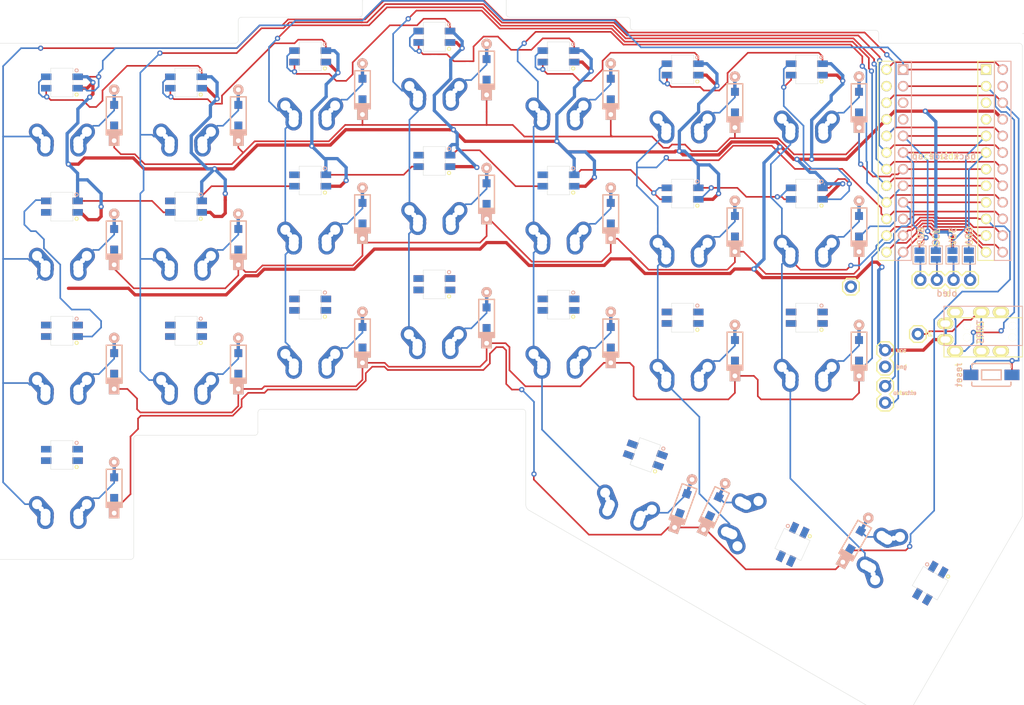
<source format=kicad_pcb>
(kicad_pcb (version 20171130) (host pcbnew 5.1.2)
  (layers (0 F.Cu signal) (31 B.Cu signal) (34 B.Paste user hide) (35 F.Paste user hide) (36 B.SilkS user hide) (37 F.SilkS user hide) (38 B.Mask user hide) (39 F.Mask user hide) (44 Edge.Cuts user hide))
  (net 0 "")
  (net 1 "Net-(D1-Pad2)")
  (net 2 /row0)
  (net 3 "Net-(D2-Pad2)")
  (net 4 "Net-(D3-Pad2)")
  (net 5 "Net-(D4-Pad2)")
  (net 6 "Net-(D5-Pad2)")
  (net 7 "Net-(D6-Pad2)")
  (net 8 "Net-(D7-Pad2)")
  (net 9 "Net-(D8-Pad2)")
  (net 10 /row1)
  (net 11 "Net-(D9-Pad2)")
  (net 12 "Net-(D10-Pad2)")
  (net 13 "Net-(D11-Pad2)")
  (net 14 "Net-(D12-Pad2)")
  (net 15 "Net-(D13-Pad2)")
  (net 16 "Net-(D14-Pad2)")
  (net 17 "Net-(D15-Pad2)")
  (net 18 /row2)
  (net 19 "Net-(D16-Pad2)")
  (net 20 "Net-(D17-Pad2)")
  (net 21 "Net-(D18-Pad2)")
  (net 22 "Net-(D19-Pad2)")
  (net 23 "Net-(D20-Pad2)")
  (net 24 "Net-(D21-Pad2)")
  (net 25 "Net-(D22-Pad2)")
  (net 26 /row3)
  (net 27 "Net-(D23-Pad2)")
  (net 28 "Net-(D24-Pad2)")
  (net 29 "Net-(D25-Pad2)")
  (net 30 /rst)
  (net 31 GND)
  (net 32 /pt0)
  (net 33 "Net-(J4-Pad1)")
  (net 34 "Net-(J4-Pad2)")
  (net 35 "Net-(J4-Pad3)")
  (net 36 "Net-(J4-Pad4)")
  (net 37 "Net-(J7-Pad1)")
  (net 38 "Net-(J7-Pad2)")
  (net 39 /xd0)
  (net 40 /col0)
  (net 41 /col1)
  (net 42 /col2)
  (net 43 /col3)
  (net 44 /col4)
  (net 45 /col5)
  (net 46 /col6)
  (net 47 VCC)
  (net 48 /led)
  (net 49 "Net-(L1-Pad1)")
  (net 50 "Net-(L2-Pad1)")
  (net 51 "Net-(L3-Pad1)")
  (net 52 "Net-(L4-Pad1)")
  (net 53 "Net-(L5-Pad1)")
  (net 54 "Net-(L6-Pad1)")
  (net 55 "Net-(L14-Pad3)")
  (net 56 "Net-(L15-Pad3)")
  (net 57 "Net-(L8-Pad3)")
  (net 58 "Net-(L10-Pad1)")
  (net 59 "Net-(L10-Pad3)")
  (net 60 "Net-(L11-Pad3)")
  (net 61 "Net-(L12-Pad3)")
  (net 62 "Net-(L13-Pad3)")
  (net 63 "Net-(L15-Pad1)")
  (net 64 "Net-(L16-Pad1)")
  (net 65 "Net-(L17-Pad1)")
  (net 66 "Net-(L18-Pad1)")
  (net 67 "Net-(L19-Pad1)")
  (net 68 "Net-(L20-Pad1)")
  (net 69 "Net-(L21-Pad1)")
  (net 70 "Net-(L22-Pad1)")
  (net 71 "Net-(L22-Pad3)")
  (net 72 "Net-(L23-Pad3)")
  (net 73 "Net-(L24-Pad3)")
  (net 74 /scl)
  (net 75 "Net-(U1-Pad24)")
  (net 76 /sda)
  (net 77 /serial)
  (module MountingHole:MountingHole_2.2mm_M2 (layer F.Cu) (at 211.5 97)
    (fp_text reference REF** hide)
    (fp_text value MountingHole_2.2mm_M2)
    (pad 1 np_thru_hole circle (at 0 0) (size 2.2 2.2) (drill 2.2) (layers *.Cu *.Mask))
  )
  (module MountingHole:MountingHole_2.2mm_M2 (layer F.Cu) (at 199 97)
    (fp_text reference REF** hide)
    (fp_text value MountingHole_2.2mm_M2)
    (pad 1 np_thru_hole circle (at 0 0) (size 2.2 2.2) (drill 2.2) (layers *.Cu *.Mask))
  )
  (module promicro:ProMicro-reversible (layer F.Cu) (at 203.5 57.5)
    (fp_text reference U1 hide)
    (fp_text value ProMicro)
    (pad 1 thru_hole rect (at 6.94 -13.48 90) (size 1.6 1.6) (drill 1.1) (layers *.Cu *.Mask F.SilkS) (net 48 /led))
    (pad 2 thru_hole circle (at 6.94 -10.94 90) (size 1.6 1.6) (drill 1.1) (layers *.Cu *.Mask F.SilkS) (net 77 /serial))
    (pad 3 thru_hole circle (at 6.94 -8.4 90) (size 1.6 1.6) (drill 1.1) (layers *.Cu *.Mask F.SilkS) (net 31 GND))
    (pad 4 thru_hole circle (at 6.94 -5.86 90) (size 1.6 1.6) (drill 1.1) (layers *.Cu *.Mask F.SilkS) (net 31 GND))
    (pad 5 thru_hole circle (at 6.94 -3.32 90) (size 1.6 1.6) (drill 1.1) (layers *.Cu *.Mask F.SilkS) (net 74 /scl))
    (pad 6 thru_hole circle (at 6.94 -0.78 90) (size 1.6 1.6) (drill 1.1) (layers *.Cu *.Mask F.SilkS) (net 76 /sda))
    (pad 7 thru_hole circle (at 6.94 1.76 90) (size 1.6 1.6) (drill 1.1) (layers *.Cu *.Mask F.SilkS) (net 2 /row0))
    (pad 8 thru_hole circle (at 6.94 4.3 90) (size 1.6 1.6) (drill 1.1) (layers *.Cu *.Mask F.SilkS) (net 10 /row1))
    (pad 9 thru_hole circle (at 6.94 6.84 90) (size 1.6 1.6) (drill 1.1) (layers *.Cu *.Mask F.SilkS) (net 18 /row2))
    (pad 10 thru_hole circle (at 6.94 9.38 90) (size 1.6 1.6) (drill 1.1) (layers *.Cu *.Mask F.SilkS) (net 26 /row3))
    (pad 11 thru_hole circle (at 6.94 11.92 90) (size 1.6 1.6) (drill 1.1) (layers *.Cu *.Mask F.SilkS) (net 38 "Net-(J7-Pad2)"))
    (pad 12 thru_hole circle (at 6.94 14.46 90) (size 1.6 1.6) (drill 1.1) (layers *.Cu *.Mask F.SilkS) (net 37 "Net-(J7-Pad1)"))
    (pad 13 thru_hole circle (at -8.3 14.46 90) (size 1.6 1.6) (drill 1.1) (layers *.Cu *.Mask F.SilkS) (net 39 /xd0))
    (pad 14 thru_hole circle (at -8.3 11.92 90) (size 1.6 1.6) (drill 1.1) (layers *.Cu *.Mask F.SilkS) (net 46 /col6))
    (pad 15 thru_hole circle (at -8.3 9.38 90) (size 1.6 1.6) (drill 1.1) (layers *.Cu *.Mask F.SilkS) (net 45 /col5))
    (pad 16 thru_hole circle (at -8.3 6.84 90) (size 1.6 1.6) (drill 1.1) (layers *.Cu *.Mask F.SilkS) (net 44 /col4))
    (pad 17 thru_hole circle (at -8.3 4.3 90) (size 1.6 1.6) (drill 1.1) (layers *.Cu *.Mask F.SilkS) (net 43 /col3))
    (pad 18 thru_hole circle (at -8.3 1.76 90) (size 1.6 1.6) (drill 1.1) (layers *.Cu *.Mask F.SilkS) (net 42 /col2))
    (pad 19 thru_hole circle (at -8.3 -0.78 90) (size 1.6 1.6) (drill 1.1) (layers *.Cu *.Mask F.SilkS) (net 41 /col1))
    (pad 20 thru_hole circle (at -8.3 -3.32 90) (size 1.6 1.6) (drill 1.1) (layers *.Cu *.Mask F.SilkS) (net 40 /col0))
    (pad 21 thru_hole circle (at -8.3 -5.86 90) (size 1.6 1.6) (drill 1.1) (layers *.Cu *.Mask F.SilkS) (net 47 VCC))
    (pad 22 thru_hole circle (at -8.3 -8.4 90) (size 1.6 1.6) (drill 1.1) (layers *.Cu *.Mask F.SilkS) (net 30 /rst))
    (pad 23 thru_hole circle (at -8.3 -10.94 90) (size 1.6 1.6) (drill 1.1) (layers *.Cu *.Mask F.SilkS) (net 31 GND))
    (pad 24 thru_hole circle (at -8.3 -13.48 90) (size 1.6 1.6) (drill 1.1) (layers *.Cu *.Mask F.SilkS) (net 75 "Net-(U1-Pad24)"))
    (pad 17 thru_hole circle (at 9.48 4.3 90) (size 1.6 1.6) (drill 1.1) (layers *.Cu *.Mask B.SilkS) (net 43 /col3))
    (pad 2 thru_hole circle (at -5.76 -10.94 90) (size 1.6 1.6) (drill 1.1) (layers *.Cu *.Mask B.SilkS) (net 77 /serial))
    (pad 8 thru_hole circle (at -5.76 4.3 90) (size 1.6 1.6) (drill 1.1) (layers *.Cu *.Mask B.SilkS) (net 10 /row1))
    (pad 20 thru_hole circle (at 9.48 -3.32 90) (size 1.6 1.6) (drill 1.1) (layers *.Cu *.Mask B.SilkS) (net 40 /col0))
    (pad 15 thru_hole circle (at 9.48 9.38 90) (size 1.6 1.6) (drill 1.1) (layers *.Cu *.Mask B.SilkS) (net 45 /col5))
    (pad 5 thru_hole circle (at -5.76 -3.32 90) (size 1.6 1.6) (drill 1.1) (layers *.Cu *.Mask B.SilkS) (net 74 /scl))
    (pad 19 thru_hole circle (at 9.48 -0.78 90) (size 1.6 1.6) (drill 1.1) (layers *.Cu *.Mask B.SilkS) (net 41 /col1))
    (pad 7 thru_hole circle (at -5.76 1.76 90) (size 1.6 1.6) (drill 1.1) (layers *.Cu *.Mask B.SilkS) (net 2 /row0))
    (pad 6 thru_hole circle (at -5.76 -0.78 90) (size 1.6 1.6) (drill 1.1) (layers *.Cu *.Mask B.SilkS) (net 76 /sda))
    (pad 9 thru_hole circle (at -5.76 6.84 90) (size 1.6 1.6) (drill 1.1) (layers *.Cu *.Mask B.SilkS) (net 18 /row2))
    (pad 10 thru_hole circle (at -5.76 9.38 90) (size 1.6 1.6) (drill 1.1) (layers *.Cu *.Mask B.SilkS) (net 26 /row3))
    (pad 14 thru_hole circle (at 9.48 11.92 90) (size 1.6 1.6) (drill 1.1) (layers *.Cu *.Mask B.SilkS) (net 46 /col6))
    (pad 4 thru_hole circle (at -5.76 -5.86 90) (size 1.6 1.6) (drill 1.1) (layers *.Cu *.Mask B.SilkS) (net 31 GND))
    (pad 13 thru_hole circle (at 9.48 14.46 90) (size 1.6 1.6) (drill 1.1) (layers *.Cu *.Mask B.SilkS) (net 39 /xd0))
    (pad 23 thru_hole circle (at 9.48 -10.94 90) (size 1.6 1.6) (drill 1.1) (layers *.Cu *.Mask B.SilkS) (net 31 GND))
    (pad 12 thru_hole circle (at -5.76 14.46 90) (size 1.6 1.6) (drill 1.1) (layers *.Cu *.Mask B.SilkS) (net 37 "Net-(J7-Pad1)"))
    (pad 18 thru_hole circle (at 9.48 1.76 90) (size 1.6 1.6) (drill 1.1) (layers *.Cu *.Mask B.SilkS) (net 42 /col2))
    (pad 1 thru_hole rect (at -5.76 -13.48 90) (size 1.6 1.6) (drill 1.1) (layers *.Cu *.Mask B.SilkS) (net 48 /led))
    (pad 22 thru_hole circle (at 9.48 -8.4 90) (size 1.6 1.6) (drill 1.1) (layers *.Cu *.Mask B.SilkS) (net 30 /rst))
    (pad 11 thru_hole circle (at -5.76 11.92 90) (size 1.6 1.6) (drill 1.1) (layers *.Cu *.Mask B.SilkS) (net 38 "Net-(J7-Pad2)"))
    (pad 16 thru_hole circle (at 9.48 6.84 90) (size 1.6 1.6) (drill 1.1) (layers *.Cu *.Mask B.SilkS) (net 44 /col4))
    (pad 24 thru_hole circle (at 9.48 -13.48 90) (size 1.6 1.6) (drill 1.1) (layers *.Cu *.Mask B.SilkS) (net 75 "Net-(U1-Pad24)"))
    (pad 21 thru_hole circle (at 9.48 -5.86 90) (size 1.6 1.6) (drill 1.1) (layers *.Cu *.Mask B.SilkS) (net 47 VCC))
    (pad 3 thru_hole circle (at -5.76 -8.4 90) (size 1.6 1.6) (drill 1.1) (layers *.Cu *.Mask B.SilkS) (net 31 GND))
  )
  (module spacetime-keyboard:D_SOD123_axial_reversible (layer F.Cu) (at 77 108 90)
    (fp_text reference D22 hide)
    (fp_text value D hide)
    (pad 1 smd rect (at -2.7 0 90) (size 2.5 0.5) (layers B.Cu) (net 26 /row3))
    (pad 1 smd rect (at -1.575 0 90) (size 1.2 1.2) (layers B.Cu B.Paste B.Mask) (net 26 /row3))
    (pad 2 smd rect (at 2.7 0 90) (size 2.5 0.5) (layers B.Cu) (net 25 "Net-(D22-Pad2)"))
    (pad 2 smd rect (at 1.575 0 90) (size 1.2 1.2) (layers B.Cu B.Paste B.Mask) (net 25 "Net-(D22-Pad2)"))
    (pad 2 smd rect (at 1.575 0 90) (size 1.2 1.2) (layers F.Cu F.Paste F.Mask) (net 25 "Net-(D22-Pad2)"))
    (pad 1 smd rect (at -1.575 0 90) (size 1.2 1.2) (layers F.Cu F.Paste F.Mask) (net 26 /row3))
    (pad 1 thru_hole rect (at -3.9 0 90) (size 1.6 1.6) (drill 0.7) (layers *.Cu *.Mask F.SilkS) (net 26 /row3))
    (pad 2 thru_hole circle (at 3.9 0 90) (size 1.6 1.6) (drill 0.7) (layers *.Cu *.Mask F.SilkS) (net 25 "Net-(D22-Pad2)"))
    (pad 1 smd rect (at -2.7 0 90) (size 2.5 0.5) (layers F.Cu) (net 26 /row3))
    (pad 2 smd rect (at 2.7 0 90) (size 2.5 0.5) (layers F.Cu) (net 25 "Net-(D22-Pad2)"))
    (pad 2 thru_hole circle (at 3.9 0 90) (size 1.6 1.6) (drill 0.7) (layers *.Cu *.Mask B.SilkS) (net 25 "Net-(D22-Pad2)"))
    (pad 1 thru_hole rect (at -3.9 0 90) (size 1.6 1.6) (drill 0.7) (layers *.Cu *.Mask B.SilkS) (net 26 /row3))
  )
  (module spacetime-keyboard:D_SOD123_axial_reversible (layer F.Cu) (at 172 49 90)
    (fp_text reference D6 hide)
    (fp_text value D hide)
    (pad 1 smd rect (at -2.7 0 90) (size 2.5 0.5) (layers B.Cu) (net 2 /row0))
    (pad 1 smd rect (at -1.575 0 90) (size 1.2 1.2) (layers B.Cu B.Paste B.Mask) (net 2 /row0))
    (pad 2 smd rect (at 2.7 0 90) (size 2.5 0.5) (layers B.Cu) (net 7 "Net-(D6-Pad2)"))
    (pad 2 smd rect (at 1.575 0 90) (size 1.2 1.2) (layers B.Cu B.Paste B.Mask) (net 7 "Net-(D6-Pad2)"))
    (pad 2 smd rect (at 1.575 0 90) (size 1.2 1.2) (layers F.Cu F.Paste F.Mask) (net 7 "Net-(D6-Pad2)"))
    (pad 1 smd rect (at -1.575 0 90) (size 1.2 1.2) (layers F.Cu F.Paste F.Mask) (net 2 /row0))
    (pad 1 thru_hole rect (at -3.9 0 90) (size 1.6 1.6) (drill 0.7) (layers *.Cu *.Mask F.SilkS) (net 2 /row0))
    (pad 2 thru_hole circle (at 3.9 0 90) (size 1.6 1.6) (drill 0.7) (layers *.Cu *.Mask F.SilkS) (net 7 "Net-(D6-Pad2)"))
    (pad 1 smd rect (at -2.7 0 90) (size 2.5 0.5) (layers F.Cu) (net 2 /row0))
    (pad 2 smd rect (at 2.7 0 90) (size 2.5 0.5) (layers F.Cu) (net 7 "Net-(D6-Pad2)"))
    (pad 2 thru_hole circle (at 3.9 0 90) (size 1.6 1.6) (drill 0.7) (layers *.Cu *.Mask B.SilkS) (net 7 "Net-(D6-Pad2)"))
    (pad 1 thru_hole rect (at -3.9 0 90) (size 1.6 1.6) (drill 0.7) (layers *.Cu *.Mask B.SilkS) (net 2 /row0))
  )
  (module spacetime-keyboard:D_SOD123_axial_reversible (layer F.Cu) (at 77 51 90)
    (fp_text reference D1 hide)
    (fp_text value D hide)
    (pad 1 smd rect (at -2.7 0 90) (size 2.5 0.5) (layers B.Cu) (net 2 /row0))
    (pad 1 smd rect (at -1.575 0 90) (size 1.2 1.2) (layers B.Cu B.Paste B.Mask) (net 2 /row0))
    (pad 2 smd rect (at 2.7 0 90) (size 2.5 0.5) (layers B.Cu) (net 1 "Net-(D1-Pad2)"))
    (pad 2 smd rect (at 1.575 0 90) (size 1.2 1.2) (layers B.Cu B.Paste B.Mask) (net 1 "Net-(D1-Pad2)"))
    (pad 2 smd rect (at 1.575 0 90) (size 1.2 1.2) (layers F.Cu F.Paste F.Mask) (net 1 "Net-(D1-Pad2)"))
    (pad 1 smd rect (at -1.575 0 90) (size 1.2 1.2) (layers F.Cu F.Paste F.Mask) (net 2 /row0))
    (pad 1 thru_hole rect (at -3.9 0 90) (size 1.6 1.6) (drill 0.7) (layers *.Cu *.Mask F.SilkS) (net 2 /row0))
    (pad 2 thru_hole circle (at 3.9 0 90) (size 1.6 1.6) (drill 0.7) (layers *.Cu *.Mask F.SilkS) (net 1 "Net-(D1-Pad2)"))
    (pad 1 smd rect (at -2.7 0 90) (size 2.5 0.5) (layers F.Cu) (net 2 /row0))
    (pad 2 smd rect (at 2.7 0 90) (size 2.5 0.5) (layers F.Cu) (net 1 "Net-(D1-Pad2)"))
    (pad 2 thru_hole circle (at 3.9 0 90) (size 1.6 1.6) (drill 0.7) (layers *.Cu *.Mask B.SilkS) (net 1 "Net-(D1-Pad2)"))
    (pad 1 thru_hole rect (at -3.9 0 90) (size 1.6 1.6) (drill 0.7) (layers *.Cu *.Mask B.SilkS) (net 2 /row0))
  )
  (module spacetime-keyboard:D_SOD123_axial_reversible (layer F.Cu) (at 96 51 90)
    (fp_text reference D2 hide)
    (fp_text value D hide)
    (pad 1 smd rect (at -2.7 0 90) (size 2.5 0.5) (layers B.Cu) (net 2 /row0))
    (pad 1 smd rect (at -1.575 0 90) (size 1.2 1.2) (layers B.Cu B.Paste B.Mask) (net 2 /row0))
    (pad 2 smd rect (at 2.7 0 90) (size 2.5 0.5) (layers B.Cu) (net 3 "Net-(D2-Pad2)"))
    (pad 2 smd rect (at 1.575 0 90) (size 1.2 1.2) (layers B.Cu B.Paste B.Mask) (net 3 "Net-(D2-Pad2)"))
    (pad 2 smd rect (at 1.575 0 90) (size 1.2 1.2) (layers F.Cu F.Paste F.Mask) (net 3 "Net-(D2-Pad2)"))
    (pad 1 smd rect (at -1.575 0 90) (size 1.2 1.2) (layers F.Cu F.Paste F.Mask) (net 2 /row0))
    (pad 1 thru_hole rect (at -3.9 0 90) (size 1.6 1.6) (drill 0.7) (layers *.Cu *.Mask F.SilkS) (net 2 /row0))
    (pad 2 thru_hole circle (at 3.9 0 90) (size 1.6 1.6) (drill 0.7) (layers *.Cu *.Mask F.SilkS) (net 3 "Net-(D2-Pad2)"))
    (pad 1 smd rect (at -2.7 0 90) (size 2.5 0.5) (layers F.Cu) (net 2 /row0))
    (pad 2 smd rect (at 2.7 0 90) (size 2.5 0.5) (layers F.Cu) (net 3 "Net-(D2-Pad2)"))
    (pad 2 thru_hole circle (at 3.9 0 90) (size 1.6 1.6) (drill 0.7) (layers *.Cu *.Mask B.SilkS) (net 3 "Net-(D2-Pad2)"))
    (pad 1 thru_hole rect (at -3.9 0 90) (size 1.6 1.6) (drill 0.7) (layers *.Cu *.Mask B.SilkS) (net 2 /row0))
  )
  (module spacetime-keyboard:D_SOD123_axial_reversible (layer F.Cu) (at 115 47 90)
    (fp_text reference D3 hide)
    (fp_text value D hide)
    (pad 1 smd rect (at -2.7 0 90) (size 2.5 0.5) (layers B.Cu) (net 2 /row0))
    (pad 1 smd rect (at -1.575 0 90) (size 1.2 1.2) (layers B.Cu B.Paste B.Mask) (net 2 /row0))
    (pad 2 smd rect (at 2.7 0 90) (size 2.5 0.5) (layers B.Cu) (net 4 "Net-(D3-Pad2)"))
    (pad 2 smd rect (at 1.575 0 90) (size 1.2 1.2) (layers B.Cu B.Paste B.Mask) (net 4 "Net-(D3-Pad2)"))
    (pad 2 smd rect (at 1.575 0 90) (size 1.2 1.2) (layers F.Cu F.Paste F.Mask) (net 4 "Net-(D3-Pad2)"))
    (pad 1 smd rect (at -1.575 0 90) (size 1.2 1.2) (layers F.Cu F.Paste F.Mask) (net 2 /row0))
    (pad 1 thru_hole rect (at -3.9 0 90) (size 1.6 1.6) (drill 0.7) (layers *.Cu *.Mask F.SilkS) (net 2 /row0))
    (pad 2 thru_hole circle (at 3.9 0 90) (size 1.6 1.6) (drill 0.7) (layers *.Cu *.Mask F.SilkS) (net 4 "Net-(D3-Pad2)"))
    (pad 1 smd rect (at -2.7 0 90) (size 2.5 0.5) (layers F.Cu) (net 2 /row0))
    (pad 2 smd rect (at 2.7 0 90) (size 2.5 0.5) (layers F.Cu) (net 4 "Net-(D3-Pad2)"))
    (pad 2 thru_hole circle (at 3.9 0 90) (size 1.6 1.6) (drill 0.7) (layers *.Cu *.Mask B.SilkS) (net 4 "Net-(D3-Pad2)"))
    (pad 1 thru_hole rect (at -3.9 0 90) (size 1.6 1.6) (drill 0.7) (layers *.Cu *.Mask B.SilkS) (net 2 /row0))
  )
  (module spacetime-keyboard:D_SOD123_axial_reversible (layer F.Cu) (at 134 44 90)
    (fp_text reference D4 hide)
    (fp_text value D hide)
    (pad 1 smd rect (at -2.7 0 90) (size 2.5 0.5) (layers B.Cu) (net 2 /row0))
    (pad 1 smd rect (at -1.575 0 90) (size 1.2 1.2) (layers B.Cu B.Paste B.Mask) (net 2 /row0))
    (pad 2 smd rect (at 2.7 0 90) (size 2.5 0.5) (layers B.Cu) (net 5 "Net-(D4-Pad2)"))
    (pad 2 smd rect (at 1.575 0 90) (size 1.2 1.2) (layers B.Cu B.Paste B.Mask) (net 5 "Net-(D4-Pad2)"))
    (pad 2 smd rect (at 1.575 0 90) (size 1.2 1.2) (layers F.Cu F.Paste F.Mask) (net 5 "Net-(D4-Pad2)"))
    (pad 1 smd rect (at -1.575 0 90) (size 1.2 1.2) (layers F.Cu F.Paste F.Mask) (net 2 /row0))
    (pad 1 thru_hole rect (at -3.9 0 90) (size 1.6 1.6) (drill 0.7) (layers *.Cu *.Mask F.SilkS) (net 2 /row0))
    (pad 2 thru_hole circle (at 3.9 0 90) (size 1.6 1.6) (drill 0.7) (layers *.Cu *.Mask F.SilkS) (net 5 "Net-(D4-Pad2)"))
    (pad 1 smd rect (at -2.7 0 90) (size 2.5 0.5) (layers F.Cu) (net 2 /row0))
    (pad 2 smd rect (at 2.7 0 90) (size 2.5 0.5) (layers F.Cu) (net 5 "Net-(D4-Pad2)"))
    (pad 2 thru_hole circle (at 3.9 0 90) (size 1.6 1.6) (drill 0.7) (layers *.Cu *.Mask B.SilkS) (net 5 "Net-(D4-Pad2)"))
    (pad 1 thru_hole rect (at -3.9 0 90) (size 1.6 1.6) (drill 0.7) (layers *.Cu *.Mask B.SilkS) (net 2 /row0))
  )
  (module spacetime-keyboard:D_SOD123_axial_reversible (layer F.Cu) (at 153 47 90)
    (fp_text reference D5 hide)
    (fp_text value D hide)
    (pad 1 smd rect (at -2.7 0 90) (size 2.5 0.5) (layers B.Cu) (net 2 /row0))
    (pad 1 smd rect (at -1.575 0 90) (size 1.2 1.2) (layers B.Cu B.Paste B.Mask) (net 2 /row0))
    (pad 2 smd rect (at 2.7 0 90) (size 2.5 0.5) (layers B.Cu) (net 6 "Net-(D5-Pad2)"))
    (pad 2 smd rect (at 1.575 0 90) (size 1.2 1.2) (layers B.Cu B.Paste B.Mask) (net 6 "Net-(D5-Pad2)"))
    (pad 2 smd rect (at 1.575 0 90) (size 1.2 1.2) (layers F.Cu F.Paste F.Mask) (net 6 "Net-(D5-Pad2)"))
    (pad 1 smd rect (at -1.575 0 90) (size 1.2 1.2) (layers F.Cu F.Paste F.Mask) (net 2 /row0))
    (pad 1 thru_hole rect (at -3.9 0 90) (size 1.6 1.6) (drill 0.7) (layers *.Cu *.Mask F.SilkS) (net 2 /row0))
    (pad 2 thru_hole circle (at 3.9 0 90) (size 1.6 1.6) (drill 0.7) (layers *.Cu *.Mask F.SilkS) (net 6 "Net-(D5-Pad2)"))
    (pad 1 smd rect (at -2.7 0 90) (size 2.5 0.5) (layers F.Cu) (net 2 /row0))
    (pad 2 smd rect (at 2.7 0 90) (size 2.5 0.5) (layers F.Cu) (net 6 "Net-(D5-Pad2)"))
    (pad 2 thru_hole circle (at 3.9 0 90) (size 1.6 1.6) (drill 0.7) (layers *.Cu *.Mask B.SilkS) (net 6 "Net-(D5-Pad2)"))
    (pad 1 thru_hole rect (at -3.9 0 90) (size 1.6 1.6) (drill 0.7) (layers *.Cu *.Mask B.SilkS) (net 2 /row0))
  )
  (module spacetime-keyboard:D_SOD123_axial_reversible (layer F.Cu) (at 191 49 90)
    (fp_text reference D7 hide)
    (fp_text value D hide)
    (pad 1 smd rect (at -2.7 0 90) (size 2.5 0.5) (layers B.Cu) (net 2 /row0))
    (pad 1 smd rect (at -1.575 0 90) (size 1.2 1.2) (layers B.Cu B.Paste B.Mask) (net 2 /row0))
    (pad 2 smd rect (at 2.7 0 90) (size 2.5 0.5) (layers B.Cu) (net 8 "Net-(D7-Pad2)"))
    (pad 2 smd rect (at 1.575 0 90) (size 1.2 1.2) (layers B.Cu B.Paste B.Mask) (net 8 "Net-(D7-Pad2)"))
    (pad 2 smd rect (at 1.575 0 90) (size 1.2 1.2) (layers F.Cu F.Paste F.Mask) (net 8 "Net-(D7-Pad2)"))
    (pad 1 smd rect (at -1.575 0 90) (size 1.2 1.2) (layers F.Cu F.Paste F.Mask) (net 2 /row0))
    (pad 1 thru_hole rect (at -3.9 0 90) (size 1.6 1.6) (drill 0.7) (layers *.Cu *.Mask F.SilkS) (net 2 /row0))
    (pad 2 thru_hole circle (at 3.9 0 90) (size 1.6 1.6) (drill 0.7) (layers *.Cu *.Mask F.SilkS) (net 8 "Net-(D7-Pad2)"))
    (pad 1 smd rect (at -2.7 0 90) (size 2.5 0.5) (layers F.Cu) (net 2 /row0))
    (pad 2 smd rect (at 2.7 0 90) (size 2.5 0.5) (layers F.Cu) (net 8 "Net-(D7-Pad2)"))
    (pad 2 thru_hole circle (at 3.9 0 90) (size 1.6 1.6) (drill 0.7) (layers *.Cu *.Mask B.SilkS) (net 8 "Net-(D7-Pad2)"))
    (pad 1 thru_hole rect (at -3.9 0 90) (size 1.6 1.6) (drill 0.7) (layers *.Cu *.Mask B.SilkS) (net 2 /row0))
  )
  (module spacetime-keyboard:D_SOD123_axial_reversible (layer F.Cu) (at 77 70 90)
    (fp_text reference D8 hide)
    (fp_text value D hide)
    (pad 1 smd rect (at -2.7 0 90) (size 2.5 0.5) (layers B.Cu) (net 10 /row1))
    (pad 1 smd rect (at -1.575 0 90) (size 1.2 1.2) (layers B.Cu B.Paste B.Mask) (net 10 /row1))
    (pad 2 smd rect (at 2.7 0 90) (size 2.5 0.5) (layers B.Cu) (net 9 "Net-(D8-Pad2)"))
    (pad 2 smd rect (at 1.575 0 90) (size 1.2 1.2) (layers B.Cu B.Paste B.Mask) (net 9 "Net-(D8-Pad2)"))
    (pad 2 smd rect (at 1.575 0 90) (size 1.2 1.2) (layers F.Cu F.Paste F.Mask) (net 9 "Net-(D8-Pad2)"))
    (pad 1 smd rect (at -1.575 0 90) (size 1.2 1.2) (layers F.Cu F.Paste F.Mask) (net 10 /row1))
    (pad 1 thru_hole rect (at -3.9 0 90) (size 1.6 1.6) (drill 0.7) (layers *.Cu *.Mask F.SilkS) (net 10 /row1))
    (pad 2 thru_hole circle (at 3.9 0 90) (size 1.6 1.6) (drill 0.7) (layers *.Cu *.Mask F.SilkS) (net 9 "Net-(D8-Pad2)"))
    (pad 1 smd rect (at -2.7 0 90) (size 2.5 0.5) (layers F.Cu) (net 10 /row1))
    (pad 2 smd rect (at 2.7 0 90) (size 2.5 0.5) (layers F.Cu) (net 9 "Net-(D8-Pad2)"))
    (pad 2 thru_hole circle (at 3.9 0 90) (size 1.6 1.6) (drill 0.7) (layers *.Cu *.Mask B.SilkS) (net 9 "Net-(D8-Pad2)"))
    (pad 1 thru_hole rect (at -3.9 0 90) (size 1.6 1.6) (drill 0.7) (layers *.Cu *.Mask B.SilkS) (net 10 /row1))
  )
  (module spacetime-keyboard:D_SOD123_axial_reversible (layer F.Cu) (at 96 70 90)
    (fp_text reference D9 hide)
    (fp_text value D hide)
    (pad 1 smd rect (at -2.7 0 90) (size 2.5 0.5) (layers B.Cu) (net 10 /row1))
    (pad 1 smd rect (at -1.575 0 90) (size 1.2 1.2) (layers B.Cu B.Paste B.Mask) (net 10 /row1))
    (pad 2 smd rect (at 2.7 0 90) (size 2.5 0.5) (layers B.Cu) (net 11 "Net-(D9-Pad2)"))
    (pad 2 smd rect (at 1.575 0 90) (size 1.2 1.2) (layers B.Cu B.Paste B.Mask) (net 11 "Net-(D9-Pad2)"))
    (pad 2 smd rect (at 1.575 0 90) (size 1.2 1.2) (layers F.Cu F.Paste F.Mask) (net 11 "Net-(D9-Pad2)"))
    (pad 1 smd rect (at -1.575 0 90) (size 1.2 1.2) (layers F.Cu F.Paste F.Mask) (net 10 /row1))
    (pad 1 thru_hole rect (at -3.9 0 90) (size 1.6 1.6) (drill 0.7) (layers *.Cu *.Mask F.SilkS) (net 10 /row1))
    (pad 2 thru_hole circle (at 3.9 0 90) (size 1.6 1.6) (drill 0.7) (layers *.Cu *.Mask F.SilkS) (net 11 "Net-(D9-Pad2)"))
    (pad 1 smd rect (at -2.7 0 90) (size 2.5 0.5) (layers F.Cu) (net 10 /row1))
    (pad 2 smd rect (at 2.7 0 90) (size 2.5 0.5) (layers F.Cu) (net 11 "Net-(D9-Pad2)"))
    (pad 2 thru_hole circle (at 3.9 0 90) (size 1.6 1.6) (drill 0.7) (layers *.Cu *.Mask B.SilkS) (net 11 "Net-(D9-Pad2)"))
    (pad 1 thru_hole rect (at -3.9 0 90) (size 1.6 1.6) (drill 0.7) (layers *.Cu *.Mask B.SilkS) (net 10 /row1))
  )
  (module spacetime-keyboard:D_SOD123_axial_reversible (layer F.Cu) (at 115 66 90)
    (fp_text reference D10 hide)
    (fp_text value D hide)
    (pad 1 smd rect (at -2.7 0 90) (size 2.5 0.5) (layers B.Cu) (net 10 /row1))
    (pad 1 smd rect (at -1.575 0 90) (size 1.2 1.2) (layers B.Cu B.Paste B.Mask) (net 10 /row1))
    (pad 2 smd rect (at 2.7 0 90) (size 2.5 0.5) (layers B.Cu) (net 12 "Net-(D10-Pad2)"))
    (pad 2 smd rect (at 1.575 0 90) (size 1.2 1.2) (layers B.Cu B.Paste B.Mask) (net 12 "Net-(D10-Pad2)"))
    (pad 2 smd rect (at 1.575 0 90) (size 1.2 1.2) (layers F.Cu F.Paste F.Mask) (net 12 "Net-(D10-Pad2)"))
    (pad 1 smd rect (at -1.575 0 90) (size 1.2 1.2) (layers F.Cu F.Paste F.Mask) (net 10 /row1))
    (pad 1 thru_hole rect (at -3.9 0 90) (size 1.6 1.6) (drill 0.7) (layers *.Cu *.Mask F.SilkS) (net 10 /row1))
    (pad 2 thru_hole circle (at 3.9 0 90) (size 1.6 1.6) (drill 0.7) (layers *.Cu *.Mask F.SilkS) (net 12 "Net-(D10-Pad2)"))
    (pad 1 smd rect (at -2.7 0 90) (size 2.5 0.5) (layers F.Cu) (net 10 /row1))
    (pad 2 smd rect (at 2.7 0 90) (size 2.5 0.5) (layers F.Cu) (net 12 "Net-(D10-Pad2)"))
    (pad 2 thru_hole circle (at 3.9 0 90) (size 1.6 1.6) (drill 0.7) (layers *.Cu *.Mask B.SilkS) (net 12 "Net-(D10-Pad2)"))
    (pad 1 thru_hole rect (at -3.9 0 90) (size 1.6 1.6) (drill 0.7) (layers *.Cu *.Mask B.SilkS) (net 10 /row1))
  )
  (module spacetime-keyboard:D_SOD123_axial_reversible (layer F.Cu) (at 134 63 90)
    (fp_text reference D11 hide)
    (fp_text value D hide)
    (pad 1 smd rect (at -2.7 0 90) (size 2.5 0.5) (layers B.Cu) (net 10 /row1))
    (pad 1 smd rect (at -1.575 0 90) (size 1.2 1.2) (layers B.Cu B.Paste B.Mask) (net 10 /row1))
    (pad 2 smd rect (at 2.7 0 90) (size 2.5 0.5) (layers B.Cu) (net 13 "Net-(D11-Pad2)"))
    (pad 2 smd rect (at 1.575 0 90) (size 1.2 1.2) (layers B.Cu B.Paste B.Mask) (net 13 "Net-(D11-Pad2)"))
    (pad 2 smd rect (at 1.575 0 90) (size 1.2 1.2) (layers F.Cu F.Paste F.Mask) (net 13 "Net-(D11-Pad2)"))
    (pad 1 smd rect (at -1.575 0 90) (size 1.2 1.2) (layers F.Cu F.Paste F.Mask) (net 10 /row1))
    (pad 1 thru_hole rect (at -3.9 0 90) (size 1.6 1.6) (drill 0.7) (layers *.Cu *.Mask F.SilkS) (net 10 /row1))
    (pad 2 thru_hole circle (at 3.9 0 90) (size 1.6 1.6) (drill 0.7) (layers *.Cu *.Mask F.SilkS) (net 13 "Net-(D11-Pad2)"))
    (pad 1 smd rect (at -2.7 0 90) (size 2.5 0.5) (layers F.Cu) (net 10 /row1))
    (pad 2 smd rect (at 2.7 0 90) (size 2.5 0.5) (layers F.Cu) (net 13 "Net-(D11-Pad2)"))
    (pad 2 thru_hole circle (at 3.9 0 90) (size 1.6 1.6) (drill 0.7) (layers *.Cu *.Mask B.SilkS) (net 13 "Net-(D11-Pad2)"))
    (pad 1 thru_hole rect (at -3.9 0 90) (size 1.6 1.6) (drill 0.7) (layers *.Cu *.Mask B.SilkS) (net 10 /row1))
  )
  (module spacetime-keyboard:D_SOD123_axial_reversible (layer F.Cu) (at 153 66 90)
    (fp_text reference D12 hide)
    (fp_text value D hide)
    (pad 1 smd rect (at -2.7 0 90) (size 2.5 0.5) (layers B.Cu) (net 10 /row1))
    (pad 1 smd rect (at -1.575 0 90) (size 1.2 1.2) (layers B.Cu B.Paste B.Mask) (net 10 /row1))
    (pad 2 smd rect (at 2.7 0 90) (size 2.5 0.5) (layers B.Cu) (net 14 "Net-(D12-Pad2)"))
    (pad 2 smd rect (at 1.575 0 90) (size 1.2 1.2) (layers B.Cu B.Paste B.Mask) (net 14 "Net-(D12-Pad2)"))
    (pad 2 smd rect (at 1.575 0 90) (size 1.2 1.2) (layers F.Cu F.Paste F.Mask) (net 14 "Net-(D12-Pad2)"))
    (pad 1 smd rect (at -1.575 0 90) (size 1.2 1.2) (layers F.Cu F.Paste F.Mask) (net 10 /row1))
    (pad 1 thru_hole rect (at -3.9 0 90) (size 1.6 1.6) (drill 0.7) (layers *.Cu *.Mask F.SilkS) (net 10 /row1))
    (pad 2 thru_hole circle (at 3.9 0 90) (size 1.6 1.6) (drill 0.7) (layers *.Cu *.Mask F.SilkS) (net 14 "Net-(D12-Pad2)"))
    (pad 1 smd rect (at -2.7 0 90) (size 2.5 0.5) (layers F.Cu) (net 10 /row1))
    (pad 2 smd rect (at 2.7 0 90) (size 2.5 0.5) (layers F.Cu) (net 14 "Net-(D12-Pad2)"))
    (pad 2 thru_hole circle (at 3.9 0 90) (size 1.6 1.6) (drill 0.7) (layers *.Cu *.Mask B.SilkS) (net 14 "Net-(D12-Pad2)"))
    (pad 1 thru_hole rect (at -3.9 0 90) (size 1.6 1.6) (drill 0.7) (layers *.Cu *.Mask B.SilkS) (net 10 /row1))
  )
  (module spacetime-keyboard:D_SOD123_axial_reversible (layer F.Cu) (at 172 68 90)
    (fp_text reference D13 hide)
    (fp_text value D hide)
    (pad 1 smd rect (at -2.7 0 90) (size 2.5 0.5) (layers B.Cu) (net 10 /row1))
    (pad 1 smd rect (at -1.575 0 90) (size 1.2 1.2) (layers B.Cu B.Paste B.Mask) (net 10 /row1))
    (pad 2 smd rect (at 2.7 0 90) (size 2.5 0.5) (layers B.Cu) (net 15 "Net-(D13-Pad2)"))
    (pad 2 smd rect (at 1.575 0 90) (size 1.2 1.2) (layers B.Cu B.Paste B.Mask) (net 15 "Net-(D13-Pad2)"))
    (pad 2 smd rect (at 1.575 0 90) (size 1.2 1.2) (layers F.Cu F.Paste F.Mask) (net 15 "Net-(D13-Pad2)"))
    (pad 1 smd rect (at -1.575 0 90) (size 1.2 1.2) (layers F.Cu F.Paste F.Mask) (net 10 /row1))
    (pad 1 thru_hole rect (at -3.9 0 90) (size 1.6 1.6) (drill 0.7) (layers *.Cu *.Mask F.SilkS) (net 10 /row1))
    (pad 2 thru_hole circle (at 3.9 0 90) (size 1.6 1.6) (drill 0.7) (layers *.Cu *.Mask F.SilkS) (net 15 "Net-(D13-Pad2)"))
    (pad 1 smd rect (at -2.7 0 90) (size 2.5 0.5) (layers F.Cu) (net 10 /row1))
    (pad 2 smd rect (at 2.7 0 90) (size 2.5 0.5) (layers F.Cu) (net 15 "Net-(D13-Pad2)"))
    (pad 2 thru_hole circle (at 3.9 0 90) (size 1.6 1.6) (drill 0.7) (layers *.Cu *.Mask B.SilkS) (net 15 "Net-(D13-Pad2)"))
    (pad 1 thru_hole rect (at -3.9 0 90) (size 1.6 1.6) (drill 0.7) (layers *.Cu *.Mask B.SilkS) (net 10 /row1))
  )
  (module spacetime-keyboard:D_SOD123_axial_reversible (layer F.Cu) (at 191 68 90)
    (fp_text reference D14 hide)
    (fp_text value D hide)
    (pad 1 smd rect (at -2.7 0 90) (size 2.5 0.5) (layers B.Cu) (net 10 /row1))
    (pad 1 smd rect (at -1.575 0 90) (size 1.2 1.2) (layers B.Cu B.Paste B.Mask) (net 10 /row1))
    (pad 2 smd rect (at 2.7 0 90) (size 2.5 0.5) (layers B.Cu) (net 16 "Net-(D14-Pad2)"))
    (pad 2 smd rect (at 1.575 0 90) (size 1.2 1.2) (layers B.Cu B.Paste B.Mask) (net 16 "Net-(D14-Pad2)"))
    (pad 2 smd rect (at 1.575 0 90) (size 1.2 1.2) (layers F.Cu F.Paste F.Mask) (net 16 "Net-(D14-Pad2)"))
    (pad 1 smd rect (at -1.575 0 90) (size 1.2 1.2) (layers F.Cu F.Paste F.Mask) (net 10 /row1))
    (pad 1 thru_hole rect (at -3.9 0 90) (size 1.6 1.6) (drill 0.7) (layers *.Cu *.Mask F.SilkS) (net 10 /row1))
    (pad 2 thru_hole circle (at 3.9 0 90) (size 1.6 1.6) (drill 0.7) (layers *.Cu *.Mask F.SilkS) (net 16 "Net-(D14-Pad2)"))
    (pad 1 smd rect (at -2.7 0 90) (size 2.5 0.5) (layers F.Cu) (net 10 /row1))
    (pad 2 smd rect (at 2.7 0 90) (size 2.5 0.5) (layers F.Cu) (net 16 "Net-(D14-Pad2)"))
    (pad 2 thru_hole circle (at 3.9 0 90) (size 1.6 1.6) (drill 0.7) (layers *.Cu *.Mask B.SilkS) (net 16 "Net-(D14-Pad2)"))
    (pad 1 thru_hole rect (at -3.9 0 90) (size 1.6 1.6) (drill 0.7) (layers *.Cu *.Mask B.SilkS) (net 10 /row1))
  )
  (module spacetime-keyboard:D_SOD123_axial_reversible (layer F.Cu) (at 77 89 90)
    (fp_text reference D15 hide)
    (fp_text value D hide)
    (pad 1 smd rect (at -2.7 0 90) (size 2.5 0.5) (layers B.Cu) (net 18 /row2))
    (pad 1 smd rect (at -1.575 0 90) (size 1.2 1.2) (layers B.Cu B.Paste B.Mask) (net 18 /row2))
    (pad 2 smd rect (at 2.7 0 90) (size 2.5 0.5) (layers B.Cu) (net 17 "Net-(D15-Pad2)"))
    (pad 2 smd rect (at 1.575 0 90) (size 1.2 1.2) (layers B.Cu B.Paste B.Mask) (net 17 "Net-(D15-Pad2)"))
    (pad 2 smd rect (at 1.575 0 90) (size 1.2 1.2) (layers F.Cu F.Paste F.Mask) (net 17 "Net-(D15-Pad2)"))
    (pad 1 smd rect (at -1.575 0 90) (size 1.2 1.2) (layers F.Cu F.Paste F.Mask) (net 18 /row2))
    (pad 1 thru_hole rect (at -3.9 0 90) (size 1.6 1.6) (drill 0.7) (layers *.Cu *.Mask F.SilkS) (net 18 /row2))
    (pad 2 thru_hole circle (at 3.9 0 90) (size 1.6 1.6) (drill 0.7) (layers *.Cu *.Mask F.SilkS) (net 17 "Net-(D15-Pad2)"))
    (pad 1 smd rect (at -2.7 0 90) (size 2.5 0.5) (layers F.Cu) (net 18 /row2))
    (pad 2 smd rect (at 2.7 0 90) (size 2.5 0.5) (layers F.Cu) (net 17 "Net-(D15-Pad2)"))
    (pad 2 thru_hole circle (at 3.9 0 90) (size 1.6 1.6) (drill 0.7) (layers *.Cu *.Mask B.SilkS) (net 17 "Net-(D15-Pad2)"))
    (pad 1 thru_hole rect (at -3.9 0 90) (size 1.6 1.6) (drill 0.7) (layers *.Cu *.Mask B.SilkS) (net 18 /row2))
  )
  (module spacetime-keyboard:D_SOD123_axial_reversible (layer F.Cu) (at 96 89 90)
    (fp_text reference D16 hide)
    (fp_text value D hide)
    (pad 1 smd rect (at -2.7 0 90) (size 2.5 0.5) (layers B.Cu) (net 18 /row2))
    (pad 1 smd rect (at -1.575 0 90) (size 1.2 1.2) (layers B.Cu B.Paste B.Mask) (net 18 /row2))
    (pad 2 smd rect (at 2.7 0 90) (size 2.5 0.5) (layers B.Cu) (net 19 "Net-(D16-Pad2)"))
    (pad 2 smd rect (at 1.575 0 90) (size 1.2 1.2) (layers B.Cu B.Paste B.Mask) (net 19 "Net-(D16-Pad2)"))
    (pad 2 smd rect (at 1.575 0 90) (size 1.2 1.2) (layers F.Cu F.Paste F.Mask) (net 19 "Net-(D16-Pad2)"))
    (pad 1 smd rect (at -1.575 0 90) (size 1.2 1.2) (layers F.Cu F.Paste F.Mask) (net 18 /row2))
    (pad 1 thru_hole rect (at -3.9 0 90) (size 1.6 1.6) (drill 0.7) (layers *.Cu *.Mask F.SilkS) (net 18 /row2))
    (pad 2 thru_hole circle (at 3.9 0 90) (size 1.6 1.6) (drill 0.7) (layers *.Cu *.Mask F.SilkS) (net 19 "Net-(D16-Pad2)"))
    (pad 1 smd rect (at -2.7 0 90) (size 2.5 0.5) (layers F.Cu) (net 18 /row2))
    (pad 2 smd rect (at 2.7 0 90) (size 2.5 0.5) (layers F.Cu) (net 19 "Net-(D16-Pad2)"))
    (pad 2 thru_hole circle (at 3.9 0 90) (size 1.6 1.6) (drill 0.7) (layers *.Cu *.Mask B.SilkS) (net 19 "Net-(D16-Pad2)"))
    (pad 1 thru_hole rect (at -3.9 0 90) (size 1.6 1.6) (drill 0.7) (layers *.Cu *.Mask B.SilkS) (net 18 /row2))
  )
  (module spacetime-keyboard:D_SOD123_axial_reversible (layer F.Cu) (at 115 85 90)
    (fp_text reference D17 hide)
    (fp_text value D hide)
    (pad 1 smd rect (at -2.7 0 90) (size 2.5 0.5) (layers B.Cu) (net 18 /row2))
    (pad 1 smd rect (at -1.575 0 90) (size 1.2 1.2) (layers B.Cu B.Paste B.Mask) (net 18 /row2))
    (pad 2 smd rect (at 2.7 0 90) (size 2.5 0.5) (layers B.Cu) (net 20 "Net-(D17-Pad2)"))
    (pad 2 smd rect (at 1.575 0 90) (size 1.2 1.2) (layers B.Cu B.Paste B.Mask) (net 20 "Net-(D17-Pad2)"))
    (pad 2 smd rect (at 1.575 0 90) (size 1.2 1.2) (layers F.Cu F.Paste F.Mask) (net 20 "Net-(D17-Pad2)"))
    (pad 1 smd rect (at -1.575 0 90) (size 1.2 1.2) (layers F.Cu F.Paste F.Mask) (net 18 /row2))
    (pad 1 thru_hole rect (at -3.9 0 90) (size 1.6 1.6) (drill 0.7) (layers *.Cu *.Mask F.SilkS) (net 18 /row2))
    (pad 2 thru_hole circle (at 3.9 0 90) (size 1.6 1.6) (drill 0.7) (layers *.Cu *.Mask F.SilkS) (net 20 "Net-(D17-Pad2)"))
    (pad 1 smd rect (at -2.7 0 90) (size 2.5 0.5) (layers F.Cu) (net 18 /row2))
    (pad 2 smd rect (at 2.7 0 90) (size 2.5 0.5) (layers F.Cu) (net 20 "Net-(D17-Pad2)"))
    (pad 2 thru_hole circle (at 3.9 0 90) (size 1.6 1.6) (drill 0.7) (layers *.Cu *.Mask B.SilkS) (net 20 "Net-(D17-Pad2)"))
    (pad 1 thru_hole rect (at -3.9 0 90) (size 1.6 1.6) (drill 0.7) (layers *.Cu *.Mask B.SilkS) (net 18 /row2))
  )
  (module spacetime-keyboard:D_SOD123_axial_reversible (layer F.Cu) (at 134 82 90)
    (fp_text reference D18 hide)
    (fp_text value D hide)
    (pad 1 smd rect (at -2.7 0 90) (size 2.5 0.5) (layers B.Cu) (net 18 /row2))
    (pad 1 smd rect (at -1.575 0 90) (size 1.2 1.2) (layers B.Cu B.Paste B.Mask) (net 18 /row2))
    (pad 2 smd rect (at 2.7 0 90) (size 2.5 0.5) (layers B.Cu) (net 21 "Net-(D18-Pad2)"))
    (pad 2 smd rect (at 1.575 0 90) (size 1.2 1.2) (layers B.Cu B.Paste B.Mask) (net 21 "Net-(D18-Pad2)"))
    (pad 2 smd rect (at 1.575 0 90) (size 1.2 1.2) (layers F.Cu F.Paste F.Mask) (net 21 "Net-(D18-Pad2)"))
    (pad 1 smd rect (at -1.575 0 90) (size 1.2 1.2) (layers F.Cu F.Paste F.Mask) (net 18 /row2))
    (pad 1 thru_hole rect (at -3.9 0 90) (size 1.6 1.6) (drill 0.7) (layers *.Cu *.Mask F.SilkS) (net 18 /row2))
    (pad 2 thru_hole circle (at 3.9 0 90) (size 1.6 1.6) (drill 0.7) (layers *.Cu *.Mask F.SilkS) (net 21 "Net-(D18-Pad2)"))
    (pad 1 smd rect (at -2.7 0 90) (size 2.5 0.5) (layers F.Cu) (net 18 /row2))
    (pad 2 smd rect (at 2.7 0 90) (size 2.5 0.5) (layers F.Cu) (net 21 "Net-(D18-Pad2)"))
    (pad 2 thru_hole circle (at 3.9 0 90) (size 1.6 1.6) (drill 0.7) (layers *.Cu *.Mask B.SilkS) (net 21 "Net-(D18-Pad2)"))
    (pad 1 thru_hole rect (at -3.9 0 90) (size 1.6 1.6) (drill 0.7) (layers *.Cu *.Mask B.SilkS) (net 18 /row2))
  )
  (module spacetime-keyboard:D_SOD123_axial_reversible (layer F.Cu) (at 153 85 90)
    (fp_text reference D19 hide)
    (fp_text value D hide)
    (pad 1 smd rect (at -2.7 0 90) (size 2.5 0.5) (layers B.Cu) (net 18 /row2))
    (pad 1 smd rect (at -1.575 0 90) (size 1.2 1.2) (layers B.Cu B.Paste B.Mask) (net 18 /row2))
    (pad 2 smd rect (at 2.7 0 90) (size 2.5 0.5) (layers B.Cu) (net 22 "Net-(D19-Pad2)"))
    (pad 2 smd rect (at 1.575 0 90) (size 1.2 1.2) (layers B.Cu B.Paste B.Mask) (net 22 "Net-(D19-Pad2)"))
    (pad 2 smd rect (at 1.575 0 90) (size 1.2 1.2) (layers F.Cu F.Paste F.Mask) (net 22 "Net-(D19-Pad2)"))
    (pad 1 smd rect (at -1.575 0 90) (size 1.2 1.2) (layers F.Cu F.Paste F.Mask) (net 18 /row2))
    (pad 1 thru_hole rect (at -3.9 0 90) (size 1.6 1.6) (drill 0.7) (layers *.Cu *.Mask F.SilkS) (net 18 /row2))
    (pad 2 thru_hole circle (at 3.9 0 90) (size 1.6 1.6) (drill 0.7) (layers *.Cu *.Mask F.SilkS) (net 22 "Net-(D19-Pad2)"))
    (pad 1 smd rect (at -2.7 0 90) (size 2.5 0.5) (layers F.Cu) (net 18 /row2))
    (pad 2 smd rect (at 2.7 0 90) (size 2.5 0.5) (layers F.Cu) (net 22 "Net-(D19-Pad2)"))
    (pad 2 thru_hole circle (at 3.9 0 90) (size 1.6 1.6) (drill 0.7) (layers *.Cu *.Mask B.SilkS) (net 22 "Net-(D19-Pad2)"))
    (pad 1 thru_hole rect (at -3.9 0 90) (size 1.6 1.6) (drill 0.7) (layers *.Cu *.Mask B.SilkS) (net 18 /row2))
  )
  (module spacetime-keyboard:D_SOD123_axial_reversible (layer F.Cu) (at 172 87 90)
    (fp_text reference D20 hide)
    (fp_text value D hide)
    (pad 1 smd rect (at -2.7 0 90) (size 2.5 0.5) (layers B.Cu) (net 18 /row2))
    (pad 1 smd rect (at -1.575 0 90) (size 1.2 1.2) (layers B.Cu B.Paste B.Mask) (net 18 /row2))
    (pad 2 smd rect (at 2.7 0 90) (size 2.5 0.5) (layers B.Cu) (net 23 "Net-(D20-Pad2)"))
    (pad 2 smd rect (at 1.575 0 90) (size 1.2 1.2) (layers B.Cu B.Paste B.Mask) (net 23 "Net-(D20-Pad2)"))
    (pad 2 smd rect (at 1.575 0 90) (size 1.2 1.2) (layers F.Cu F.Paste F.Mask) (net 23 "Net-(D20-Pad2)"))
    (pad 1 smd rect (at -1.575 0 90) (size 1.2 1.2) (layers F.Cu F.Paste F.Mask) (net 18 /row2))
    (pad 1 thru_hole rect (at -3.9 0 90) (size 1.6 1.6) (drill 0.7) (layers *.Cu *.Mask F.SilkS) (net 18 /row2))
    (pad 2 thru_hole circle (at 3.9 0 90) (size 1.6 1.6) (drill 0.7) (layers *.Cu *.Mask F.SilkS) (net 23 "Net-(D20-Pad2)"))
    (pad 1 smd rect (at -2.7 0 90) (size 2.5 0.5) (layers F.Cu) (net 18 /row2))
    (pad 2 smd rect (at 2.7 0 90) (size 2.5 0.5) (layers F.Cu) (net 23 "Net-(D20-Pad2)"))
    (pad 2 thru_hole circle (at 3.9 0 90) (size 1.6 1.6) (drill 0.7) (layers *.Cu *.Mask B.SilkS) (net 23 "Net-(D20-Pad2)"))
    (pad 1 thru_hole rect (at -3.9 0 90) (size 1.6 1.6) (drill 0.7) (layers *.Cu *.Mask B.SilkS) (net 18 /row2))
  )
  (module spacetime-keyboard:D_SOD123_axial_reversible (layer F.Cu) (at 191 87 90)
    (fp_text reference D21 hide)
    (fp_text value D hide)
    (pad 1 smd rect (at -2.7 0 90) (size 2.5 0.5) (layers B.Cu) (net 18 /row2))
    (pad 1 smd rect (at -1.575 0 90) (size 1.2 1.2) (layers B.Cu B.Paste B.Mask) (net 18 /row2))
    (pad 2 smd rect (at 2.7 0 90) (size 2.5 0.5) (layers B.Cu) (net 24 "Net-(D21-Pad2)"))
    (pad 2 smd rect (at 1.575 0 90) (size 1.2 1.2) (layers B.Cu B.Paste B.Mask) (net 24 "Net-(D21-Pad2)"))
    (pad 2 smd rect (at 1.575 0 90) (size 1.2 1.2) (layers F.Cu F.Paste F.Mask) (net 24 "Net-(D21-Pad2)"))
    (pad 1 smd rect (at -1.575 0 90) (size 1.2 1.2) (layers F.Cu F.Paste F.Mask) (net 18 /row2))
    (pad 1 thru_hole rect (at -3.9 0 90) (size 1.6 1.6) (drill 0.7) (layers *.Cu *.Mask F.SilkS) (net 18 /row2))
    (pad 2 thru_hole circle (at 3.9 0 90) (size 1.6 1.6) (drill 0.7) (layers *.Cu *.Mask F.SilkS) (net 24 "Net-(D21-Pad2)"))
    (pad 1 smd rect (at -2.7 0 90) (size 2.5 0.5) (layers F.Cu) (net 18 /row2))
    (pad 2 smd rect (at 2.7 0 90) (size 2.5 0.5) (layers F.Cu) (net 24 "Net-(D21-Pad2)"))
    (pad 2 thru_hole circle (at 3.9 0 90) (size 1.6 1.6) (drill 0.7) (layers *.Cu *.Mask B.SilkS) (net 24 "Net-(D21-Pad2)"))
    (pad 1 thru_hole rect (at -3.9 0 90) (size 1.6 1.6) (drill 0.7) (layers *.Cu *.Mask B.SilkS) (net 18 /row2))
  )
  (module spacetime-keyboard:D_SOD123_axial_reversible (layer F.Cu) (at 168.860592 110.895916 65)
    (fp_text reference D24 hide)
    (fp_text value D hide)
    (pad 1 smd rect (at -2.7 0 65) (size 2.5 0.5) (layers B.Cu) (net 26 /row3))
    (pad 1 smd rect (at -1.575 0 65) (size 1.2 1.2) (layers B.Cu B.Paste B.Mask) (net 26 /row3))
    (pad 2 smd rect (at 2.7 0 65) (size 2.5 0.5) (layers B.Cu) (net 28 "Net-(D24-Pad2)"))
    (pad 2 smd rect (at 1.575 0 65) (size 1.2 1.2) (layers B.Cu B.Paste B.Mask) (net 28 "Net-(D24-Pad2)"))
    (pad 2 smd rect (at 1.575 0 65) (size 1.2 1.2) (layers F.Cu F.Paste F.Mask) (net 28 "Net-(D24-Pad2)"))
    (pad 1 smd rect (at -1.575 0 65) (size 1.2 1.2) (layers F.Cu F.Paste F.Mask) (net 26 /row3))
    (pad 1 thru_hole rect (at -3.9 0 65) (size 1.6 1.6) (drill 0.7) (layers *.Cu *.Mask F.SilkS) (net 26 /row3))
    (pad 2 thru_hole circle (at 3.9 0 65) (size 1.6 1.6) (drill 0.7) (layers *.Cu *.Mask F.SilkS) (net 28 "Net-(D24-Pad2)"))
    (pad 1 smd rect (at -2.7 0 65) (size 2.5 0.5) (layers F.Cu) (net 26 /row3))
    (pad 2 smd rect (at 2.7 0 65) (size 2.5 0.5) (layers F.Cu) (net 28 "Net-(D24-Pad2)"))
    (pad 2 thru_hole circle (at 3.9 0 65) (size 1.6 1.6) (drill 0.7) (layers *.Cu *.Mask B.SilkS) (net 28 "Net-(D24-Pad2)"))
    (pad 1 thru_hole rect (at -3.9 0 65) (size 1.6 1.6) (drill 0.7) (layers *.Cu *.Mask B.SilkS) (net 26 /row3))
  )
  (module spacetime-keyboard:D_SOD123_axial_reversible (layer F.Cu) (at 190.465795 116.0224 60)
    (fp_text reference D25 hide)
    (fp_text value D hide)
    (pad 1 smd rect (at -2.7 0 60) (size 2.5 0.5) (layers B.Cu) (net 26 /row3))
    (pad 1 smd rect (at -1.575 0 60) (size 1.2 1.2) (layers B.Cu B.Paste B.Mask) (net 26 /row3))
    (pad 2 smd rect (at 2.7 0 60) (size 2.5 0.5) (layers B.Cu) (net 29 "Net-(D25-Pad2)"))
    (pad 2 smd rect (at 1.575 0 60) (size 1.2 1.2) (layers B.Cu B.Paste B.Mask) (net 29 "Net-(D25-Pad2)"))
    (pad 2 smd rect (at 1.575 0 60) (size 1.2 1.2) (layers F.Cu F.Paste F.Mask) (net 29 "Net-(D25-Pad2)"))
    (pad 1 smd rect (at -1.575 0 60) (size 1.2 1.2) (layers F.Cu F.Paste F.Mask) (net 26 /row3))
    (pad 1 thru_hole rect (at -3.9 0 60) (size 1.6 1.6) (drill 0.7) (layers *.Cu *.Mask F.SilkS) (net 26 /row3))
    (pad 2 thru_hole circle (at 3.9 0 60) (size 1.6 1.6) (drill 0.7) (layers *.Cu *.Mask F.SilkS) (net 29 "Net-(D25-Pad2)"))
    (pad 1 smd rect (at -2.7 0 60) (size 2.5 0.5) (layers F.Cu) (net 26 /row3))
    (pad 2 smd rect (at 2.7 0 60) (size 2.5 0.5) (layers F.Cu) (net 29 "Net-(D25-Pad2)"))
    (pad 2 thru_hole circle (at 3.9 0 60) (size 1.6 1.6) (drill 0.7) (layers *.Cu *.Mask B.SilkS) (net 29 "Net-(D25-Pad2)"))
    (pad 1 thru_hole rect (at -3.9 0 60) (size 1.6 1.6) (drill 0.7) (layers *.Cu *.Mask B.SilkS) (net 26 /row3))
  )
  (module spacetime-keyboard:D_SOD123_axial_reversible (layer F.Cu) (at 164.103342 110.433121 70)
    (fp_text reference D23 hide)
    (fp_text value D hide)
    (pad 1 smd rect (at -2.7 0 70) (size 2.5 0.5) (layers B.Cu) (net 26 /row3))
    (pad 1 smd rect (at -1.575 0 70) (size 1.2 1.2) (layers B.Cu B.Paste B.Mask) (net 26 /row3))
    (pad 2 smd rect (at 2.7 0 70) (size 2.5 0.5) (layers B.Cu) (net 27 "Net-(D23-Pad2)"))
    (pad 2 smd rect (at 1.575 0 70) (size 1.2 1.2) (layers B.Cu B.Paste B.Mask) (net 27 "Net-(D23-Pad2)"))
    (pad 2 smd rect (at 1.575 0 70) (size 1.2 1.2) (layers F.Cu F.Paste F.Mask) (net 27 "Net-(D23-Pad2)"))
    (pad 1 smd rect (at -1.575 0 70) (size 1.2 1.2) (layers F.Cu F.Paste F.Mask) (net 26 /row3))
    (pad 1 thru_hole rect (at -3.9 0 70) (size 1.6 1.6) (drill 0.7) (layers *.Cu *.Mask F.SilkS) (net 26 /row3))
    (pad 2 thru_hole circle (at 3.9 0 70) (size 1.6 1.6) (drill 0.7) (layers *.Cu *.Mask F.SilkS) (net 27 "Net-(D23-Pad2)"))
    (pad 1 smd rect (at -2.7 0 70) (size 2.5 0.5) (layers F.Cu) (net 26 /row3))
    (pad 2 smd rect (at 2.7 0 70) (size 2.5 0.5) (layers F.Cu) (net 27 "Net-(D23-Pad2)"))
    (pad 2 thru_hole circle (at 3.9 0 70) (size 1.6 1.6) (drill 0.7) (layers *.Cu *.Mask B.SilkS) (net 27 "Net-(D23-Pad2)"))
    (pad 1 thru_hole rect (at -3.9 0 70) (size 1.6 1.6) (drill 0.7) (layers *.Cu *.Mask B.SilkS) (net 26 /row3))
  )
  (module MountingHole:MountingHole_5mm (layer F.Cu) (at 77 98)
    (fp_text reference REF** hide)
    (fp_text value MountingHole_5mm)
    (pad 1 np_thru_hole circle (at 0 0) (size 5 5) (drill 5) (layers *.Cu *.Mask))
  )
  (module MountingHole:MountingHole_5mm (layer F.Cu) (at 149 98)
    (fp_text reference REF** hide)
    (fp_text value MountingHole_5mm)
    (pad 1 np_thru_hole circle (at 0 0) (size 5 5) (drill 5) (layers *.Cu *.Mask))
  )
  (module MountingHole:MountingHole_5mm (layer F.Cu) (at 173.5 77.5)
    (fp_text reference REF** hide)
    (fp_text value MountingHole_5mm)
    (pad 1 np_thru_hole circle (at 0 0) (size 5 5) (drill 5) (layers *.Cu *.Mask))
  )
  (module MountingHole:MountingHole_5mm (layer F.Cu) (at 173.5 58.5)
    (fp_text reference REF** hide)
    (fp_text value MountingHole_5mm)
    (pad 1 np_thru_hole circle (at 0 0) (size 5 5) (drill 5) (layers *.Cu *.Mask))
  )
  (module MountingHole:MountingHole_5mm (layer F.Cu) (at 190 107.5)
    (fp_text reference REF** hide)
    (fp_text value MountingHole_5mm)
    (pad 1 np_thru_hole circle (at 0 0) (size 5 5) (drill 5) (layers *.Cu *.Mask))
  )
  (module MountingHole:MountingHole_5mm (layer F.Cu) (at 97.5 79.5)
    (fp_text reference REF** hide)
    (fp_text value MountingHole_5mm)
    (pad 1 np_thru_hole circle (at 0 0) (size 5 5) (drill 5) (layers *.Cu *.Mask))
  )
  (module MountingHole:MountingHole_5mm (layer F.Cu) (at 116.5 56.5)
    (fp_text reference REF** hide)
    (fp_text value MountingHole_5mm)
    (pad 1 np_thru_hole circle (at 0 0) (size 5 5) (drill 5) (layers *.Cu *.Mask))
  )
  (module MountingHole:MountingHole_5mm (layer F.Cu) (at 78.5 60.5)
    (fp_text reference REF** hide)
    (fp_text value MountingHole_5mm)
    (pad 1 np_thru_hole circle (at 0 0) (size 5 5) (drill 5) (layers *.Cu *.Mask))
  )
  (module Keebio-Parts:Hybrid_PCB_200H-dual-nosilk (layer F.Cu) (at 197.567203 120.1224 60)
    (fp_text reference K25 hide)
    (fp_text value KEYSW hide)
    (pad 2 thru_hole oval (at 2.52 -4.79 56.1) (size 2.5 3.081378) (drill 0.762) (layers *.Cu B.Mask) (net 29 "Net-(D25-Pad2)"))
    (pad 2 thru_hole circle (at 2.5 -4.5 30.9) (size 2 2) (drill 1.524) (layers *.Cu B.Mask) (net 29 "Net-(D25-Pad2)"))
    (pad 2 thru_hole circle (at 2.54 -5.08 30.9) (size 2 2) (drill 1.524) (layers *.Cu B.Mask) (net 29 "Net-(D25-Pad2)"))
    (pad 1 thru_hole circle (at -2.5 -4 30.9) (size 2.5 2.5) (drill 1.524) (layers *.Cu *.Mask) (net 46 /col6))
    (pad HOLE np_thru_hole circle (at 0 0 60) (size 3.9878 3.9878) (drill 3.9878) (layers *.Cu *.Mask))
    (pad HOLE np_thru_hole circle (at -5.08 0 60) (size 1.8 1.8) (drill 1.8) (layers *.Cu *.Mask))
    (pad HOLE np_thru_hole circle (at 5.08 0 60) (size 1.8 1.8) (drill 1.8) (layers *.Cu *.Mask))
    (pad 1 thru_hole circle (at -3.81 -2.54 30.9) (size 2 2) (drill 1.524) (layers *.Cu B.Mask) (net 46 /col6))
    (pad 2 thru_hole oval (at 3.155 -3.27 281.9) (size 2.5 4.461556) (drill 0.762) (layers *.Cu F.Mask) (net 29 "Net-(D25-Pad2)"))
    (pad 1 thru_hole oval (at -3.155 -3.27 198.1) (size 2.5 4.461556) (drill 0.762) (layers *.Cu B.Mask) (net 46 /col6))
    (pad 2 thru_hole circle (at 2.5 -4 60) (size 2.5 2.5) (drill 1.524) (layers *.Cu *.Mask) (net 29 "Net-(D25-Pad2)"))
    (pad 2 thru_hole circle (at 3.81 -2.54 30.9) (size 2 2) (drill 1.524) (layers *.Cu F.Mask) (net 29 "Net-(D25-Pad2)"))
    (pad 1 thru_hole oval (at -2.52 -4.79 63.9) (size 2.5 3.081378) (drill 0.762) (layers *.Cu F.Mask) (net 46 /col6))
    (pad 1 thru_hole circle (at -2.5 -4.5 30.9) (size 2.5 2.5) (drill 1.524) (layers *.Cu F.Mask) (net 46 /col6))
    (pad 1 thru_hole circle (at -2.54 -5.08 30.9) (size 2.5 2.5) (drill 1.524) (layers *.Cu F.Mask) (net 46 /col6))
    (pad HOLE np_thru_hole circle (at -11.938 -6.985 60) (size 3.048 3.048) (drill 3.048) (layers *.Cu *.Mask))
    (pad HOLE np_thru_hole circle (at 11.938 -6.985 60) (size 3.048 3.048) (drill 3.048) (layers *.Cu *.Mask))
    (pad HOLE np_thru_hole circle (at -11.938 8.255 60) (size 3.9878 3.9878) (drill 3.9878) (layers *.Cu *.Mask))
    (pad HOLE np_thru_hole circle (at 11.938 8.255 60) (size 3.9878 3.9878) (drill 3.9878) (layers *.Cu *.Mask))
  )
  (module spacetime-keyboard:Hybrid_PCB_100H_Dual_hole-nosilk (layer F.Cu) (at 69 51 180)
    (fp_text reference K1)
    (fp_text value KEYSW hide)
    (pad 2 thru_hole oval (at -2.52 -4.79 183.9) (size 2.5 3.081378) (drill 0.762) (layers *.Cu B.Mask) (net 1 "Net-(D1-Pad2)"))
    (pad 2 thru_hole circle (at -2.5 -4.5 209.1) (size 2 2) (drill 1.524) (layers *.Cu B.Mask) (net 1 "Net-(D1-Pad2)"))
    (pad 2 thru_hole circle (at -2.54 -5.08 209.1) (size 2 2) (drill 1.524) (layers *.Cu B.Mask) (net 1 "Net-(D1-Pad2)"))
    (pad 1 thru_hole circle (at 2.5 -4 209.1) (size 2.5 2.5) (drill 1.524) (layers *.Cu *.Mask) (net 40 /col0))
    (pad HOLE np_thru_hole circle (at 0 0 180) (size 3.9878 3.9878) (drill 3.9878) (layers *.Cu *.Mask))
    (pad HOLE np_thru_hole circle (at 5.08 0 180) (size 1.8 1.8) (drill 1.8) (layers *.Cu *.Mask))
    (pad HOLE np_thru_hole circle (at -5.08 0 180) (size 1.8 1.8) (drill 1.8) (layers *.Cu *.Mask))
    (pad 1 thru_hole circle (at 3.81 -2.54 209.1) (size 2 2) (drill 1.524) (layers *.Cu B.Mask) (net 40 /col0))
    (pad 2 thru_hole oval (at -3.155 -3.27 318.1) (size 2.5 4.461556) (drill 0.762) (layers *.Cu F.Mask) (net 1 "Net-(D1-Pad2)"))
    (pad 1 thru_hole oval (at 3.155 -3.27 41.9) (size 2.5 4.461556) (drill 0.762) (layers *.Cu B.Mask) (net 40 /col0))
    (pad 2 thru_hole circle (at -2.5 -4 180) (size 2.5 2.5) (drill 1.524) (layers *.Cu *.Mask) (net 1 "Net-(D1-Pad2)"))
    (pad 2 thru_hole circle (at -3.81 -2.54 209.1) (size 2 2) (drill 1.524) (layers *.Cu F.Mask) (net 1 "Net-(D1-Pad2)"))
    (pad 1 thru_hole oval (at 2.52 -4.79 176.1) (size 2.5 3.081378) (drill 0.762) (layers *.Cu F.Mask) (net 40 /col0))
    (pad 1 thru_hole circle (at 2.5 -4.5 209.1) (size 2.5 2.5) (drill 1.524) (layers *.Cu F.Mask) (net 40 /col0))
    (pad 1 thru_hole circle (at 2.54 -5.08 209.1) (size 2.5 2.5) (drill 1.524) (layers *.Cu F.Mask) (net 40 /col0))
  )
  (module spacetime-keyboard:Hybrid_PCB_100H_Dual_hole-nosilk (layer F.Cu) (at 88 51 180)
    (fp_text reference K2)
    (fp_text value KEYSW hide)
    (pad 2 thru_hole oval (at -2.52 -4.79 183.9) (size 2.5 3.081378) (drill 0.762) (layers *.Cu B.Mask) (net 3 "Net-(D2-Pad2)"))
    (pad 2 thru_hole circle (at -2.5 -4.5 209.1) (size 2 2) (drill 1.524) (layers *.Cu B.Mask) (net 3 "Net-(D2-Pad2)"))
    (pad 2 thru_hole circle (at -2.54 -5.08 209.1) (size 2 2) (drill 1.524) (layers *.Cu B.Mask) (net 3 "Net-(D2-Pad2)"))
    (pad 1 thru_hole circle (at 2.5 -4 209.1) (size 2.5 2.5) (drill 1.524) (layers *.Cu *.Mask) (net 41 /col1))
    (pad HOLE np_thru_hole circle (at 0 0 180) (size 3.9878 3.9878) (drill 3.9878) (layers *.Cu *.Mask))
    (pad HOLE np_thru_hole circle (at 5.08 0 180) (size 1.8 1.8) (drill 1.8) (layers *.Cu *.Mask))
    (pad HOLE np_thru_hole circle (at -5.08 0 180) (size 1.8 1.8) (drill 1.8) (layers *.Cu *.Mask))
    (pad 1 thru_hole circle (at 3.81 -2.54 209.1) (size 2 2) (drill 1.524) (layers *.Cu B.Mask) (net 41 /col1))
    (pad 2 thru_hole oval (at -3.155 -3.27 318.1) (size 2.5 4.461556) (drill 0.762) (layers *.Cu F.Mask) (net 3 "Net-(D2-Pad2)"))
    (pad 1 thru_hole oval (at 3.155 -3.27 41.9) (size 2.5 4.461556) (drill 0.762) (layers *.Cu B.Mask) (net 41 /col1))
    (pad 2 thru_hole circle (at -2.5 -4 180) (size 2.5 2.5) (drill 1.524) (layers *.Cu *.Mask) (net 3 "Net-(D2-Pad2)"))
    (pad 2 thru_hole circle (at -3.81 -2.54 209.1) (size 2 2) (drill 1.524) (layers *.Cu F.Mask) (net 3 "Net-(D2-Pad2)"))
    (pad 1 thru_hole oval (at 2.52 -4.79 176.1) (size 2.5 3.081378) (drill 0.762) (layers *.Cu F.Mask) (net 41 /col1))
    (pad 1 thru_hole circle (at 2.5 -4.5 209.1) (size 2.5 2.5) (drill 1.524) (layers *.Cu F.Mask) (net 41 /col1))
    (pad 1 thru_hole circle (at 2.54 -5.08 209.1) (size 2.5 2.5) (drill 1.524) (layers *.Cu F.Mask) (net 41 /col1))
  )
  (module spacetime-keyboard:Hybrid_PCB_100H_Dual_hole-nosilk (layer F.Cu) (at 107 47 180)
    (fp_text reference K3)
    (fp_text value KEYSW hide)
    (pad 2 thru_hole oval (at -2.52 -4.79 183.9) (size 2.5 3.081378) (drill 0.762) (layers *.Cu B.Mask) (net 4 "Net-(D3-Pad2)"))
    (pad 2 thru_hole circle (at -2.5 -4.5 209.1) (size 2 2) (drill 1.524) (layers *.Cu B.Mask) (net 4 "Net-(D3-Pad2)"))
    (pad 2 thru_hole circle (at -2.54 -5.08 209.1) (size 2 2) (drill 1.524) (layers *.Cu B.Mask) (net 4 "Net-(D3-Pad2)"))
    (pad 1 thru_hole circle (at 2.5 -4 209.1) (size 2.5 2.5) (drill 1.524) (layers *.Cu *.Mask) (net 42 /col2))
    (pad HOLE np_thru_hole circle (at 0 0 180) (size 3.9878 3.9878) (drill 3.9878) (layers *.Cu *.Mask))
    (pad HOLE np_thru_hole circle (at 5.08 0 180) (size 1.8 1.8) (drill 1.8) (layers *.Cu *.Mask))
    (pad HOLE np_thru_hole circle (at -5.08 0 180) (size 1.8 1.8) (drill 1.8) (layers *.Cu *.Mask))
    (pad 1 thru_hole circle (at 3.81 -2.54 209.1) (size 2 2) (drill 1.524) (layers *.Cu B.Mask) (net 42 /col2))
    (pad 2 thru_hole oval (at -3.155 -3.27 318.1) (size 2.5 4.461556) (drill 0.762) (layers *.Cu F.Mask) (net 4 "Net-(D3-Pad2)"))
    (pad 1 thru_hole oval (at 3.155 -3.27 41.9) (size 2.5 4.461556) (drill 0.762) (layers *.Cu B.Mask) (net 42 /col2))
    (pad 2 thru_hole circle (at -2.5 -4 180) (size 2.5 2.5) (drill 1.524) (layers *.Cu *.Mask) (net 4 "Net-(D3-Pad2)"))
    (pad 2 thru_hole circle (at -3.81 -2.54 209.1) (size 2 2) (drill 1.524) (layers *.Cu F.Mask) (net 4 "Net-(D3-Pad2)"))
    (pad 1 thru_hole oval (at 2.52 -4.79 176.1) (size 2.5 3.081378) (drill 0.762) (layers *.Cu F.Mask) (net 42 /col2))
    (pad 1 thru_hole circle (at 2.5 -4.5 209.1) (size 2.5 2.5) (drill 1.524) (layers *.Cu F.Mask) (net 42 /col2))
    (pad 1 thru_hole circle (at 2.54 -5.08 209.1) (size 2.5 2.5) (drill 1.524) (layers *.Cu F.Mask) (net 42 /col2))
  )
  (module spacetime-keyboard:Hybrid_PCB_100H_Dual_hole-nosilk (layer F.Cu) (at 126 44 180)
    (fp_text reference K4)
    (fp_text value KEYSW hide)
    (pad 2 thru_hole oval (at -2.52 -4.79 183.9) (size 2.5 3.081378) (drill 0.762) (layers *.Cu B.Mask) (net 5 "Net-(D4-Pad2)"))
    (pad 2 thru_hole circle (at -2.5 -4.5 209.1) (size 2 2) (drill 1.524) (layers *.Cu B.Mask) (net 5 "Net-(D4-Pad2)"))
    (pad 2 thru_hole circle (at -2.54 -5.08 209.1) (size 2 2) (drill 1.524) (layers *.Cu B.Mask) (net 5 "Net-(D4-Pad2)"))
    (pad 1 thru_hole circle (at 2.5 -4 209.1) (size 2.5 2.5) (drill 1.524) (layers *.Cu *.Mask) (net 43 /col3))
    (pad HOLE np_thru_hole circle (at 0 0 180) (size 3.9878 3.9878) (drill 3.9878) (layers *.Cu *.Mask))
    (pad HOLE np_thru_hole circle (at 5.08 0 180) (size 1.8 1.8) (drill 1.8) (layers *.Cu *.Mask))
    (pad HOLE np_thru_hole circle (at -5.08 0 180) (size 1.8 1.8) (drill 1.8) (layers *.Cu *.Mask))
    (pad 1 thru_hole circle (at 3.81 -2.54 209.1) (size 2 2) (drill 1.524) (layers *.Cu B.Mask) (net 43 /col3))
    (pad 2 thru_hole oval (at -3.155 -3.27 318.1) (size 2.5 4.461556) (drill 0.762) (layers *.Cu F.Mask) (net 5 "Net-(D4-Pad2)"))
    (pad 1 thru_hole oval (at 3.155 -3.27 41.9) (size 2.5 4.461556) (drill 0.762) (layers *.Cu B.Mask) (net 43 /col3))
    (pad 2 thru_hole circle (at -2.5 -4 180) (size 2.5 2.5) (drill 1.524) (layers *.Cu *.Mask) (net 5 "Net-(D4-Pad2)"))
    (pad 2 thru_hole circle (at -3.81 -2.54 209.1) (size 2 2) (drill 1.524) (layers *.Cu F.Mask) (net 5 "Net-(D4-Pad2)"))
    (pad 1 thru_hole oval (at 2.52 -4.79 176.1) (size 2.5 3.081378) (drill 0.762) (layers *.Cu F.Mask) (net 43 /col3))
    (pad 1 thru_hole circle (at 2.5 -4.5 209.1) (size 2.5 2.5) (drill 1.524) (layers *.Cu F.Mask) (net 43 /col3))
    (pad 1 thru_hole circle (at 2.54 -5.08 209.1) (size 2.5 2.5) (drill 1.524) (layers *.Cu F.Mask) (net 43 /col3))
  )
  (module spacetime-keyboard:Hybrid_PCB_100H_Dual_hole-nosilk (layer F.Cu) (at 145 47 180)
    (fp_text reference K5)
    (fp_text value KEYSW hide)
    (pad 2 thru_hole oval (at -2.52 -4.79 183.9) (size 2.5 3.081378) (drill 0.762) (layers *.Cu B.Mask) (net 6 "Net-(D5-Pad2)"))
    (pad 2 thru_hole circle (at -2.5 -4.5 209.1) (size 2 2) (drill 1.524) (layers *.Cu B.Mask) (net 6 "Net-(D5-Pad2)"))
    (pad 2 thru_hole circle (at -2.54 -5.08 209.1) (size 2 2) (drill 1.524) (layers *.Cu B.Mask) (net 6 "Net-(D5-Pad2)"))
    (pad 1 thru_hole circle (at 2.5 -4 209.1) (size 2.5 2.5) (drill 1.524) (layers *.Cu *.Mask) (net 44 /col4))
    (pad HOLE np_thru_hole circle (at 0 0 180) (size 3.9878 3.9878) (drill 3.9878) (layers *.Cu *.Mask))
    (pad HOLE np_thru_hole circle (at 5.08 0 180) (size 1.8 1.8) (drill 1.8) (layers *.Cu *.Mask))
    (pad HOLE np_thru_hole circle (at -5.08 0 180) (size 1.8 1.8) (drill 1.8) (layers *.Cu *.Mask))
    (pad 1 thru_hole circle (at 3.81 -2.54 209.1) (size 2 2) (drill 1.524) (layers *.Cu B.Mask) (net 44 /col4))
    (pad 2 thru_hole oval (at -3.155 -3.27 318.1) (size 2.5 4.461556) (drill 0.762) (layers *.Cu F.Mask) (net 6 "Net-(D5-Pad2)"))
    (pad 1 thru_hole oval (at 3.155 -3.27 41.9) (size 2.5 4.461556) (drill 0.762) (layers *.Cu B.Mask) (net 44 /col4))
    (pad 2 thru_hole circle (at -2.5 -4 180) (size 2.5 2.5) (drill 1.524) (layers *.Cu *.Mask) (net 6 "Net-(D5-Pad2)"))
    (pad 2 thru_hole circle (at -3.81 -2.54 209.1) (size 2 2) (drill 1.524) (layers *.Cu F.Mask) (net 6 "Net-(D5-Pad2)"))
    (pad 1 thru_hole oval (at 2.52 -4.79 176.1) (size 2.5 3.081378) (drill 0.762) (layers *.Cu F.Mask) (net 44 /col4))
    (pad 1 thru_hole circle (at 2.5 -4.5 209.1) (size 2.5 2.5) (drill 1.524) (layers *.Cu F.Mask) (net 44 /col4))
    (pad 1 thru_hole circle (at 2.54 -5.08 209.1) (size 2.5 2.5) (drill 1.524) (layers *.Cu F.Mask) (net 44 /col4))
  )
  (module spacetime-keyboard:Hybrid_PCB_100H_Dual_hole-nosilk (layer F.Cu) (at 164 49 180)
    (fp_text reference K6)
    (fp_text value KEYSW hide)
    (pad 2 thru_hole oval (at -2.52 -4.79 183.9) (size 2.5 3.081378) (drill 0.762) (layers *.Cu B.Mask) (net 7 "Net-(D6-Pad2)"))
    (pad 2 thru_hole circle (at -2.5 -4.5 209.1) (size 2 2) (drill 1.524) (layers *.Cu B.Mask) (net 7 "Net-(D6-Pad2)"))
    (pad 2 thru_hole circle (at -2.54 -5.08 209.1) (size 2 2) (drill 1.524) (layers *.Cu B.Mask) (net 7 "Net-(D6-Pad2)"))
    (pad 1 thru_hole circle (at 2.5 -4 209.1) (size 2.5 2.5) (drill 1.524) (layers *.Cu *.Mask) (net 45 /col5))
    (pad HOLE np_thru_hole circle (at 0 0 180) (size 3.9878 3.9878) (drill 3.9878) (layers *.Cu *.Mask))
    (pad HOLE np_thru_hole circle (at 5.08 0 180) (size 1.8 1.8) (drill 1.8) (layers *.Cu *.Mask))
    (pad HOLE np_thru_hole circle (at -5.08 0 180) (size 1.8 1.8) (drill 1.8) (layers *.Cu *.Mask))
    (pad 1 thru_hole circle (at 3.81 -2.54 209.1) (size 2 2) (drill 1.524) (layers *.Cu B.Mask) (net 45 /col5))
    (pad 2 thru_hole oval (at -3.155 -3.27 318.1) (size 2.5 4.461556) (drill 0.762) (layers *.Cu F.Mask) (net 7 "Net-(D6-Pad2)"))
    (pad 1 thru_hole oval (at 3.155 -3.27 41.9) (size 2.5 4.461556) (drill 0.762) (layers *.Cu B.Mask) (net 45 /col5))
    (pad 2 thru_hole circle (at -2.5 -4 180) (size 2.5 2.5) (drill 1.524) (layers *.Cu *.Mask) (net 7 "Net-(D6-Pad2)"))
    (pad 2 thru_hole circle (at -3.81 -2.54 209.1) (size 2 2) (drill 1.524) (layers *.Cu F.Mask) (net 7 "Net-(D6-Pad2)"))
    (pad 1 thru_hole oval (at 2.52 -4.79 176.1) (size 2.5 3.081378) (drill 0.762) (layers *.Cu F.Mask) (net 45 /col5))
    (pad 1 thru_hole circle (at 2.5 -4.5 209.1) (size 2.5 2.5) (drill 1.524) (layers *.Cu F.Mask) (net 45 /col5))
    (pad 1 thru_hole circle (at 2.54 -5.08 209.1) (size 2.5 2.5) (drill 1.524) (layers *.Cu F.Mask) (net 45 /col5))
  )
  (module spacetime-keyboard:Hybrid_PCB_100H_Dual_hole-nosilk (layer F.Cu) (at 183 49 180)
    (fp_text reference K7)
    (fp_text value KEYSW hide)
    (pad 2 thru_hole oval (at -2.52 -4.79 183.9) (size 2.5 3.081378) (drill 0.762) (layers *.Cu B.Mask) (net 8 "Net-(D7-Pad2)"))
    (pad 2 thru_hole circle (at -2.5 -4.5 209.1) (size 2 2) (drill 1.524) (layers *.Cu B.Mask) (net 8 "Net-(D7-Pad2)"))
    (pad 2 thru_hole circle (at -2.54 -5.08 209.1) (size 2 2) (drill 1.524) (layers *.Cu B.Mask) (net 8 "Net-(D7-Pad2)"))
    (pad 1 thru_hole circle (at 2.5 -4 209.1) (size 2.5 2.5) (drill 1.524) (layers *.Cu *.Mask) (net 46 /col6))
    (pad HOLE np_thru_hole circle (at 0 0 180) (size 3.9878 3.9878) (drill 3.9878) (layers *.Cu *.Mask))
    (pad HOLE np_thru_hole circle (at 5.08 0 180) (size 1.8 1.8) (drill 1.8) (layers *.Cu *.Mask))
    (pad HOLE np_thru_hole circle (at -5.08 0 180) (size 1.8 1.8) (drill 1.8) (layers *.Cu *.Mask))
    (pad 1 thru_hole circle (at 3.81 -2.54 209.1) (size 2 2) (drill 1.524) (layers *.Cu B.Mask) (net 46 /col6))
    (pad 2 thru_hole oval (at -3.155 -3.27 318.1) (size 2.5 4.461556) (drill 0.762) (layers *.Cu F.Mask) (net 8 "Net-(D7-Pad2)"))
    (pad 1 thru_hole oval (at 3.155 -3.27 41.9) (size 2.5 4.461556) (drill 0.762) (layers *.Cu B.Mask) (net 46 /col6))
    (pad 2 thru_hole circle (at -2.5 -4 180) (size 2.5 2.5) (drill 1.524) (layers *.Cu *.Mask) (net 8 "Net-(D7-Pad2)"))
    (pad 2 thru_hole circle (at -3.81 -2.54 209.1) (size 2 2) (drill 1.524) (layers *.Cu F.Mask) (net 8 "Net-(D7-Pad2)"))
    (pad 1 thru_hole oval (at 2.52 -4.79 176.1) (size 2.5 3.081378) (drill 0.762) (layers *.Cu F.Mask) (net 46 /col6))
    (pad 1 thru_hole circle (at 2.5 -4.5 209.1) (size 2.5 2.5) (drill 1.524) (layers *.Cu F.Mask) (net 46 /col6))
    (pad 1 thru_hole circle (at 2.54 -5.08 209.1) (size 2.5 2.5) (drill 1.524) (layers *.Cu F.Mask) (net 46 /col6))
  )
  (module spacetime-keyboard:Hybrid_PCB_100H_Dual_hole-nosilk (layer F.Cu) (at 69 70 180)
    (fp_text reference K8)
    (fp_text value KEYSW hide)
    (pad 2 thru_hole oval (at -2.52 -4.79 183.9) (size 2.5 3.081378) (drill 0.762) (layers *.Cu B.Mask) (net 9 "Net-(D8-Pad2)"))
    (pad 2 thru_hole circle (at -2.5 -4.5 209.1) (size 2 2) (drill 1.524) (layers *.Cu B.Mask) (net 9 "Net-(D8-Pad2)"))
    (pad 2 thru_hole circle (at -2.54 -5.08 209.1) (size 2 2) (drill 1.524) (layers *.Cu B.Mask) (net 9 "Net-(D8-Pad2)"))
    (pad 1 thru_hole circle (at 2.5 -4 209.1) (size 2.5 2.5) (drill 1.524) (layers *.Cu *.Mask) (net 40 /col0))
    (pad HOLE np_thru_hole circle (at 0 0 180) (size 3.9878 3.9878) (drill 3.9878) (layers *.Cu *.Mask))
    (pad HOLE np_thru_hole circle (at 5.08 0 180) (size 1.8 1.8) (drill 1.8) (layers *.Cu *.Mask))
    (pad HOLE np_thru_hole circle (at -5.08 0 180) (size 1.8 1.8) (drill 1.8) (layers *.Cu *.Mask))
    (pad 1 thru_hole circle (at 3.81 -2.54 209.1) (size 2 2) (drill 1.524) (layers *.Cu B.Mask) (net 40 /col0))
    (pad 2 thru_hole oval (at -3.155 -3.27 318.1) (size 2.5 4.461556) (drill 0.762) (layers *.Cu F.Mask) (net 9 "Net-(D8-Pad2)"))
    (pad 1 thru_hole oval (at 3.155 -3.27 41.9) (size 2.5 4.461556) (drill 0.762) (layers *.Cu B.Mask) (net 40 /col0))
    (pad 2 thru_hole circle (at -2.5 -4 180) (size 2.5 2.5) (drill 1.524) (layers *.Cu *.Mask) (net 9 "Net-(D8-Pad2)"))
    (pad 2 thru_hole circle (at -3.81 -2.54 209.1) (size 2 2) (drill 1.524) (layers *.Cu F.Mask) (net 9 "Net-(D8-Pad2)"))
    (pad 1 thru_hole oval (at 2.52 -4.79 176.1) (size 2.5 3.081378) (drill 0.762) (layers *.Cu F.Mask) (net 40 /col0))
    (pad 1 thru_hole circle (at 2.5 -4.5 209.1) (size 2.5 2.5) (drill 1.524) (layers *.Cu F.Mask) (net 40 /col0))
    (pad 1 thru_hole circle (at 2.54 -5.08 209.1) (size 2.5 2.5) (drill 1.524) (layers *.Cu F.Mask) (net 40 /col0))
  )
  (module spacetime-keyboard:Hybrid_PCB_100H_Dual_hole-nosilk (layer F.Cu) (at 88 70 180)
    (fp_text reference K9)
    (fp_text value KEYSW hide)
    (pad 2 thru_hole oval (at -2.52 -4.79 183.9) (size 2.5 3.081378) (drill 0.762) (layers *.Cu B.Mask) (net 11 "Net-(D9-Pad2)"))
    (pad 2 thru_hole circle (at -2.5 -4.5 209.1) (size 2 2) (drill 1.524) (layers *.Cu B.Mask) (net 11 "Net-(D9-Pad2)"))
    (pad 2 thru_hole circle (at -2.54 -5.08 209.1) (size 2 2) (drill 1.524) (layers *.Cu B.Mask) (net 11 "Net-(D9-Pad2)"))
    (pad 1 thru_hole circle (at 2.5 -4 209.1) (size 2.5 2.5) (drill 1.524) (layers *.Cu *.Mask) (net 41 /col1))
    (pad HOLE np_thru_hole circle (at 0 0 180) (size 3.9878 3.9878) (drill 3.9878) (layers *.Cu *.Mask))
    (pad HOLE np_thru_hole circle (at 5.08 0 180) (size 1.8 1.8) (drill 1.8) (layers *.Cu *.Mask))
    (pad HOLE np_thru_hole circle (at -5.08 0 180) (size 1.8 1.8) (drill 1.8) (layers *.Cu *.Mask))
    (pad 1 thru_hole circle (at 3.81 -2.54 209.1) (size 2 2) (drill 1.524) (layers *.Cu B.Mask) (net 41 /col1))
    (pad 2 thru_hole oval (at -3.155 -3.27 318.1) (size 2.5 4.461556) (drill 0.762) (layers *.Cu F.Mask) (net 11 "Net-(D9-Pad2)"))
    (pad 1 thru_hole oval (at 3.155 -3.27 41.9) (size 2.5 4.461556) (drill 0.762) (layers *.Cu B.Mask) (net 41 /col1))
    (pad 2 thru_hole circle (at -2.5 -4 180) (size 2.5 2.5) (drill 1.524) (layers *.Cu *.Mask) (net 11 "Net-(D9-Pad2)"))
    (pad 2 thru_hole circle (at -3.81 -2.54 209.1) (size 2 2) (drill 1.524) (layers *.Cu F.Mask) (net 11 "Net-(D9-Pad2)"))
    (pad 1 thru_hole oval (at 2.52 -4.79 176.1) (size 2.5 3.081378) (drill 0.762) (layers *.Cu F.Mask) (net 41 /col1))
    (pad 1 thru_hole circle (at 2.5 -4.5 209.1) (size 2.5 2.5) (drill 1.524) (layers *.Cu F.Mask) (net 41 /col1))
    (pad 1 thru_hole circle (at 2.54 -5.08 209.1) (size 2.5 2.5) (drill 1.524) (layers *.Cu F.Mask) (net 41 /col1))
  )
  (module spacetime-keyboard:Hybrid_PCB_100H_Dual_hole-nosilk (layer F.Cu) (at 107 66 180)
    (fp_text reference K10)
    (fp_text value KEYSW hide)
    (pad 2 thru_hole oval (at -2.52 -4.79 183.9) (size 2.5 3.081378) (drill 0.762) (layers *.Cu B.Mask) (net 12 "Net-(D10-Pad2)"))
    (pad 2 thru_hole circle (at -2.5 -4.5 209.1) (size 2 2) (drill 1.524) (layers *.Cu B.Mask) (net 12 "Net-(D10-Pad2)"))
    (pad 2 thru_hole circle (at -2.54 -5.08 209.1) (size 2 2) (drill 1.524) (layers *.Cu B.Mask) (net 12 "Net-(D10-Pad2)"))
    (pad 1 thru_hole circle (at 2.5 -4 209.1) (size 2.5 2.5) (drill 1.524) (layers *.Cu *.Mask) (net 42 /col2))
    (pad HOLE np_thru_hole circle (at 0 0 180) (size 3.9878 3.9878) (drill 3.9878) (layers *.Cu *.Mask))
    (pad HOLE np_thru_hole circle (at 5.08 0 180) (size 1.8 1.8) (drill 1.8) (layers *.Cu *.Mask))
    (pad HOLE np_thru_hole circle (at -5.08 0 180) (size 1.8 1.8) (drill 1.8) (layers *.Cu *.Mask))
    (pad 1 thru_hole circle (at 3.81 -2.54 209.1) (size 2 2) (drill 1.524) (layers *.Cu B.Mask) (net 42 /col2))
    (pad 2 thru_hole oval (at -3.155 -3.27 318.1) (size 2.5 4.461556) (drill 0.762) (layers *.Cu F.Mask) (net 12 "Net-(D10-Pad2)"))
    (pad 1 thru_hole oval (at 3.155 -3.27 41.9) (size 2.5 4.461556) (drill 0.762) (layers *.Cu B.Mask) (net 42 /col2))
    (pad 2 thru_hole circle (at -2.5 -4 180) (size 2.5 2.5) (drill 1.524) (layers *.Cu *.Mask) (net 12 "Net-(D10-Pad2)"))
    (pad 2 thru_hole circle (at -3.81 -2.54 209.1) (size 2 2) (drill 1.524) (layers *.Cu F.Mask) (net 12 "Net-(D10-Pad2)"))
    (pad 1 thru_hole oval (at 2.52 -4.79 176.1) (size 2.5 3.081378) (drill 0.762) (layers *.Cu F.Mask) (net 42 /col2))
    (pad 1 thru_hole circle (at 2.5 -4.5 209.1) (size 2.5 2.5) (drill 1.524) (layers *.Cu F.Mask) (net 42 /col2))
    (pad 1 thru_hole circle (at 2.54 -5.08 209.1) (size 2.5 2.5) (drill 1.524) (layers *.Cu F.Mask) (net 42 /col2))
  )
  (module spacetime-keyboard:Hybrid_PCB_100H_Dual_hole-nosilk (layer F.Cu) (at 126 63 180)
    (fp_text reference K11)
    (fp_text value KEYSW hide)
    (pad 2 thru_hole oval (at -2.52 -4.79 183.9) (size 2.5 3.081378) (drill 0.762) (layers *.Cu B.Mask) (net 13 "Net-(D11-Pad2)"))
    (pad 2 thru_hole circle (at -2.5 -4.5 209.1) (size 2 2) (drill 1.524) (layers *.Cu B.Mask) (net 13 "Net-(D11-Pad2)"))
    (pad 2 thru_hole circle (at -2.54 -5.08 209.1) (size 2 2) (drill 1.524) (layers *.Cu B.Mask) (net 13 "Net-(D11-Pad2)"))
    (pad 1 thru_hole circle (at 2.5 -4 209.1) (size 2.5 2.5) (drill 1.524) (layers *.Cu *.Mask) (net 43 /col3))
    (pad HOLE np_thru_hole circle (at 0 0 180) (size 3.9878 3.9878) (drill 3.9878) (layers *.Cu *.Mask))
    (pad HOLE np_thru_hole circle (at 5.08 0 180) (size 1.8 1.8) (drill 1.8) (layers *.Cu *.Mask))
    (pad HOLE np_thru_hole circle (at -5.08 0 180) (size 1.8 1.8) (drill 1.8) (layers *.Cu *.Mask))
    (pad 1 thru_hole circle (at 3.81 -2.54 209.1) (size 2 2) (drill 1.524) (layers *.Cu B.Mask) (net 43 /col3))
    (pad 2 thru_hole oval (at -3.155 -3.27 318.1) (size 2.5 4.461556) (drill 0.762) (layers *.Cu F.Mask) (net 13 "Net-(D11-Pad2)"))
    (pad 1 thru_hole oval (at 3.155 -3.27 41.9) (size 2.5 4.461556) (drill 0.762) (layers *.Cu B.Mask) (net 43 /col3))
    (pad 2 thru_hole circle (at -2.5 -4 180) (size 2.5 2.5) (drill 1.524) (layers *.Cu *.Mask) (net 13 "Net-(D11-Pad2)"))
    (pad 2 thru_hole circle (at -3.81 -2.54 209.1) (size 2 2) (drill 1.524) (layers *.Cu F.Mask) (net 13 "Net-(D11-Pad2)"))
    (pad 1 thru_hole oval (at 2.52 -4.79 176.1) (size 2.5 3.081378) (drill 0.762) (layers *.Cu F.Mask) (net 43 /col3))
    (pad 1 thru_hole circle (at 2.5 -4.5 209.1) (size 2.5 2.5) (drill 1.524) (layers *.Cu F.Mask) (net 43 /col3))
    (pad 1 thru_hole circle (at 2.54 -5.08 209.1) (size 2.5 2.5) (drill 1.524) (layers *.Cu F.Mask) (net 43 /col3))
  )
  (module spacetime-keyboard:Hybrid_PCB_100H_Dual_hole-nosilk (layer F.Cu) (at 145 66 180)
    (fp_text reference K12)
    (fp_text value KEYSW hide)
    (pad 2 thru_hole oval (at -2.52 -4.79 183.9) (size 2.5 3.081378) (drill 0.762) (layers *.Cu B.Mask) (net 14 "Net-(D12-Pad2)"))
    (pad 2 thru_hole circle (at -2.5 -4.5 209.1) (size 2 2) (drill 1.524) (layers *.Cu B.Mask) (net 14 "Net-(D12-Pad2)"))
    (pad 2 thru_hole circle (at -2.54 -5.08 209.1) (size 2 2) (drill 1.524) (layers *.Cu B.Mask) (net 14 "Net-(D12-Pad2)"))
    (pad 1 thru_hole circle (at 2.5 -4 209.1) (size 2.5 2.5) (drill 1.524) (layers *.Cu *.Mask) (net 44 /col4))
    (pad HOLE np_thru_hole circle (at 0 0 180) (size 3.9878 3.9878) (drill 3.9878) (layers *.Cu *.Mask))
    (pad HOLE np_thru_hole circle (at 5.08 0 180) (size 1.8 1.8) (drill 1.8) (layers *.Cu *.Mask))
    (pad HOLE np_thru_hole circle (at -5.08 0 180) (size 1.8 1.8) (drill 1.8) (layers *.Cu *.Mask))
    (pad 1 thru_hole circle (at 3.81 -2.54 209.1) (size 2 2) (drill 1.524) (layers *.Cu B.Mask) (net 44 /col4))
    (pad 2 thru_hole oval (at -3.155 -3.27 318.1) (size 2.5 4.461556) (drill 0.762) (layers *.Cu F.Mask) (net 14 "Net-(D12-Pad2)"))
    (pad 1 thru_hole oval (at 3.155 -3.27 41.9) (size 2.5 4.461556) (drill 0.762) (layers *.Cu B.Mask) (net 44 /col4))
    (pad 2 thru_hole circle (at -2.5 -4 180) (size 2.5 2.5) (drill 1.524) (layers *.Cu *.Mask) (net 14 "Net-(D12-Pad2)"))
    (pad 2 thru_hole circle (at -3.81 -2.54 209.1) (size 2 2) (drill 1.524) (layers *.Cu F.Mask) (net 14 "Net-(D12-Pad2)"))
    (pad 1 thru_hole oval (at 2.52 -4.79 176.1) (size 2.5 3.081378) (drill 0.762) (layers *.Cu F.Mask) (net 44 /col4))
    (pad 1 thru_hole circle (at 2.5 -4.5 209.1) (size 2.5 2.5) (drill 1.524) (layers *.Cu F.Mask) (net 44 /col4))
    (pad 1 thru_hole circle (at 2.54 -5.08 209.1) (size 2.5 2.5) (drill 1.524) (layers *.Cu F.Mask) (net 44 /col4))
  )
  (module spacetime-keyboard:Hybrid_PCB_100H_Dual_hole-nosilk (layer F.Cu) (at 164 68 180)
    (fp_text reference K13)
    (fp_text value KEYSW hide)
    (pad 2 thru_hole oval (at -2.52 -4.79 183.9) (size 2.5 3.081378) (drill 0.762) (layers *.Cu B.Mask) (net 15 "Net-(D13-Pad2)"))
    (pad 2 thru_hole circle (at -2.5 -4.5 209.1) (size 2 2) (drill 1.524) (layers *.Cu B.Mask) (net 15 "Net-(D13-Pad2)"))
    (pad 2 thru_hole circle (at -2.54 -5.08 209.1) (size 2 2) (drill 1.524) (layers *.Cu B.Mask) (net 15 "Net-(D13-Pad2)"))
    (pad 1 thru_hole circle (at 2.5 -4 209.1) (size 2.5 2.5) (drill 1.524) (layers *.Cu *.Mask) (net 45 /col5))
    (pad HOLE np_thru_hole circle (at 0 0 180) (size 3.9878 3.9878) (drill 3.9878) (layers *.Cu *.Mask))
    (pad HOLE np_thru_hole circle (at 5.08 0 180) (size 1.8 1.8) (drill 1.8) (layers *.Cu *.Mask))
    (pad HOLE np_thru_hole circle (at -5.08 0 180) (size 1.8 1.8) (drill 1.8) (layers *.Cu *.Mask))
    (pad 1 thru_hole circle (at 3.81 -2.54 209.1) (size 2 2) (drill 1.524) (layers *.Cu B.Mask) (net 45 /col5))
    (pad 2 thru_hole oval (at -3.155 -3.27 318.1) (size 2.5 4.461556) (drill 0.762) (layers *.Cu F.Mask) (net 15 "Net-(D13-Pad2)"))
    (pad 1 thru_hole oval (at 3.155 -3.27 41.9) (size 2.5 4.461556) (drill 0.762) (layers *.Cu B.Mask) (net 45 /col5))
    (pad 2 thru_hole circle (at -2.5 -4 180) (size 2.5 2.5) (drill 1.524) (layers *.Cu *.Mask) (net 15 "Net-(D13-Pad2)"))
    (pad 2 thru_hole circle (at -3.81 -2.54 209.1) (size 2 2) (drill 1.524) (layers *.Cu F.Mask) (net 15 "Net-(D13-Pad2)"))
    (pad 1 thru_hole oval (at 2.52 -4.79 176.1) (size 2.5 3.081378) (drill 0.762) (layers *.Cu F.Mask) (net 45 /col5))
    (pad 1 thru_hole circle (at 2.5 -4.5 209.1) (size 2.5 2.5) (drill 1.524) (layers *.Cu F.Mask) (net 45 /col5))
    (pad 1 thru_hole circle (at 2.54 -5.08 209.1) (size 2.5 2.5) (drill 1.524) (layers *.Cu F.Mask) (net 45 /col5))
  )
  (module spacetime-keyboard:Hybrid_PCB_100H_Dual_hole-nosilk (layer F.Cu) (at 183 68 180)
    (fp_text reference K14)
    (fp_text value KEYSW hide)
    (pad 2 thru_hole oval (at -2.52 -4.79 183.9) (size 2.5 3.081378) (drill 0.762) (layers *.Cu B.Mask) (net 16 "Net-(D14-Pad2)"))
    (pad 2 thru_hole circle (at -2.5 -4.5 209.1) (size 2 2) (drill 1.524) (layers *.Cu B.Mask) (net 16 "Net-(D14-Pad2)"))
    (pad 2 thru_hole circle (at -2.54 -5.08 209.1) (size 2 2) (drill 1.524) (layers *.Cu B.Mask) (net 16 "Net-(D14-Pad2)"))
    (pad 1 thru_hole circle (at 2.5 -4 209.1) (size 2.5 2.5) (drill 1.524) (layers *.Cu *.Mask) (net 46 /col6))
    (pad HOLE np_thru_hole circle (at 0 0 180) (size 3.9878 3.9878) (drill 3.9878) (layers *.Cu *.Mask))
    (pad HOLE np_thru_hole circle (at 5.08 0 180) (size 1.8 1.8) (drill 1.8) (layers *.Cu *.Mask))
    (pad HOLE np_thru_hole circle (at -5.08 0 180) (size 1.8 1.8) (drill 1.8) (layers *.Cu *.Mask))
    (pad 1 thru_hole circle (at 3.81 -2.54 209.1) (size 2 2) (drill 1.524) (layers *.Cu B.Mask) (net 46 /col6))
    (pad 2 thru_hole oval (at -3.155 -3.27 318.1) (size 2.5 4.461556) (drill 0.762) (layers *.Cu F.Mask) (net 16 "Net-(D14-Pad2)"))
    (pad 1 thru_hole oval (at 3.155 -3.27 41.9) (size 2.5 4.461556) (drill 0.762) (layers *.Cu B.Mask) (net 46 /col6))
    (pad 2 thru_hole circle (at -2.5 -4 180) (size 2.5 2.5) (drill 1.524) (layers *.Cu *.Mask) (net 16 "Net-(D14-Pad2)"))
    (pad 2 thru_hole circle (at -3.81 -2.54 209.1) (size 2 2) (drill 1.524) (layers *.Cu F.Mask) (net 16 "Net-(D14-Pad2)"))
    (pad 1 thru_hole oval (at 2.52 -4.79 176.1) (size 2.5 3.081378) (drill 0.762) (layers *.Cu F.Mask) (net 46 /col6))
    (pad 1 thru_hole circle (at 2.5 -4.5 209.1) (size 2.5 2.5) (drill 1.524) (layers *.Cu F.Mask) (net 46 /col6))
    (pad 1 thru_hole circle (at 2.54 -5.08 209.1) (size 2.5 2.5) (drill 1.524) (layers *.Cu F.Mask) (net 46 /col6))
  )
  (module spacetime-keyboard:Hybrid_PCB_100H_Dual_hole-nosilk (layer F.Cu) (at 69 89 180)
    (fp_text reference K15)
    (fp_text value KEYSW hide)
    (pad 2 thru_hole oval (at -2.52 -4.79 183.9) (size 2.5 3.081378) (drill 0.762) (layers *.Cu B.Mask) (net 17 "Net-(D15-Pad2)"))
    (pad 2 thru_hole circle (at -2.5 -4.5 209.1) (size 2 2) (drill 1.524) (layers *.Cu B.Mask) (net 17 "Net-(D15-Pad2)"))
    (pad 2 thru_hole circle (at -2.54 -5.08 209.1) (size 2 2) (drill 1.524) (layers *.Cu B.Mask) (net 17 "Net-(D15-Pad2)"))
    (pad 1 thru_hole circle (at 2.5 -4 209.1) (size 2.5 2.5) (drill 1.524) (layers *.Cu *.Mask) (net 40 /col0))
    (pad HOLE np_thru_hole circle (at 0 0 180) (size 3.9878 3.9878) (drill 3.9878) (layers *.Cu *.Mask))
    (pad HOLE np_thru_hole circle (at 5.08 0 180) (size 1.8 1.8) (drill 1.8) (layers *.Cu *.Mask))
    (pad HOLE np_thru_hole circle (at -5.08 0 180) (size 1.8 1.8) (drill 1.8) (layers *.Cu *.Mask))
    (pad 1 thru_hole circle (at 3.81 -2.54 209.1) (size 2 2) (drill 1.524) (layers *.Cu B.Mask) (net 40 /col0))
    (pad 2 thru_hole oval (at -3.155 -3.27 318.1) (size 2.5 4.461556) (drill 0.762) (layers *.Cu F.Mask) (net 17 "Net-(D15-Pad2)"))
    (pad 1 thru_hole oval (at 3.155 -3.27 41.9) (size 2.5 4.461556) (drill 0.762) (layers *.Cu B.Mask) (net 40 /col0))
    (pad 2 thru_hole circle (at -2.5 -4 180) (size 2.5 2.5) (drill 1.524) (layers *.Cu *.Mask) (net 17 "Net-(D15-Pad2)"))
    (pad 2 thru_hole circle (at -3.81 -2.54 209.1) (size 2 2) (drill 1.524) (layers *.Cu F.Mask) (net 17 "Net-(D15-Pad2)"))
    (pad 1 thru_hole oval (at 2.52 -4.79 176.1) (size 2.5 3.081378) (drill 0.762) (layers *.Cu F.Mask) (net 40 /col0))
    (pad 1 thru_hole circle (at 2.5 -4.5 209.1) (size 2.5 2.5) (drill 1.524) (layers *.Cu F.Mask) (net 40 /col0))
    (pad 1 thru_hole circle (at 2.54 -5.08 209.1) (size 2.5 2.5) (drill 1.524) (layers *.Cu F.Mask) (net 40 /col0))
  )
  (module spacetime-keyboard:Hybrid_PCB_100H_Dual_hole-nosilk (layer F.Cu) (at 88 89 180)
    (fp_text reference K16)
    (fp_text value KEYSW hide)
    (pad 2 thru_hole oval (at -2.52 -4.79 183.9) (size 2.5 3.081378) (drill 0.762) (layers *.Cu B.Mask) (net 19 "Net-(D16-Pad2)"))
    (pad 2 thru_hole circle (at -2.5 -4.5 209.1) (size 2 2) (drill 1.524) (layers *.Cu B.Mask) (net 19 "Net-(D16-Pad2)"))
    (pad 2 thru_hole circle (at -2.54 -5.08 209.1) (size 2 2) (drill 1.524) (layers *.Cu B.Mask) (net 19 "Net-(D16-Pad2)"))
    (pad 1 thru_hole circle (at 2.5 -4 209.1) (size 2.5 2.5) (drill 1.524) (layers *.Cu *.Mask) (net 41 /col1))
    (pad HOLE np_thru_hole circle (at 0 0 180) (size 3.9878 3.9878) (drill 3.9878) (layers *.Cu *.Mask))
    (pad HOLE np_thru_hole circle (at 5.08 0 180) (size 1.8 1.8) (drill 1.8) (layers *.Cu *.Mask))
    (pad HOLE np_thru_hole circle (at -5.08 0 180) (size 1.8 1.8) (drill 1.8) (layers *.Cu *.Mask))
    (pad 1 thru_hole circle (at 3.81 -2.54 209.1) (size 2 2) (drill 1.524) (layers *.Cu B.Mask) (net 41 /col1))
    (pad 2 thru_hole oval (at -3.155 -3.27 318.1) (size 2.5 4.461556) (drill 0.762) (layers *.Cu F.Mask) (net 19 "Net-(D16-Pad2)"))
    (pad 1 thru_hole oval (at 3.155 -3.27 41.9) (size 2.5 4.461556) (drill 0.762) (layers *.Cu B.Mask) (net 41 /col1))
    (pad 2 thru_hole circle (at -2.5 -4 180) (size 2.5 2.5) (drill 1.524) (layers *.Cu *.Mask) (net 19 "Net-(D16-Pad2)"))
    (pad 2 thru_hole circle (at -3.81 -2.54 209.1) (size 2 2) (drill 1.524) (layers *.Cu F.Mask) (net 19 "Net-(D16-Pad2)"))
    (pad 1 thru_hole oval (at 2.52 -4.79 176.1) (size 2.5 3.081378) (drill 0.762) (layers *.Cu F.Mask) (net 41 /col1))
    (pad 1 thru_hole circle (at 2.5 -4.5 209.1) (size 2.5 2.5) (drill 1.524) (layers *.Cu F.Mask) (net 41 /col1))
    (pad 1 thru_hole circle (at 2.54 -5.08 209.1) (size 2.5 2.5) (drill 1.524) (layers *.Cu F.Mask) (net 41 /col1))
  )
  (module spacetime-keyboard:Hybrid_PCB_100H_Dual_hole-nosilk (layer F.Cu) (at 107 85 180)
    (fp_text reference K17)
    (fp_text value KEYSW hide)
    (pad 2 thru_hole oval (at -2.52 -4.79 183.9) (size 2.5 3.081378) (drill 0.762) (layers *.Cu B.Mask) (net 20 "Net-(D17-Pad2)"))
    (pad 2 thru_hole circle (at -2.5 -4.5 209.1) (size 2 2) (drill 1.524) (layers *.Cu B.Mask) (net 20 "Net-(D17-Pad2)"))
    (pad 2 thru_hole circle (at -2.54 -5.08 209.1) (size 2 2) (drill 1.524) (layers *.Cu B.Mask) (net 20 "Net-(D17-Pad2)"))
    (pad 1 thru_hole circle (at 2.5 -4 209.1) (size 2.5 2.5) (drill 1.524) (layers *.Cu *.Mask) (net 42 /col2))
    (pad HOLE np_thru_hole circle (at 0 0 180) (size 3.9878 3.9878) (drill 3.9878) (layers *.Cu *.Mask))
    (pad HOLE np_thru_hole circle (at 5.08 0 180) (size 1.8 1.8) (drill 1.8) (layers *.Cu *.Mask))
    (pad HOLE np_thru_hole circle (at -5.08 0 180) (size 1.8 1.8) (drill 1.8) (layers *.Cu *.Mask))
    (pad 1 thru_hole circle (at 3.81 -2.54 209.1) (size 2 2) (drill 1.524) (layers *.Cu B.Mask) (net 42 /col2))
    (pad 2 thru_hole oval (at -3.155 -3.27 318.1) (size 2.5 4.461556) (drill 0.762) (layers *.Cu F.Mask) (net 20 "Net-(D17-Pad2)"))
    (pad 1 thru_hole oval (at 3.155 -3.27 41.9) (size 2.5 4.461556) (drill 0.762) (layers *.Cu B.Mask) (net 42 /col2))
    (pad 2 thru_hole circle (at -2.5 -4 180) (size 2.5 2.5) (drill 1.524) (layers *.Cu *.Mask) (net 20 "Net-(D17-Pad2)"))
    (pad 2 thru_hole circle (at -3.81 -2.54 209.1) (size 2 2) (drill 1.524) (layers *.Cu F.Mask) (net 20 "Net-(D17-Pad2)"))
    (pad 1 thru_hole oval (at 2.52 -4.79 176.1) (size 2.5 3.081378) (drill 0.762) (layers *.Cu F.Mask) (net 42 /col2))
    (pad 1 thru_hole circle (at 2.5 -4.5 209.1) (size 2.5 2.5) (drill 1.524) (layers *.Cu F.Mask) (net 42 /col2))
    (pad 1 thru_hole circle (at 2.54 -5.08 209.1) (size 2.5 2.5) (drill 1.524) (layers *.Cu F.Mask) (net 42 /col2))
  )
  (module spacetime-keyboard:Hybrid_PCB_100H_Dual_hole-nosilk (layer F.Cu) (at 125.92 82 180)
    (fp_text reference K18)
    (fp_text value KEYSW hide)
    (pad 2 thru_hole oval (at -2.52 -4.79 183.9) (size 2.5 3.081378) (drill 0.762) (layers *.Cu B.Mask) (net 21 "Net-(D18-Pad2)"))
    (pad 2 thru_hole circle (at -2.5 -4.5 209.1) (size 2 2) (drill 1.524) (layers *.Cu B.Mask) (net 21 "Net-(D18-Pad2)"))
    (pad 2 thru_hole circle (at -2.54 -5.08 209.1) (size 2 2) (drill 1.524) (layers *.Cu B.Mask) (net 21 "Net-(D18-Pad2)"))
    (pad 1 thru_hole circle (at 2.5 -4 209.1) (size 2.5 2.5) (drill 1.524) (layers *.Cu *.Mask) (net 43 /col3))
    (pad HOLE np_thru_hole circle (at 0 0 180) (size 3.9878 3.9878) (drill 3.9878) (layers *.Cu *.Mask))
    (pad HOLE np_thru_hole circle (at 5.08 0 180) (size 1.8 1.8) (drill 1.8) (layers *.Cu *.Mask))
    (pad HOLE np_thru_hole circle (at -5.08 0 180) (size 1.8 1.8) (drill 1.8) (layers *.Cu *.Mask))
    (pad 1 thru_hole circle (at 3.81 -2.54 209.1) (size 2 2) (drill 1.524) (layers *.Cu B.Mask) (net 43 /col3))
    (pad 2 thru_hole oval (at -3.155 -3.27 318.1) (size 2.5 4.461556) (drill 0.762) (layers *.Cu F.Mask) (net 21 "Net-(D18-Pad2)"))
    (pad 1 thru_hole oval (at 3.155 -3.27 41.9) (size 2.5 4.461556) (drill 0.762) (layers *.Cu B.Mask) (net 43 /col3))
    (pad 2 thru_hole circle (at -2.5 -4 180) (size 2.5 2.5) (drill 1.524) (layers *.Cu *.Mask) (net 21 "Net-(D18-Pad2)"))
    (pad 2 thru_hole circle (at -3.81 -2.54 209.1) (size 2 2) (drill 1.524) (layers *.Cu F.Mask) (net 21 "Net-(D18-Pad2)"))
    (pad 1 thru_hole oval (at 2.52 -4.79 176.1) (size 2.5 3.081378) (drill 0.762) (layers *.Cu F.Mask) (net 43 /col3))
    (pad 1 thru_hole circle (at 2.5 -4.5 209.1) (size 2.5 2.5) (drill 1.524) (layers *.Cu F.Mask) (net 43 /col3))
    (pad 1 thru_hole circle (at 2.54 -5.08 209.1) (size 2.5 2.5) (drill 1.524) (layers *.Cu F.Mask) (net 43 /col3))
  )
  (module spacetime-keyboard:Hybrid_PCB_100H_Dual_hole-nosilk (layer F.Cu) (at 145 85 180)
    (fp_text reference K19)
    (fp_text value KEYSW hide)
    (pad 2 thru_hole oval (at -2.52 -4.79 183.9) (size 2.5 3.081378) (drill 0.762) (layers *.Cu B.Mask) (net 22 "Net-(D19-Pad2)"))
    (pad 2 thru_hole circle (at -2.5 -4.5 209.1) (size 2 2) (drill 1.524) (layers *.Cu B.Mask) (net 22 "Net-(D19-Pad2)"))
    (pad 2 thru_hole circle (at -2.54 -5.08 209.1) (size 2 2) (drill 1.524) (layers *.Cu B.Mask) (net 22 "Net-(D19-Pad2)"))
    (pad 1 thru_hole circle (at 2.5 -4 209.1) (size 2.5 2.5) (drill 1.524) (layers *.Cu *.Mask) (net 44 /col4))
    (pad HOLE np_thru_hole circle (at 0 0 180) (size 3.9878 3.9878) (drill 3.9878) (layers *.Cu *.Mask))
    (pad HOLE np_thru_hole circle (at 5.08 0 180) (size 1.8 1.8) (drill 1.8) (layers *.Cu *.Mask))
    (pad HOLE np_thru_hole circle (at -5.08 0 180) (size 1.8 1.8) (drill 1.8) (layers *.Cu *.Mask))
    (pad 1 thru_hole circle (at 3.81 -2.54 209.1) (size 2 2) (drill 1.524) (layers *.Cu B.Mask) (net 44 /col4))
    (pad 2 thru_hole oval (at -3.155 -3.27 318.1) (size 2.5 4.461556) (drill 0.762) (layers *.Cu F.Mask) (net 22 "Net-(D19-Pad2)"))
    (pad 1 thru_hole oval (at 3.155 -3.27 41.9) (size 2.5 4.461556) (drill 0.762) (layers *.Cu B.Mask) (net 44 /col4))
    (pad 2 thru_hole circle (at -2.5 -4 180) (size 2.5 2.5) (drill 1.524) (layers *.Cu *.Mask) (net 22 "Net-(D19-Pad2)"))
    (pad 2 thru_hole circle (at -3.81 -2.54 209.1) (size 2 2) (drill 1.524) (layers *.Cu F.Mask) (net 22 "Net-(D19-Pad2)"))
    (pad 1 thru_hole oval (at 2.52 -4.79 176.1) (size 2.5 3.081378) (drill 0.762) (layers *.Cu F.Mask) (net 44 /col4))
    (pad 1 thru_hole circle (at 2.5 -4.5 209.1) (size 2.5 2.5) (drill 1.524) (layers *.Cu F.Mask) (net 44 /col4))
    (pad 1 thru_hole circle (at 2.54 -5.08 209.1) (size 2.5 2.5) (drill 1.524) (layers *.Cu F.Mask) (net 44 /col4))
  )
  (module spacetime-keyboard:Hybrid_PCB_100H_Dual_hole-nosilk (layer F.Cu) (at 164 87 180)
    (fp_text reference K20)
    (fp_text value KEYSW hide)
    (pad 2 thru_hole oval (at -2.52 -4.79 183.9) (size 2.5 3.081378) (drill 0.762) (layers *.Cu B.Mask) (net 23 "Net-(D20-Pad2)"))
    (pad 2 thru_hole circle (at -2.5 -4.5 209.1) (size 2 2) (drill 1.524) (layers *.Cu B.Mask) (net 23 "Net-(D20-Pad2)"))
    (pad 2 thru_hole circle (at -2.54 -5.08 209.1) (size 2 2) (drill 1.524) (layers *.Cu B.Mask) (net 23 "Net-(D20-Pad2)"))
    (pad 1 thru_hole circle (at 2.5 -4 209.1) (size 2.5 2.5) (drill 1.524) (layers *.Cu *.Mask) (net 45 /col5))
    (pad HOLE np_thru_hole circle (at 0 0 180) (size 3.9878 3.9878) (drill 3.9878) (layers *.Cu *.Mask))
    (pad HOLE np_thru_hole circle (at 5.08 0 180) (size 1.8 1.8) (drill 1.8) (layers *.Cu *.Mask))
    (pad HOLE np_thru_hole circle (at -5.08 0 180) (size 1.8 1.8) (drill 1.8) (layers *.Cu *.Mask))
    (pad 1 thru_hole circle (at 3.81 -2.54 209.1) (size 2 2) (drill 1.524) (layers *.Cu B.Mask) (net 45 /col5))
    (pad 2 thru_hole oval (at -3.155 -3.27 318.1) (size 2.5 4.461556) (drill 0.762) (layers *.Cu F.Mask) (net 23 "Net-(D20-Pad2)"))
    (pad 1 thru_hole oval (at 3.155 -3.27 41.9) (size 2.5 4.461556) (drill 0.762) (layers *.Cu B.Mask) (net 45 /col5))
    (pad 2 thru_hole circle (at -2.5 -4 180) (size 2.5 2.5) (drill 1.524) (layers *.Cu *.Mask) (net 23 "Net-(D20-Pad2)"))
    (pad 2 thru_hole circle (at -3.81 -2.54 209.1) (size 2 2) (drill 1.524) (layers *.Cu F.Mask) (net 23 "Net-(D20-Pad2)"))
    (pad 1 thru_hole oval (at 2.52 -4.79 176.1) (size 2.5 3.081378) (drill 0.762) (layers *.Cu F.Mask) (net 45 /col5))
    (pad 1 thru_hole circle (at 2.5 -4.5 209.1) (size 2.5 2.5) (drill 1.524) (layers *.Cu F.Mask) (net 45 /col5))
    (pad 1 thru_hole circle (at 2.54 -5.08 209.1) (size 2.5 2.5) (drill 1.524) (layers *.Cu F.Mask) (net 45 /col5))
  )
  (module spacetime-keyboard:Hybrid_PCB_100H_Dual_hole-nosilk (layer F.Cu) (at 183 87 180)
    (fp_text reference K21)
    (fp_text value KEYSW hide)
    (pad 2 thru_hole oval (at -2.52 -4.79 183.9) (size 2.5 3.081378) (drill 0.762) (layers *.Cu B.Mask) (net 24 "Net-(D21-Pad2)"))
    (pad 2 thru_hole circle (at -2.5 -4.5 209.1) (size 2 2) (drill 1.524) (layers *.Cu B.Mask) (net 24 "Net-(D21-Pad2)"))
    (pad 2 thru_hole circle (at -2.54 -5.08 209.1) (size 2 2) (drill 1.524) (layers *.Cu B.Mask) (net 24 "Net-(D21-Pad2)"))
    (pad 1 thru_hole circle (at 2.5 -4 209.1) (size 2.5 2.5) (drill 1.524) (layers *.Cu *.Mask) (net 46 /col6))
    (pad HOLE np_thru_hole circle (at 0 0 180) (size 3.9878 3.9878) (drill 3.9878) (layers *.Cu *.Mask))
    (pad HOLE np_thru_hole circle (at 5.08 0 180) (size 1.8 1.8) (drill 1.8) (layers *.Cu *.Mask))
    (pad HOLE np_thru_hole circle (at -5.08 0 180) (size 1.8 1.8) (drill 1.8) (layers *.Cu *.Mask))
    (pad 1 thru_hole circle (at 3.81 -2.54 209.1) (size 2 2) (drill 1.524) (layers *.Cu B.Mask) (net 46 /col6))
    (pad 2 thru_hole oval (at -3.155 -3.27 318.1) (size 2.5 4.461556) (drill 0.762) (layers *.Cu F.Mask) (net 24 "Net-(D21-Pad2)"))
    (pad 1 thru_hole oval (at 3.155 -3.27 41.9) (size 2.5 4.461556) (drill 0.762) (layers *.Cu B.Mask) (net 46 /col6))
    (pad 2 thru_hole circle (at -2.5 -4 180) (size 2.5 2.5) (drill 1.524) (layers *.Cu *.Mask) (net 24 "Net-(D21-Pad2)"))
    (pad 2 thru_hole circle (at -3.81 -2.54 209.1) (size 2 2) (drill 1.524) (layers *.Cu F.Mask) (net 24 "Net-(D21-Pad2)"))
    (pad 1 thru_hole oval (at 2.52 -4.79 176.1) (size 2.5 3.081378) (drill 0.762) (layers *.Cu F.Mask) (net 46 /col6))
    (pad 1 thru_hole circle (at 2.5 -4.5 209.1) (size 2.5 2.5) (drill 1.524) (layers *.Cu F.Mask) (net 46 /col6))
    (pad 1 thru_hole circle (at 2.54 -5.08 209.1) (size 2.5 2.5) (drill 1.524) (layers *.Cu F.Mask) (net 46 /col6))
  )
  (module spacetime-keyboard:Hybrid_PCB_100H_Dual_hole-nosilk (layer F.Cu) (at 69 108 180)
    (fp_text reference K22)
    (fp_text value KEYSW hide)
    (pad 2 thru_hole oval (at -2.52 -4.79 183.9) (size 2.5 3.081378) (drill 0.762) (layers *.Cu B.Mask) (net 25 "Net-(D22-Pad2)"))
    (pad 2 thru_hole circle (at -2.5 -4.5 209.1) (size 2 2) (drill 1.524) (layers *.Cu B.Mask) (net 25 "Net-(D22-Pad2)"))
    (pad 2 thru_hole circle (at -2.54 -5.08 209.1) (size 2 2) (drill 1.524) (layers *.Cu B.Mask) (net 25 "Net-(D22-Pad2)"))
    (pad 1 thru_hole circle (at 2.5 -4 209.1) (size 2.5 2.5) (drill 1.524) (layers *.Cu *.Mask) (net 40 /col0))
    (pad HOLE np_thru_hole circle (at 0 0 180) (size 3.9878 3.9878) (drill 3.9878) (layers *.Cu *.Mask))
    (pad HOLE np_thru_hole circle (at 5.08 0 180) (size 1.8 1.8) (drill 1.8) (layers *.Cu *.Mask))
    (pad HOLE np_thru_hole circle (at -5.08 0 180) (size 1.8 1.8) (drill 1.8) (layers *.Cu *.Mask))
    (pad 1 thru_hole circle (at 3.81 -2.54 209.1) (size 2 2) (drill 1.524) (layers *.Cu B.Mask) (net 40 /col0))
    (pad 2 thru_hole oval (at -3.155 -3.27 318.1) (size 2.5 4.461556) (drill 0.762) (layers *.Cu F.Mask) (net 25 "Net-(D22-Pad2)"))
    (pad 1 thru_hole oval (at 3.155 -3.27 41.9) (size 2.5 4.461556) (drill 0.762) (layers *.Cu B.Mask) (net 40 /col0))
    (pad 2 thru_hole circle (at -2.5 -4 180) (size 2.5 2.5) (drill 1.524) (layers *.Cu *.Mask) (net 25 "Net-(D22-Pad2)"))
    (pad 2 thru_hole circle (at -3.81 -2.54 209.1) (size 2 2) (drill 1.524) (layers *.Cu F.Mask) (net 25 "Net-(D22-Pad2)"))
    (pad 1 thru_hole oval (at 2.52 -4.79 176.1) (size 2.5 3.081378) (drill 0.762) (layers *.Cu F.Mask) (net 40 /col0))
    (pad 1 thru_hole circle (at 2.5 -4.5 209.1) (size 2.5 2.5) (drill 1.524) (layers *.Cu F.Mask) (net 40 /col0))
    (pad 1 thru_hole circle (at 2.54 -5.08 209.1) (size 2.5 2.5) (drill 1.524) (layers *.Cu F.Mask) (net 40 /col0))
  )
  (module spacetime-keyboard:Hybrid_PCB_100H_Dual_hole-nosilk (layer F.Cu) (at 156.585801 107.69696 160)
    (fp_text reference K23)
    (fp_text value KEYSW hide)
    (pad 2 thru_hole oval (at -2.52 -4.79 163.9) (size 2.5 3.081378) (drill 0.762) (layers *.Cu B.Mask) (net 27 "Net-(D23-Pad2)"))
    (pad 2 thru_hole circle (at -2.5 -4.5 189.1) (size 2 2) (drill 1.524) (layers *.Cu B.Mask) (net 27 "Net-(D23-Pad2)"))
    (pad 2 thru_hole circle (at -2.54 -5.08 189.1) (size 2 2) (drill 1.524) (layers *.Cu B.Mask) (net 27 "Net-(D23-Pad2)"))
    (pad 1 thru_hole circle (at 2.5 -4 189.1) (size 2.5 2.5) (drill 1.524) (layers *.Cu *.Mask) (net 44 /col4))
    (pad HOLE np_thru_hole circle (at 0 0 160) (size 3.9878 3.9878) (drill 3.9878) (layers *.Cu *.Mask))
    (pad HOLE np_thru_hole circle (at 5.08 0 160) (size 1.8 1.8) (drill 1.8) (layers *.Cu *.Mask))
    (pad HOLE np_thru_hole circle (at -5.08 0 160) (size 1.8 1.8) (drill 1.8) (layers *.Cu *.Mask))
    (pad 1 thru_hole circle (at 3.81 -2.54 189.1) (size 2 2) (drill 1.524) (layers *.Cu B.Mask) (net 44 /col4))
    (pad 2 thru_hole oval (at -3.155 -3.27 298.1) (size 2.5 4.461556) (drill 0.762) (layers *.Cu F.Mask) (net 27 "Net-(D23-Pad2)"))
    (pad 1 thru_hole oval (at 3.155 -3.27 21.9) (size 2.5 4.461556) (drill 0.762) (layers *.Cu B.Mask) (net 44 /col4))
    (pad 2 thru_hole circle (at -2.5 -4 160) (size 2.5 2.5) (drill 1.524) (layers *.Cu *.Mask) (net 27 "Net-(D23-Pad2)"))
    (pad 2 thru_hole circle (at -3.81 -2.54 189.1) (size 2 2) (drill 1.524) (layers *.Cu F.Mask) (net 27 "Net-(D23-Pad2)"))
    (pad 1 thru_hole oval (at 2.52 -4.79 156.1) (size 2.5 3.081378) (drill 0.762) (layers *.Cu F.Mask) (net 44 /col4))
    (pad 1 thru_hole circle (at 2.5 -4.5 189.1) (size 2.5 2.5) (drill 1.524) (layers *.Cu F.Mask) (net 44 /col4))
    (pad 1 thru_hole circle (at 2.54 -5.08 189.1) (size 2.5 2.5) (drill 1.524) (layers *.Cu F.Mask) (net 44 /col4))
  )
  (module Connectors:1X02 (layer F.Cu) (at 195 89.5 90)
    (fp_text reference >NAME hide)
    (fp_text value >VALUE hide)
    (pad 2 thru_hole circle (at 2.54 0 90) (size 1.8796 1.8796) (drill 1.016) (layers *.Cu *.Mask) (net 47 VCC))
    (pad 1 thru_hole circle (at 0 0 90) (size 1.8796 1.8796) (drill 1.016) (layers *.Cu *.Mask) (net 31 GND))
  )
  (module keyboards:trrs (layer F.Cu) (at 216 85 270)
    (fp_text reference J3)
    (fp_text value TRRS hide)
    (fp_text user TRRS (at -0.8255 6.4135 90) (layer B.SilkS) (effects (justify mirror)))
    (fp_text user TRRS (at -0.75 6.45 90) (layer F.SilkS))
    (pad "" np_thru_hole circle (at -1.75 8.5 270) (size 1.2 1.2) (drill 1.2) (layers *.Cu *.Mask F.SilkS))
    (pad "" np_thru_hole circle (at -1.75 1.5 270) (size 1.2 1.2) (drill 1.2) (layers *.Cu *.Mask F.SilkS))
    (pad D thru_hole oval (at -3.85 10.3 270) (size 1.7 2.5) (drill oval 1 1.5) (layers *.Cu *.Mask F.SilkS) (net 77 /serial) (clearance 0.15))
    (pad A thru_hole oval (at 0.35 11.8 270) (size 1.7 2.5) (drill oval 1 1.5) (layers *.Cu *.Mask F.SilkS) (net 47 VCC) (clearance 0.15))
    (pad B thru_hole oval (at -3.85 3.3 270) (size 1.7 2.5) (drill oval 1 1.5) (layers *.Cu *.Mask F.SilkS) (net 31 GND))
    (pad C thru_hole oval (at -3.85 6.3 270) (size 1.7 2.5) (drill oval 1 1.5) (layers *.Cu *.Mask F.SilkS) (net 32 /pt0))
    (pad "" np_thru_hole circle (at 0 1.5 270) (size 1.2 1.2) (drill 1.2) (layers *.Cu *.Mask F.SilkS))
    (pad "" np_thru_hole circle (at 0 8.5 270) (size 1.2 1.2) (drill 1.2) (layers *.Cu *.Mask F.SilkS))
    (pad B thru_hole oval (at 2.1 3.3 270) (size 1.7 2.5) (drill oval 1 1.5) (layers *.Cu *.Mask F.SilkS) (net 31 GND))
    (pad C thru_hole oval (at 2.1 6.3 270) (size 1.7 2.5) (drill oval 1 1.5) (layers *.Cu *.Mask F.SilkS) (net 32 /pt0))
    (pad D thru_hole oval (at 2.1 10.3 270) (size 1.7 2.5) (drill oval 1 1.5) (layers *.Cu *.Mask F.SilkS) (net 77 /serial) (clearance 0.15))
    (pad A thru_hole oval (at -2.1 11.8 270) (size 1.7 2.5) (drill oval 1 1.5) (layers *.Cu *.Mask F.SilkS) (net 47 VCC) (clearance 0.15))
  )
  (module Switches:TACTILE_SWITCH_SMD_6.0X3.5MM (layer B.Cu) (at 211.25 90.75)
    (fp_text reference reset (at -5 0 90) (layer B.SilkS) (effects (justify mirror)))
    (fp_text value "RESET BTN")
    (pad 1 smd rect (at -3.1496 0 180) (size 2.2987 1.59766) (layers B.Cu B.Paste B.Mask) (net 30 /rst))
    (pad 2 smd rect (at 3.1496 0 180) (size 2.2987 1.59766) (layers B.Cu B.Paste B.Mask) (net 31 GND))
  )
  (module Switches:TACTILE_SWITCH_SMD_6.0X3.5MM (layer F.Cu) (at 211.25 90.75 180)
    (fp_text reference reset (at 5 0 90) (layer F.SilkS))
    (fp_text value "RESET BTN")
    (pad 2 smd rect (at 3.1496 0) (size 2.2987 1.59766) (layers F.Cu F.Paste F.Mask) (net 31 GND))
    (pad 1 smd rect (at -3.1496 0) (size 2.2987 1.59766) (layers F.Cu F.Paste F.Mask) (net 30 /rst))
  )
  (module Connectors:1X01 (layer F.Cu) (at 200 84.5)
    (fp_text reference J2 hide)
    (fp_text value pt (at 1.75 0 90) (layer F.SilkS) (effects (font (size 0.6096 0.6096) (thickness 0.127))))
    (pad 1 thru_hole circle (at 0 0) (size 1.8796 1.8796) (drill 1.016) (layers *.Cu *.Mask) (net 32 /pt0))
  )
  (module Connectors:1X04 (layer F.Cu) (at 208 76.2 180)
    (fp_text reference J4 hide)
    (fp_text value OLED hide)
    (pad 1 thru_hole circle (at 0 0 180) (size 1.8796 1.8796) (drill 1.016) (layers *.Cu *.Mask) (net 33 "Net-(J4-Pad1)"))
    (pad 2 thru_hole circle (at 2.54 0 180) (size 1.8796 1.8796) (drill 1.016) (layers *.Cu *.Mask) (net 34 "Net-(J4-Pad2)"))
    (pad 3 thru_hole circle (at 5.08 0 180) (size 1.8796 1.8796) (drill 1.016) (layers *.Cu *.Mask) (net 35 "Net-(J4-Pad3)"))
    (pad 4 thru_hole circle (at 7.62 0 180) (size 1.8796 1.8796) (drill 1.016) (layers *.Cu *.Mask) (net 36 "Net-(J4-Pad4)"))
  )
  (module Connectors:1X02 (layer F.Cu) (at 195 95 90)
    (fp_text reference J7 hide)
    (fp_text value "extra io" hide)
    (pad 1 thru_hole circle (at 0 0 90) (size 1.8796 1.8796) (drill 1.016) (layers *.Cu *.Mask) (net 37 "Net-(J7-Pad1)"))
    (pad 2 thru_hole circle (at 2.54 0 90) (size 1.8796 1.8796) (drill 1.016) (layers *.Cu *.Mask) (net 38 "Net-(J7-Pad2)"))
  )
  (module Connectors:1X01 (layer F.Cu) (at 189.75 77.25)
    (fp_text reference J8 hide)
    (fp_text value CONN_01 hide)
    (pad 1 thru_hole circle (at 0 0) (size 1.8796 1.8796) (drill 1.016) (layers *.Cu *.Mask) (net 39 /xd0))
  )
  (module keyboard-parts:SK6812MINI (layer F.Cu) (at 69 46)
    (fp_text reference L1 hide)
    (fp_text value SK6812MINI hide)
    (pad 4 smd rect (at 2.4 0.875) (size 1.6 1) (layers F.Cu F.Paste F.Mask) (net 47 VCC))
    (pad 3 smd rect (at 2.4 -0.875) (size 1.6 1) (layers F.Cu F.Paste F.Mask) (net 48 /led))
    (pad 1 smd rect (at -2.4 0.875) (size 1.6 1) (layers F.Cu F.Paste F.Mask) (net 49 "Net-(L1-Pad1)"))
    (pad 2 smd rect (at -2.4 -0.875) (size 1.6 1) (layers F.Cu F.Paste F.Mask) (net 31 GND))
    (pad 3 smd rect (at 2.4 0.875) (size 1.6 1) (layers B.Cu B.Paste B.Mask) (net 48 /led))
    (pad 4 smd rect (at 2.4 -0.875) (size 1.6 1) (layers B.Cu B.Paste B.Mask) (net 47 VCC))
    (pad 1 smd rect (at -2.4 -0.875) (size 1.6 1) (layers B.Cu B.Paste B.Mask) (net 49 "Net-(L1-Pad1)"))
    (pad 2 smd rect (at -2.4 0.875) (size 1.6 1) (layers B.Cu B.Paste B.Mask) (net 31 GND))
  )
  (module keyboard-parts:SK6812MINI (layer F.Cu) (at 88 46)
    (fp_text reference L2 hide)
    (fp_text value SK6812MINI hide)
    (pad 2 smd rect (at -2.4 0.875) (size 1.6 1) (layers B.Cu B.Paste B.Mask) (net 31 GND))
    (pad 1 smd rect (at -2.4 -0.875) (size 1.6 1) (layers B.Cu B.Paste B.Mask) (net 50 "Net-(L2-Pad1)"))
    (pad 4 smd rect (at 2.4 -0.875) (size 1.6 1) (layers B.Cu B.Paste B.Mask) (net 47 VCC))
    (pad 3 smd rect (at 2.4 0.875) (size 1.6 1) (layers B.Cu B.Paste B.Mask) (net 49 "Net-(L1-Pad1)"))
    (pad 2 smd rect (at -2.4 -0.875) (size 1.6 1) (layers F.Cu F.Paste F.Mask) (net 31 GND))
    (pad 1 smd rect (at -2.4 0.875) (size 1.6 1) (layers F.Cu F.Paste F.Mask) (net 50 "Net-(L2-Pad1)"))
    (pad 3 smd rect (at 2.4 -0.875) (size 1.6 1) (layers F.Cu F.Paste F.Mask) (net 49 "Net-(L1-Pad1)"))
    (pad 4 smd rect (at 2.4 0.875) (size 1.6 1) (layers F.Cu F.Paste F.Mask) (net 47 VCC))
  )
  (module keyboard-parts:SK6812MINI (layer F.Cu) (at 107 42)
    (fp_text reference L3 hide)
    (fp_text value SK6812MINI hide)
    (pad 4 smd rect (at 2.4 0.875) (size 1.6 1) (layers F.Cu F.Paste F.Mask) (net 47 VCC))
    (pad 3 smd rect (at 2.4 -0.875) (size 1.6 1) (layers F.Cu F.Paste F.Mask) (net 50 "Net-(L2-Pad1)"))
    (pad 1 smd rect (at -2.4 0.875) (size 1.6 1) (layers F.Cu F.Paste F.Mask) (net 51 "Net-(L3-Pad1)"))
    (pad 2 smd rect (at -2.4 -0.875) (size 1.6 1) (layers F.Cu F.Paste F.Mask) (net 31 GND))
    (pad 3 smd rect (at 2.4 0.875) (size 1.6 1) (layers B.Cu B.Paste B.Mask) (net 50 "Net-(L2-Pad1)"))
    (pad 4 smd rect (at 2.4 -0.875) (size 1.6 1) (layers B.Cu B.Paste B.Mask) (net 47 VCC))
    (pad 1 smd rect (at -2.4 -0.875) (size 1.6 1) (layers B.Cu B.Paste B.Mask) (net 51 "Net-(L3-Pad1)"))
    (pad 2 smd rect (at -2.4 0.875) (size 1.6 1) (layers B.Cu B.Paste B.Mask) (net 31 GND))
  )
  (module keyboard-parts:SK6812MINI (layer F.Cu) (at 126 39)
    (fp_text reference L4 hide)
    (fp_text value SK6812MINI hide)
    (pad 2 smd rect (at -2.4 0.875) (size 1.6 1) (layers B.Cu B.Paste B.Mask) (net 31 GND))
    (pad 1 smd rect (at -2.4 -0.875) (size 1.6 1) (layers B.Cu B.Paste B.Mask) (net 52 "Net-(L4-Pad1)"))
    (pad 4 smd rect (at 2.4 -0.875) (size 1.6 1) (layers B.Cu B.Paste B.Mask) (net 47 VCC))
    (pad 3 smd rect (at 2.4 0.875) (size 1.6 1) (layers B.Cu B.Paste B.Mask) (net 51 "Net-(L3-Pad1)"))
    (pad 2 smd rect (at -2.4 -0.875) (size 1.6 1) (layers F.Cu F.Paste F.Mask) (net 31 GND))
    (pad 1 smd rect (at -2.4 0.875) (size 1.6 1) (layers F.Cu F.Paste F.Mask) (net 52 "Net-(L4-Pad1)"))
    (pad 3 smd rect (at 2.4 -0.875) (size 1.6 1) (layers F.Cu F.Paste F.Mask) (net 51 "Net-(L3-Pad1)"))
    (pad 4 smd rect (at 2.4 0.875) (size 1.6 1) (layers F.Cu F.Paste F.Mask) (net 47 VCC))
  )
  (module keyboard-parts:SK6812MINI (layer F.Cu) (at 145 42)
    (fp_text reference L5 hide)
    (fp_text value SK6812MINI hide)
    (pad 4 smd rect (at 2.4 0.875) (size 1.6 1) (layers F.Cu F.Paste F.Mask) (net 47 VCC))
    (pad 3 smd rect (at 2.4 -0.875) (size 1.6 1) (layers F.Cu F.Paste F.Mask) (net 52 "Net-(L4-Pad1)"))
    (pad 1 smd rect (at -2.4 0.875) (size 1.6 1) (layers F.Cu F.Paste F.Mask) (net 53 "Net-(L5-Pad1)"))
    (pad 2 smd rect (at -2.4 -0.875) (size 1.6 1) (layers F.Cu F.Paste F.Mask) (net 31 GND))
    (pad 3 smd rect (at 2.4 0.875) (size 1.6 1) (layers B.Cu B.Paste B.Mask) (net 52 "Net-(L4-Pad1)"))
    (pad 4 smd rect (at 2.4 -0.875) (size 1.6 1) (layers B.Cu B.Paste B.Mask) (net 47 VCC))
    (pad 1 smd rect (at -2.4 -0.875) (size 1.6 1) (layers B.Cu B.Paste B.Mask) (net 53 "Net-(L5-Pad1)"))
    (pad 2 smd rect (at -2.4 0.875) (size 1.6 1) (layers B.Cu B.Paste B.Mask) (net 31 GND))
  )
  (module keyboard-parts:SK6812MINI (layer F.Cu) (at 164 44)
    (fp_text reference L6 hide)
    (fp_text value SK6812MINI hide)
    (pad 2 smd rect (at -2.4 0.875) (size 1.6 1) (layers B.Cu B.Paste B.Mask) (net 31 GND))
    (pad 1 smd rect (at -2.4 -0.875) (size 1.6 1) (layers B.Cu B.Paste B.Mask) (net 54 "Net-(L6-Pad1)"))
    (pad 4 smd rect (at 2.4 -0.875) (size 1.6 1) (layers B.Cu B.Paste B.Mask) (net 47 VCC))
    (pad 3 smd rect (at 2.4 0.875) (size 1.6 1) (layers B.Cu B.Paste B.Mask) (net 53 "Net-(L5-Pad1)"))
    (pad 2 smd rect (at -2.4 -0.875) (size 1.6 1) (layers F.Cu F.Paste F.Mask) (net 31 GND))
    (pad 1 smd rect (at -2.4 0.875) (size 1.6 1) (layers F.Cu F.Paste F.Mask) (net 54 "Net-(L6-Pad1)"))
    (pad 3 smd rect (at 2.4 -0.875) (size 1.6 1) (layers F.Cu F.Paste F.Mask) (net 53 "Net-(L5-Pad1)"))
    (pad 4 smd rect (at 2.4 0.875) (size 1.6 1) (layers F.Cu F.Paste F.Mask) (net 47 VCC))
  )
  (module keyboard-parts:SK6812MINI (layer F.Cu) (at 183 44)
    (fp_text reference L7 hide)
    (fp_text value SK6812MINI hide)
    (pad 4 smd rect (at 2.4 0.875) (size 1.6 1) (layers F.Cu F.Paste F.Mask) (net 47 VCC))
    (pad 3 smd rect (at 2.4 -0.875) (size 1.6 1) (layers F.Cu F.Paste F.Mask) (net 54 "Net-(L6-Pad1)"))
    (pad 1 smd rect (at -2.4 0.875) (size 1.6 1) (layers F.Cu F.Paste F.Mask) (net 55 "Net-(L14-Pad3)"))
    (pad 2 smd rect (at -2.4 -0.875) (size 1.6 1) (layers F.Cu F.Paste F.Mask) (net 31 GND))
    (pad 3 smd rect (at 2.4 0.875) (size 1.6 1) (layers B.Cu B.Paste B.Mask) (net 54 "Net-(L6-Pad1)"))
    (pad 4 smd rect (at 2.4 -0.875) (size 1.6 1) (layers B.Cu B.Paste B.Mask) (net 47 VCC))
    (pad 1 smd rect (at -2.4 -0.875) (size 1.6 1) (layers B.Cu B.Paste B.Mask) (net 55 "Net-(L14-Pad3)"))
    (pad 2 smd rect (at -2.4 0.875) (size 1.6 1) (layers B.Cu B.Paste B.Mask) (net 31 GND))
  )
  (module keyboard-parts:SK6812MINI (layer F.Cu) (at 69 65)
    (fp_text reference L8 hide)
    (fp_text value SK6812MINI hide)
    (pad 2 smd rect (at -2.4 0.875) (size 1.6 1) (layers B.Cu B.Paste B.Mask) (net 31 GND))
    (pad 1 smd rect (at -2.4 -0.875) (size 1.6 1) (layers B.Cu B.Paste B.Mask) (net 56 "Net-(L15-Pad3)"))
    (pad 4 smd rect (at 2.4 -0.875) (size 1.6 1) (layers B.Cu B.Paste B.Mask) (net 47 VCC))
    (pad 3 smd rect (at 2.4 0.875) (size 1.6 1) (layers B.Cu B.Paste B.Mask) (net 57 "Net-(L8-Pad3)"))
    (pad 2 smd rect (at -2.4 -0.875) (size 1.6 1) (layers F.Cu F.Paste F.Mask) (net 31 GND))
    (pad 1 smd rect (at -2.4 0.875) (size 1.6 1) (layers F.Cu F.Paste F.Mask) (net 56 "Net-(L15-Pad3)"))
    (pad 3 smd rect (at 2.4 -0.875) (size 1.6 1) (layers F.Cu F.Paste F.Mask) (net 57 "Net-(L8-Pad3)"))
    (pad 4 smd rect (at 2.4 0.875) (size 1.6 1) (layers F.Cu F.Paste F.Mask) (net 47 VCC))
  )
  (module keyboard-parts:SK6812MINI (layer F.Cu) (at 88 65)
    (fp_text reference L9 hide)
    (fp_text value SK6812MINI hide)
    (pad 4 smd rect (at 2.4 0.875) (size 1.6 1) (layers F.Cu F.Paste F.Mask) (net 47 VCC))
    (pad 3 smd rect (at 2.4 -0.875) (size 1.6 1) (layers F.Cu F.Paste F.Mask) (net 58 "Net-(L10-Pad1)"))
    (pad 1 smd rect (at -2.4 0.875) (size 1.6 1) (layers F.Cu F.Paste F.Mask) (net 57 "Net-(L8-Pad3)"))
    (pad 2 smd rect (at -2.4 -0.875) (size 1.6 1) (layers F.Cu F.Paste F.Mask) (net 31 GND))
    (pad 3 smd rect (at 2.4 0.875) (size 1.6 1) (layers B.Cu B.Paste B.Mask) (net 58 "Net-(L10-Pad1)"))
    (pad 4 smd rect (at 2.4 -0.875) (size 1.6 1) (layers B.Cu B.Paste B.Mask) (net 47 VCC))
    (pad 1 smd rect (at -2.4 -0.875) (size 1.6 1) (layers B.Cu B.Paste B.Mask) (net 57 "Net-(L8-Pad3)"))
    (pad 2 smd rect (at -2.4 0.875) (size 1.6 1) (layers B.Cu B.Paste B.Mask) (net 31 GND))
  )
  (module keyboard-parts:SK6812MINI (layer F.Cu) (at 107 61)
    (fp_text reference L10 hide)
    (fp_text value SK6812MINI hide)
    (pad 2 smd rect (at -2.4 0.875) (size 1.6 1) (layers B.Cu B.Paste B.Mask) (net 31 GND))
    (pad 1 smd rect (at -2.4 -0.875) (size 1.6 1) (layers B.Cu B.Paste B.Mask) (net 58 "Net-(L10-Pad1)"))
    (pad 4 smd rect (at 2.4 -0.875) (size 1.6 1) (layers B.Cu B.Paste B.Mask) (net 47 VCC))
    (pad 3 smd rect (at 2.4 0.875) (size 1.6 1) (layers B.Cu B.Paste B.Mask) (net 59 "Net-(L10-Pad3)"))
    (pad 2 smd rect (at -2.4 -0.875) (size 1.6 1) (layers F.Cu F.Paste F.Mask) (net 31 GND))
    (pad 1 smd rect (at -2.4 0.875) (size 1.6 1) (layers F.Cu F.Paste F.Mask) (net 58 "Net-(L10-Pad1)"))
    (pad 3 smd rect (at 2.4 -0.875) (size 1.6 1) (layers F.Cu F.Paste F.Mask) (net 59 "Net-(L10-Pad3)"))
    (pad 4 smd rect (at 2.4 0.875) (size 1.6 1) (layers F.Cu F.Paste F.Mask) (net 47 VCC))
  )
  (module keyboard-parts:SK6812MINI (layer F.Cu) (at 126 58)
    (fp_text reference L11 hide)
    (fp_text value SK6812MINI hide)
    (pad 2 smd rect (at -2.4 0.875) (size 1.6 1) (layers B.Cu B.Paste B.Mask) (net 31 GND))
    (pad 1 smd rect (at -2.4 -0.875) (size 1.6 1) (layers B.Cu B.Paste B.Mask) (net 59 "Net-(L10-Pad3)"))
    (pad 4 smd rect (at 2.4 -0.875) (size 1.6 1) (layers B.Cu B.Paste B.Mask) (net 47 VCC))
    (pad 3 smd rect (at 2.4 0.875) (size 1.6 1) (layers B.Cu B.Paste B.Mask) (net 60 "Net-(L11-Pad3)"))
    (pad 2 smd rect (at -2.4 -0.875) (size 1.6 1) (layers F.Cu F.Paste F.Mask) (net 31 GND))
    (pad 1 smd rect (at -2.4 0.875) (size 1.6 1) (layers F.Cu F.Paste F.Mask) (net 59 "Net-(L10-Pad3)"))
    (pad 3 smd rect (at 2.4 -0.875) (size 1.6 1) (layers F.Cu F.Paste F.Mask) (net 60 "Net-(L11-Pad3)"))
    (pad 4 smd rect (at 2.4 0.875) (size 1.6 1) (layers F.Cu F.Paste F.Mask) (net 47 VCC))
  )
  (module keyboard-parts:SK6812MINI (layer F.Cu) (at 145 61)
    (fp_text reference L12 hide)
    (fp_text value SK6812MINI hide)
    (pad 4 smd rect (at 2.4 0.875) (size 1.6 1) (layers F.Cu F.Paste F.Mask) (net 47 VCC))
    (pad 3 smd rect (at 2.4 -0.875) (size 1.6 1) (layers F.Cu F.Paste F.Mask) (net 61 "Net-(L12-Pad3)"))
    (pad 1 smd rect (at -2.4 0.875) (size 1.6 1) (layers F.Cu F.Paste F.Mask) (net 60 "Net-(L11-Pad3)"))
    (pad 2 smd rect (at -2.4 -0.875) (size 1.6 1) (layers F.Cu F.Paste F.Mask) (net 31 GND))
    (pad 3 smd rect (at 2.4 0.875) (size 1.6 1) (layers B.Cu B.Paste B.Mask) (net 61 "Net-(L12-Pad3)"))
    (pad 4 smd rect (at 2.4 -0.875) (size 1.6 1) (layers B.Cu B.Paste B.Mask) (net 47 VCC))
    (pad 1 smd rect (at -2.4 -0.875) (size 1.6 1) (layers B.Cu B.Paste B.Mask) (net 60 "Net-(L11-Pad3)"))
    (pad 2 smd rect (at -2.4 0.875) (size 1.6 1) (layers B.Cu B.Paste B.Mask) (net 31 GND))
  )
  (module keyboard-parts:SK6812MINI (layer F.Cu) (at 164 63)
    (fp_text reference L13 hide)
    (fp_text value SK6812MINI hide)
    (pad 2 smd rect (at -2.4 0.875) (size 1.6 1) (layers B.Cu B.Paste B.Mask) (net 31 GND))
    (pad 1 smd rect (at -2.4 -0.875) (size 1.6 1) (layers B.Cu B.Paste B.Mask) (net 61 "Net-(L12-Pad3)"))
    (pad 4 smd rect (at 2.4 -0.875) (size 1.6 1) (layers B.Cu B.Paste B.Mask) (net 47 VCC))
    (pad 3 smd rect (at 2.4 0.875) (size 1.6 1) (layers B.Cu B.Paste B.Mask) (net 62 "Net-(L13-Pad3)"))
    (pad 2 smd rect (at -2.4 -0.875) (size 1.6 1) (layers F.Cu F.Paste F.Mask) (net 31 GND))
    (pad 1 smd rect (at -2.4 0.875) (size 1.6 1) (layers F.Cu F.Paste F.Mask) (net 61 "Net-(L12-Pad3)"))
    (pad 3 smd rect (at 2.4 -0.875) (size 1.6 1) (layers F.Cu F.Paste F.Mask) (net 62 "Net-(L13-Pad3)"))
    (pad 4 smd rect (at 2.4 0.875) (size 1.6 1) (layers F.Cu F.Paste F.Mask) (net 47 VCC))
  )
  (module keyboard-parts:SK6812MINI (layer F.Cu) (at 183 63)
    (fp_text reference L14 hide)
    (fp_text value SK6812MINI hide)
    (pad 2 smd rect (at -2.4 0.875) (size 1.6 1) (layers B.Cu B.Paste B.Mask) (net 31 GND))
    (pad 1 smd rect (at -2.4 -0.875) (size 1.6 1) (layers B.Cu B.Paste B.Mask) (net 62 "Net-(L13-Pad3)"))
    (pad 4 smd rect (at 2.4 -0.875) (size 1.6 1) (layers B.Cu B.Paste B.Mask) (net 47 VCC))
    (pad 3 smd rect (at 2.4 0.875) (size 1.6 1) (layers B.Cu B.Paste B.Mask) (net 55 "Net-(L14-Pad3)"))
    (pad 2 smd rect (at -2.4 -0.875) (size 1.6 1) (layers F.Cu F.Paste F.Mask) (net 31 GND))
    (pad 1 smd rect (at -2.4 0.875) (size 1.6 1) (layers F.Cu F.Paste F.Mask) (net 62 "Net-(L13-Pad3)"))
    (pad 3 smd rect (at 2.4 -0.875) (size 1.6 1) (layers F.Cu F.Paste F.Mask) (net 55 "Net-(L14-Pad3)"))
    (pad 4 smd rect (at 2.4 0.875) (size 1.6 1) (layers F.Cu F.Paste F.Mask) (net 47 VCC))
  )
  (module keyboard-parts:SK6812MINI (layer F.Cu) (at 69 84)
    (fp_text reference L15 hide)
    (fp_text value SK6812MINI hide)
    (pad 2 smd rect (at -2.4 0.875) (size 1.6 1) (layers B.Cu B.Paste B.Mask) (net 31 GND))
    (pad 1 smd rect (at -2.4 -0.875) (size 1.6 1) (layers B.Cu B.Paste B.Mask) (net 63 "Net-(L15-Pad1)"))
    (pad 4 smd rect (at 2.4 -0.875) (size 1.6 1) (layers B.Cu B.Paste B.Mask) (net 47 VCC))
    (pad 3 smd rect (at 2.4 0.875) (size 1.6 1) (layers B.Cu B.Paste B.Mask) (net 56 "Net-(L15-Pad3)"))
    (pad 2 smd rect (at -2.4 -0.875) (size 1.6 1) (layers F.Cu F.Paste F.Mask) (net 31 GND))
    (pad 1 smd rect (at -2.4 0.875) (size 1.6 1) (layers F.Cu F.Paste F.Mask) (net 63 "Net-(L15-Pad1)"))
    (pad 3 smd rect (at 2.4 -0.875) (size 1.6 1) (layers F.Cu F.Paste F.Mask) (net 56 "Net-(L15-Pad3)"))
    (pad 4 smd rect (at 2.4 0.875) (size 1.6 1) (layers F.Cu F.Paste F.Mask) (net 47 VCC))
  )
  (module keyboard-parts:SK6812MINI (layer F.Cu) (at 88 84)
    (fp_text reference L16 hide)
    (fp_text value SK6812MINI hide)
    (pad 4 smd rect (at 2.4 0.875) (size 1.6 1) (layers F.Cu F.Paste F.Mask) (net 47 VCC))
    (pad 3 smd rect (at 2.4 -0.875) (size 1.6 1) (layers F.Cu F.Paste F.Mask) (net 63 "Net-(L15-Pad1)"))
    (pad 1 smd rect (at -2.4 0.875) (size 1.6 1) (layers F.Cu F.Paste F.Mask) (net 64 "Net-(L16-Pad1)"))
    (pad 2 smd rect (at -2.4 -0.875) (size 1.6 1) (layers F.Cu F.Paste F.Mask) (net 31 GND))
    (pad 3 smd rect (at 2.4 0.875) (size 1.6 1) (layers B.Cu B.Paste B.Mask) (net 63 "Net-(L15-Pad1)"))
    (pad 4 smd rect (at 2.4 -0.875) (size 1.6 1) (layers B.Cu B.Paste B.Mask) (net 47 VCC))
    (pad 1 smd rect (at -2.4 -0.875) (size 1.6 1) (layers B.Cu B.Paste B.Mask) (net 64 "Net-(L16-Pad1)"))
    (pad 2 smd rect (at -2.4 0.875) (size 1.6 1) (layers B.Cu B.Paste B.Mask) (net 31 GND))
  )
  (module keyboard-parts:SK6812MINI (layer F.Cu) (at 107 80)
    (fp_text reference L17 hide)
    (fp_text value SK6812MINI hide)
    (pad 2 smd rect (at -2.4 0.875) (size 1.6 1) (layers B.Cu B.Paste B.Mask) (net 31 GND))
    (pad 1 smd rect (at -2.4 -0.875) (size 1.6 1) (layers B.Cu B.Paste B.Mask) (net 65 "Net-(L17-Pad1)"))
    (pad 4 smd rect (at 2.4 -0.875) (size 1.6 1) (layers B.Cu B.Paste B.Mask) (net 47 VCC))
    (pad 3 smd rect (at 2.4 0.875) (size 1.6 1) (layers B.Cu B.Paste B.Mask) (net 64 "Net-(L16-Pad1)"))
    (pad 2 smd rect (at -2.4 -0.875) (size 1.6 1) (layers F.Cu F.Paste F.Mask) (net 31 GND))
    (pad 1 smd rect (at -2.4 0.875) (size 1.6 1) (layers F.Cu F.Paste F.Mask) (net 65 "Net-(L17-Pad1)"))
    (pad 3 smd rect (at 2.4 -0.875) (size 1.6 1) (layers F.Cu F.Paste F.Mask) (net 64 "Net-(L16-Pad1)"))
    (pad 4 smd rect (at 2.4 0.875) (size 1.6 1) (layers F.Cu F.Paste F.Mask) (net 47 VCC))
  )
  (module keyboard-parts:SK6812MINI (layer F.Cu) (at 126 76.875)
    (fp_text reference L18 hide)
    (fp_text value SK6812MINI hide)
    (pad 4 smd rect (at 2.4 0.875) (size 1.6 1) (layers F.Cu F.Paste F.Mask) (net 47 VCC))
    (pad 3 smd rect (at 2.4 -0.875) (size 1.6 1) (layers F.Cu F.Paste F.Mask) (net 65 "Net-(L17-Pad1)"))
    (pad 1 smd rect (at -2.4 0.875) (size 1.6 1) (layers F.Cu F.Paste F.Mask) (net 66 "Net-(L18-Pad1)"))
    (pad 2 smd rect (at -2.4 -0.875) (size 1.6 1) (layers F.Cu F.Paste F.Mask) (net 31 GND))
    (pad 3 smd rect (at 2.4 0.875) (size 1.6 1) (layers B.Cu B.Paste B.Mask) (net 65 "Net-(L17-Pad1)"))
    (pad 4 smd rect (at 2.4 -0.875) (size 1.6 1) (layers B.Cu B.Paste B.Mask) (net 47 VCC))
    (pad 1 smd rect (at -2.4 -0.875) (size 1.6 1) (layers B.Cu B.Paste B.Mask) (net 66 "Net-(L18-Pad1)"))
    (pad 2 smd rect (at -2.4 0.875) (size 1.6 1) (layers B.Cu B.Paste B.Mask) (net 31 GND))
  )
  (module keyboard-parts:SK6812MINI (layer F.Cu) (at 145 80)
    (fp_text reference L19 hide)
    (fp_text value SK6812MINI hide)
    (pad 2 smd rect (at -2.4 0.875) (size 1.6 1) (layers B.Cu B.Paste B.Mask) (net 31 GND))
    (pad 1 smd rect (at -2.4 -0.875) (size 1.6 1) (layers B.Cu B.Paste B.Mask) (net 67 "Net-(L19-Pad1)"))
    (pad 4 smd rect (at 2.4 -0.875) (size 1.6 1) (layers B.Cu B.Paste B.Mask) (net 47 VCC))
    (pad 3 smd rect (at 2.4 0.875) (size 1.6 1) (layers B.Cu B.Paste B.Mask) (net 66 "Net-(L18-Pad1)"))
    (pad 2 smd rect (at -2.4 -0.875) (size 1.6 1) (layers F.Cu F.Paste F.Mask) (net 31 GND))
    (pad 1 smd rect (at -2.4 0.875) (size 1.6 1) (layers F.Cu F.Paste F.Mask) (net 67 "Net-(L19-Pad1)"))
    (pad 3 smd rect (at 2.4 -0.875) (size 1.6 1) (layers F.Cu F.Paste F.Mask) (net 66 "Net-(L18-Pad1)"))
    (pad 4 smd rect (at 2.4 0.875) (size 1.6 1) (layers F.Cu F.Paste F.Mask) (net 47 VCC))
  )
  (module keyboard-parts:SK6812MINI (layer F.Cu) (at 164 82)
    (fp_text reference L20 hide)
    (fp_text value SK6812MINI hide)
    (pad 4 smd rect (at 2.4 0.875) (size 1.6 1) (layers F.Cu F.Paste F.Mask) (net 47 VCC))
    (pad 3 smd rect (at 2.4 -0.875) (size 1.6 1) (layers F.Cu F.Paste F.Mask) (net 67 "Net-(L19-Pad1)"))
    (pad 1 smd rect (at -2.4 0.875) (size 1.6 1) (layers F.Cu F.Paste F.Mask) (net 68 "Net-(L20-Pad1)"))
    (pad 2 smd rect (at -2.4 -0.875) (size 1.6 1) (layers F.Cu F.Paste F.Mask) (net 31 GND))
    (pad 3 smd rect (at 2.4 0.875) (size 1.6 1) (layers B.Cu B.Paste B.Mask) (net 67 "Net-(L19-Pad1)"))
    (pad 4 smd rect (at 2.4 -0.875) (size 1.6 1) (layers B.Cu B.Paste B.Mask) (net 47 VCC))
    (pad 1 smd rect (at -2.4 -0.875) (size 1.6 1) (layers B.Cu B.Paste B.Mask) (net 68 "Net-(L20-Pad1)"))
    (pad 2 smd rect (at -2.4 0.875) (size 1.6 1) (layers B.Cu B.Paste B.Mask) (net 31 GND))
  )
  (module keyboard-parts:SK6812MINI (layer F.Cu) (at 183 82)
    (fp_text reference L21 hide)
    (fp_text value SK6812MINI hide)
    (pad 4 smd rect (at 2.4 0.875) (size 1.6 1) (layers F.Cu F.Paste F.Mask) (net 47 VCC))
    (pad 3 smd rect (at 2.4 -0.875) (size 1.6 1) (layers F.Cu F.Paste F.Mask) (net 68 "Net-(L20-Pad1)"))
    (pad 1 smd rect (at -2.4 0.875) (size 1.6 1) (layers F.Cu F.Paste F.Mask) (net 69 "Net-(L21-Pad1)"))
    (pad 2 smd rect (at -2.4 -0.875) (size 1.6 1) (layers F.Cu F.Paste F.Mask) (net 31 GND))
    (pad 3 smd rect (at 2.4 0.875) (size 1.6 1) (layers B.Cu B.Paste B.Mask) (net 68 "Net-(L20-Pad1)"))
    (pad 4 smd rect (at 2.4 -0.875) (size 1.6 1) (layers B.Cu B.Paste B.Mask) (net 47 VCC))
    (pad 1 smd rect (at -2.4 -0.875) (size 1.6 1) (layers B.Cu B.Paste B.Mask) (net 69 "Net-(L21-Pad1)"))
    (pad 2 smd rect (at -2.4 0.875) (size 1.6 1) (layers B.Cu B.Paste B.Mask) (net 31 GND))
  )
  (module keyboard-parts:SK6812MINI (layer F.Cu) (at 69 103)
    (fp_text reference L22 hide)
    (fp_text value SK6812MINI hide)
    (pad 2 smd rect (at -2.4 0.875) (size 1.6 1) (layers B.Cu B.Paste B.Mask) (net 31 GND))
    (pad 1 smd rect (at -2.4 -0.875) (size 1.6 1) (layers B.Cu B.Paste B.Mask) (net 70 "Net-(L22-Pad1)"))
    (pad 4 smd rect (at 2.4 -0.875) (size 1.6 1) (layers B.Cu B.Paste B.Mask) (net 47 VCC))
    (pad 3 smd rect (at 2.4 0.875) (size 1.6 1) (layers B.Cu B.Paste B.Mask) (net 71 "Net-(L22-Pad3)"))
    (pad 2 smd rect (at -2.4 -0.875) (size 1.6 1) (layers F.Cu F.Paste F.Mask) (net 31 GND))
    (pad 1 smd rect (at -2.4 0.875) (size 1.6 1) (layers F.Cu F.Paste F.Mask) (net 70 "Net-(L22-Pad1)"))
    (pad 3 smd rect (at 2.4 -0.875) (size 1.6 1) (layers F.Cu F.Paste F.Mask) (net 71 "Net-(L22-Pad3)"))
    (pad 4 smd rect (at 2.4 0.875) (size 1.6 1) (layers F.Cu F.Paste F.Mask) (net 47 VCC))
  )
  (module Jumper:SolderJumper-2_P1.3mm_Open_Pad1.0x1.5mm (layer F.Cu) (at 207.8 72.4 90)
    (fp_text reference GND (at 2.9 0.1 90) (layer F.SilkS))
    (fp_text value SOLDER_JUMPER)
    (pad 2 smd rect (at 0.65 0 90) (size 1 1.5) (layers F.Cu F.Mask) (net 31 GND))
    (pad 1 smd rect (at -0.65 0 90) (size 1 1.5) (layers F.Cu F.Mask) (net 33 "Net-(J4-Pad1)"))
  )
  (module Jumper:SolderJumper-2_P1.3mm_Open_Pad1.0x1.5mm (layer F.Cu) (at 205.3 72.4 90)
    (fp_text reference VCC (at 2.9 0.1 90) (layer F.SilkS))
    (fp_text value SOLDER_JUMPER)
    (pad 1 smd rect (at -0.65 0 90) (size 1 1.5) (layers F.Cu F.Mask) (net 34 "Net-(J4-Pad2)"))
    (pad 2 smd rect (at 0.65 0 90) (size 1 1.5) (layers F.Cu F.Mask) (net 47 VCC))
  )
  (module Jumper:SolderJumper-2_P1.3mm_Open_Pad1.0x1.5mm (layer F.Cu) (at 202.75 72.4 90)
    (fp_text reference SCL (at 2.7 0.1 90) (layer F.SilkS))
    (fp_text value SOLDER_JUMPER)
    (pad 1 smd rect (at -0.65 0 90) (size 1 1.5) (layers F.Cu F.Mask) (net 35 "Net-(J4-Pad3)"))
    (pad 2 smd rect (at 0.65 0 90) (size 1 1.5) (layers F.Cu F.Mask) (net 74 /scl))
  )
  (module Jumper:SolderJumper-2_P1.3mm_Open_Pad1.0x1.5mm (layer F.Cu) (at 200.25 72.4 90)
    (fp_text reference SDA (at 2.8 0.2 90) (layer F.SilkS))
    (fp_text value SOLDER_JUMPER)
    (pad 2 smd rect (at 0.65 0 90) (size 1 1.5) (layers F.Cu F.Mask) (net 76 /sda))
    (pad 1 smd rect (at -0.65 0 90) (size 1 1.5) (layers F.Cu F.Mask) (net 36 "Net-(J4-Pad4)"))
  )
  (module Jumper:SolderJumper-2_P1.3mm_Open_Pad1.0x1.5mm (layer B.Cu) (at 207.8 72.4 90)
    (fp_text reference SDA (at 2.9 0 270) (layer B.SilkS) (effects (justify mirror)))
    (fp_text value SOLDER_JUMPER)
    (pad 1 smd rect (at -0.65 0 90) (size 1 1.5) (layers B.Cu B.Mask) (net 33 "Net-(J4-Pad1)"))
    (pad 2 smd rect (at 0.65 0 90) (size 1 1.5) (layers B.Cu B.Mask) (net 76 /sda))
  )
  (module Jumper:SolderJumper-2_P1.3mm_Open_Pad1.0x1.5mm (layer B.Cu) (at 205.3 72.4 90)
    (fp_text reference SCL (at 2.9 0 270) (layer B.SilkS) (effects (justify mirror)))
    (fp_text value SOLDER_JUMPER)
    (pad 2 smd rect (at 0.65 0 90) (size 1 1.5) (layers B.Cu B.Mask) (net 74 /scl))
    (pad 1 smd rect (at -0.65 0 90) (size 1 1.5) (layers B.Cu B.Mask) (net 34 "Net-(J4-Pad2)"))
  )
  (module Jumper:SolderJumper-2_P1.3mm_Open_Pad1.0x1.5mm (layer B.Cu) (at 202.75 72.4 90)
    (fp_text reference VCC (at 2.9 0 270) (layer B.SilkS) (effects (justify mirror)))
    (fp_text value SOLDER_JUMPER)
    (pad 2 smd rect (at 0.65 0 90) (size 1 1.5) (layers B.Cu B.Mask) (net 47 VCC))
    (pad 1 smd rect (at -0.65 0 90) (size 1 1.5) (layers B.Cu B.Mask) (net 35 "Net-(J4-Pad3)"))
  )
  (module Jumper:SolderJumper-2_P1.3mm_Open_Pad1.0x1.5mm (layer B.Cu) (at 200.25 72.4 90)
    (fp_text reference GND (at 2.9 0.25 270) (layer B.SilkS) (effects (justify mirror)))
    (fp_text value SOLDER_JUMPER)
    (pad 1 smd rect (at -0.65 0 90) (size 1 1.5) (layers B.Cu B.Mask) (net 36 "Net-(J4-Pad4)"))
    (pad 2 smd rect (at 0.65 0 90) (size 1 1.5) (layers B.Cu B.Mask) (net 31 GND))
  )
  (module Keebio-Parts:Hybrid_PCB_125H_Dual_hole-nosilk (layer F.Cu) (at 176.298423 114.584909 65)
    (fp_text reference K24 hide)
    (fp_text value KEYSW hide)
    (pad 2 thru_hole oval (at 2.52 -4.79 61.055) (size 2.5 3.081378) (drill 0.001) (layers *.Cu *.Mask) (net 28 "Net-(D24-Pad2)"))
    (pad 2 thru_hole circle (at 2.5 -4.5 35.95) (size 2 2) (drill 1.524) (layers *.Cu *.Mask) (net 28 "Net-(D24-Pad2)"))
    (pad 2 thru_hole circle (at 2.54 -5.08 35.95) (size 2 2) (drill 1.524) (layers *.Cu *.Mask) (net 28 "Net-(D24-Pad2)"))
    (pad 1 thru_hole circle (at -2.5 -4 35.95) (size 2 2) (drill 1.524) (layers *.Cu *.Mask) (net 45 /col5))
    (pad HOLE np_thru_hole circle (at 0 0 65) (size 3.9878 3.9878) (drill 3.9878) (layers *.Cu))
    (pad HOLE np_thru_hole circle (at -5.08 0 65) (size 1.8 1.8) (drill 1.8) (layers *.Cu))
    (pad HOLE np_thru_hole circle (at 5.08 0 65) (size 1.8 1.8) (drill 1.8) (layers *.Cu))
    (pad 1 thru_hole circle (at -3.81 -2.54 35.95) (size 2 2) (drill 1.524) (layers *.Cu *.Mask) (net 45 /col5))
    (pad 2 thru_hole oval (at 3.155 -3.27 286.9) (size 2.5 4.461556) (drill 0.001) (layers *.Cu *.Mask) (net 28 "Net-(D24-Pad2)"))
    (pad 1 thru_hole oval (at -3.155 -3.27 203.1) (size 2.5 4.461556) (drill 0.001) (layers *.Cu *.Mask) (net 45 /col5))
    (pad 2 thru_hole circle (at 2.5 -4 65) (size 2 2) (drill 1.524) (layers *.Cu *.Mask) (net 28 "Net-(D24-Pad2)"))
    (pad 2 thru_hole circle (at 3.81 -2.54 35.95) (size 2 2) (drill 1.524) (layers *.Cu *.Mask) (net 28 "Net-(D24-Pad2)"))
    (pad 1 thru_hole oval (at -2.52 -4.79 68.945) (size 2.5 3.081378) (drill 0.001) (layers *.Cu *.Mask) (net 45 /col5))
    (pad 1 thru_hole circle (at -2.5 -4.5 35.95) (size 2 2) (drill 1.524) (layers *.Cu *.Mask) (net 45 /col5))
    (pad 1 thru_hole circle (at -2.54 -5.08 35.95) (size 2 2) (drill 1.524) (layers *.Cu *.Mask) (net 45 /col5))
  )
  (module keyboard-parts:SK6812MINI (layer F.Cu) (at 158.295902 102.998497 340)
    (fp_text reference L23 hide)
    (fp_text value SK6812MINI hide)
    (pad 4 smd rect (at 2.4 0.875 340) (size 1.6 1) (layers F.Cu F.Paste F.Mask) (net 47 VCC))
    (pad 3 smd rect (at 2.4 -0.875 340) (size 1.6 1) (layers F.Cu F.Paste F.Mask) (net 72 "Net-(L23-Pad3)"))
    (pad 1 smd rect (at -2.4 0.875 340) (size 1.6 1) (layers F.Cu F.Paste F.Mask) (net 71 "Net-(L22-Pad3)"))
    (pad 2 smd rect (at -2.4 -0.875 340) (size 1.6 1) (layers F.Cu F.Paste F.Mask) (net 31 GND))
    (pad 3 smd rect (at 2.4 0.875 340) (size 1.6 1) (layers B.Cu B.Paste B.Mask) (net 72 "Net-(L23-Pad3)"))
    (pad 4 smd rect (at 2.4 -0.875 340) (size 1.6 1) (layers B.Cu B.Paste B.Mask) (net 47 VCC))
    (pad 1 smd rect (at -2.4 -0.875 340) (size 1.6 1) (layers B.Cu B.Paste B.Mask) (net 71 "Net-(L22-Pad3)"))
    (pad 2 smd rect (at -2.4 0.875 340) (size 1.6 1) (layers B.Cu B.Paste B.Mask) (net 31 GND))
  )
  (module keyboard-parts:SK6812MINI (layer F.Cu) (at 180.829962 116.698 65)
    (fp_text reference L24 hide)
    (fp_text value SK6812MINI hide)
    (pad 4 smd rect (at 2.4 0.875 65) (size 1.6 1) (layers F.Cu F.Paste F.Mask) (net 47 VCC))
    (pad 3 smd rect (at 2.4 -0.875 65) (size 1.6 1) (layers F.Cu F.Paste F.Mask) (net 73 "Net-(L24-Pad3)"))
    (pad 1 smd rect (at -2.4 0.875 65) (size 1.6 1) (layers F.Cu F.Paste F.Mask) (net 72 "Net-(L23-Pad3)"))
    (pad 2 smd rect (at -2.4 -0.875 65) (size 1.6 1) (layers F.Cu F.Paste F.Mask) (net 31 GND))
    (pad 3 smd rect (at 2.4 0.875 65) (size 1.6 1) (layers B.Cu B.Paste B.Mask) (net 73 "Net-(L24-Pad3)"))
    (pad 4 smd rect (at 2.4 -0.875 65) (size 1.6 1) (layers B.Cu B.Paste B.Mask) (net 47 VCC))
    (pad 1 smd rect (at -2.4 -0.875 65) (size 1.6 1) (layers B.Cu B.Paste B.Mask) (net 72 "Net-(L23-Pad3)"))
    (pad 2 smd rect (at -2.4 0.875 65) (size 1.6 1) (layers B.Cu B.Paste B.Mask) (net 31 GND))
  )
  (module keyboard-parts:SK6812MINI (layer F.Cu) (at 201.89733 122.6224 60)
    (fp_text reference L25 hide)
    (fp_text value SK6812MINI hide)
    (pad 2 smd rect (at -2.4 0.875 60) (size 1.6 1) (layers B.Cu B.Paste B.Mask) (net 31 GND))
    (pad 1 smd rect (at -2.4 -0.875 60) (size 1.6 1) (layers B.Cu B.Paste B.Mask) (net 73 "Net-(L24-Pad3)"))
    (pad 4 smd rect (at 2.4 -0.875 60) (size 1.6 1) (layers B.Cu B.Paste B.Mask) (net 47 VCC))
    (pad 3 smd rect (at 2.4 0.875 60) (size 1.6 1) (layers B.Cu B.Paste B.Mask) (net 69 "Net-(L21-Pad1)"))
    (pad 2 smd rect (at -2.4 -0.875 60) (size 1.6 1) (layers F.Cu F.Paste F.Mask) (net 31 GND))
    (pad 1 smd rect (at -2.4 0.875 60) (size 1.6 1) (layers F.Cu F.Paste F.Mask) (net 73 "Net-(L24-Pad3)"))
    (pad 3 smd rect (at 2.4 -0.875 60) (size 1.6 1) (layers F.Cu F.Paste F.Mask) (net 69 "Net-(L21-Pad1)"))
    (pad 4 smd rect (at 2.4 0.875 60) (size 1.6 1) (layers F.Cu F.Paste F.Mask) (net 47 VCC))
  )
  (gr_arc (start 215.5 40.5) (end 216 40.5) (angle -90) (layer Edge.Cuts) (width 0.05))
  (target plus (at 218.5 38.5) (size 5) (width 0.05) (layer Edge.Cuts))
  (gr_arc (start 139.5 96.5) (end 140 96.5) (angle -90) (layer Edge.Cuts) (width 0.05))
  (gr_arc (start 99.5 96.5) (end 99.5 96) (angle -90) (layer Edge.Cuts) (width 0.05))
  (gr_arc (start 98.5 99.5) (end 98.5 100) (angle -90) (layer Edge.Cuts) (width 0.05))
  (gr_arc (start 80.5 100.5) (end 80.5 100) (angle -90) (layer Edge.Cuts) (width 0.05))
  (gr_arc (start 79.5 118.5) (end 79.5 119) (angle -90) (layer Edge.Cuts) (width 0.05))
  (gr_arc (start 58.5 118.5) (end 58 118.5) (angle -90) (layer Edge.Cuts) (width 0.05))
  (gr_arc (start 58.5 40.5) (end 58.5 40) (angle -90) (layer Edge.Cuts) (width 0.05))
  (gr_text oled (at 204.45 78.25) (layer B.SilkS) (effects (font (size 1 1)) (justify mirror)))
  (gr_text oled (at 204.45 78.25) (layer F.SilkS) (effects (font (size 1 1))))
  (gr_text "extra io" (at 198 93.5) (layer B.SilkS) (effects (font (size 0.6 0.6)) (justify mirror)))
  (gr_text "extra io" (at 198 93.5) (layer F.SilkS) (effects (font (size 0.6 0.6))))
  (gr_text gnd (at 197.5 89.5) (layer B.SilkS) (effects (font (size 0.6 0.6)) (justify mirror)))
  (gr_text vcc (at 197.5 87) (layer B.SilkS) (effects (font (size 0.6 0.6)) (justify mirror)))
  (gr_text vcc (at 197.5 87) (layer F.SilkS) (effects (font (size 0.6 0.6))))
  (gr_text gnd (at 197.5 89.5) (layer F.SilkS) (effects (font (size 0.6 0.6))))
  (gr_text "back side up" (at 204 57.25) (layer B.SilkS) (effects (font (size 1 1)) (justify mirror)))
  (gr_text "back side up" (at 204 57.25) (layer F.SilkS) (effects (font (size 1 1))))
  (gr_line (start 140 96.5) (end 140 110.613658) (layer Edge.Cuts) (width 0.05))
  (gr_line (start 99.5 96) (end 139.5 96) (layer Edge.Cuts) (width 0.05))
  (gr_line (start 99 99.5) (end 99 96.5) (layer Edge.Cuts) (width 0.05))
  (gr_line (start 195.774991 143.408965) (end 140.536968 111.5) (layer Edge.Cuts) (width 0.05))
  (gr_arc (start 141 110.613658) (end 140 110.613658) (angle -62.41708987) (layer Edge.Cuts) (width 0.05))
  (gr_line (start 58 40.5) (end 58 118.5) (layer Edge.Cuts) (width 0.05))
  (gr_line (start 96 39.5) (end 96 36.5) (layer Edge.Cuts) (width 0.05))
  (gr_line (start 194.5 40) (end 215.5 40) (layer Edge.Cuts) (width 0.05))
  (gr_line (start 194 38.5) (end 194 39.5) (layer Edge.Cuts) (width 0.05))
  (gr_line (start 193.5 38) (end 156.5 38) (layer Edge.Cuts) (width 0.05))
  (gr_line (start 156 36.5) (end 156 37.5) (layer Edge.Cuts) (width 0.05))
  (gr_line (start 137.5 36) (end 155.5 36) (layer Edge.Cuts) (width 0.05))
  (gr_line (start 137 33.5) (end 137 35.5) (layer Edge.Cuts) (width 0.05))
  (gr_line (start 115.5 33) (end 136.5 33) (layer Edge.Cuts) (width 0.05))
  (gr_line (start 115 35.5) (end 115 33.5) (layer Edge.Cuts) (width 0.05))
  (gr_line (start 96.5 36) (end 114.5 36) (layer Edge.Cuts) (width 0.05))
  (gr_line (start 58.5 40) (end 95.5 40) (layer Edge.Cuts) (width 0.05))
  (gr_arc (start 194.5 39.5) (end 194 39.5) (angle -90) (layer Edge.Cuts) (width 0.05))
  (gr_arc (start 193.5 38.5) (end 194 38.5) (angle -90) (layer Edge.Cuts) (width 0.05))
  (gr_arc (start 156.5 37.5) (end 156 37.5) (angle -90) (layer Edge.Cuts) (width 0.05))
  (gr_arc (start 155.5 36.5) (end 156 36.5) (angle -90) (layer Edge.Cuts) (width 0.05))
  (gr_arc (start 137.5 35.5) (end 137 35.5) (angle -90) (layer Edge.Cuts) (width 0.05))
  (gr_arc (start 136.5 33.5) (end 137 33.5) (angle -90) (layer Edge.Cuts) (width 0.05))
  (gr_arc (start 115.5 33.5) (end 115.5 33) (angle -90) (layer Edge.Cuts) (width 0.05))
  (gr_arc (start 114.5 35.5) (end 114.5 36) (angle -90) (layer Edge.Cuts) (width 0.05))
  (gr_arc (start 96.5 36.5) (end 96.5 36) (angle -90) (layer Edge.Cuts) (width 0.05))
  (gr_arc (start 95.5 39.5) (end 95.5 40) (angle -90) (layer Edge.Cuts) (width 0.05))
  (gr_line (start 216 40.5) (end 216 112.4) (layer Edge.Cuts) (width 0.05))
  (gr_line (start 67.3 105.2) (end 67.3 100.8) (layer Edge.Cuts) (width 0.05))
  (gr_line (start 70.7 105.2) (end 67.3 105.2) (layer Edge.Cuts) (width 0.05))
  (gr_line (start 70.7 100.8) (end 70.7 105.2) (layer Edge.Cuts) (width 0.05))
  (gr_line (start 67.3 100.8) (end 70.7 100.8) (layer Edge.Cuts) (width 0.05))
  (gr_line (start 181.3 84.2) (end 181.3 79.8) (layer Edge.Cuts) (width 0.05))
  (gr_line (start 184.7 84.2) (end 181.3 84.2) (layer Edge.Cuts) (width 0.05))
  (gr_line (start 184.7 79.8) (end 184.7 84.2) (layer Edge.Cuts) (width 0.05))
  (gr_line (start 181.3 79.8) (end 184.7 79.8) (layer Edge.Cuts) (width 0.05))
  (gr_line (start 162.3 84.2) (end 162.3 79.8) (layer Edge.Cuts) (width 0.05))
  (gr_line (start 165.7 84.2) (end 162.3 84.2) (layer Edge.Cuts) (width 0.05))
  (gr_line (start 165.7 79.8) (end 165.7 84.2) (layer Edge.Cuts) (width 0.05))
  (gr_line (start 162.3 79.8) (end 165.7 79.8) (layer Edge.Cuts) (width 0.05))
  (gr_line (start 143.3 82.2) (end 143.3 77.8) (layer Edge.Cuts) (width 0.05))
  (gr_line (start 146.7 82.2) (end 143.3 82.2) (layer Edge.Cuts) (width 0.05))
  (gr_line (start 146.7 77.8) (end 146.7 82.2) (layer Edge.Cuts) (width 0.05))
  (gr_line (start 143.3 77.8) (end 146.7 77.8) (layer Edge.Cuts) (width 0.05))
  (gr_line (start 124.3 79.1) (end 124.3 74.7) (layer Edge.Cuts) (width 0.05))
  (gr_line (start 127.7 79.1) (end 124.3 79.1) (layer Edge.Cuts) (width 0.05))
  (gr_line (start 127.7 74.7) (end 127.7 79.1) (layer Edge.Cuts) (width 0.05))
  (gr_line (start 124.3 74.7) (end 127.7 74.7) (layer Edge.Cuts) (width 0.05))
  (gr_line (start 105.3 82.2) (end 105.3 77.8) (layer Edge.Cuts) (width 0.05))
  (gr_line (start 108.7 82.2) (end 105.3 82.2) (layer Edge.Cuts) (width 0.05))
  (gr_line (start 108.7 77.8) (end 108.7 82.2) (layer Edge.Cuts) (width 0.05))
  (gr_line (start 105.3 77.8) (end 108.7 77.8) (layer Edge.Cuts) (width 0.05))
  (gr_line (start 86.3 86.2) (end 86.3 81.8) (layer Edge.Cuts) (width 0.05))
  (gr_line (start 89.7 86.2) (end 86.3 86.2) (layer Edge.Cuts) (width 0.05))
  (gr_line (start 89.7 81.8) (end 89.7 86.2) (layer Edge.Cuts) (width 0.05))
  (gr_line (start 86.3 81.8) (end 89.7 81.8) (layer Edge.Cuts) (width 0.05))
  (gr_line (start 67.3 86.2) (end 67.3 81.8) (layer Edge.Cuts) (width 0.05))
  (gr_line (start 70.7 86.2) (end 67.3 86.2) (layer Edge.Cuts) (width 0.05))
  (gr_line (start 70.7 81.8) (end 70.7 86.2) (layer Edge.Cuts) (width 0.05))
  (gr_line (start 67.3 81.8) (end 70.7 81.8) (layer Edge.Cuts) (width 0.05))
  (gr_line (start 181.3 65.2) (end 181.3 60.8) (layer Edge.Cuts) (width 0.05))
  (gr_line (start 184.7 65.2) (end 181.3 65.2) (layer Edge.Cuts) (width 0.05))
  (gr_line (start 184.7 60.8) (end 184.7 65.2) (layer Edge.Cuts) (width 0.05))
  (gr_line (start 181.3 60.8) (end 184.7 60.8) (layer Edge.Cuts) (width 0.05))
  (gr_line (start 162.3 65.2) (end 162.3 60.8) (layer Edge.Cuts) (width 0.05))
  (gr_line (start 165.7 65.2) (end 162.3 65.2) (layer Edge.Cuts) (width 0.05))
  (gr_line (start 165.7 60.8) (end 165.7 65.2) (layer Edge.Cuts) (width 0.05))
  (gr_line (start 162.3 60.8) (end 165.7 60.8) (layer Edge.Cuts) (width 0.05))
  (gr_line (start 143.3 63.2) (end 143.3 58.8) (layer Edge.Cuts) (width 0.05))
  (gr_line (start 146.7 63.2) (end 143.3 63.2) (layer Edge.Cuts) (width 0.05))
  (gr_line (start 146.7 58.8) (end 146.7 63.2) (layer Edge.Cuts) (width 0.05))
  (gr_line (start 143.3 58.8) (end 146.7 58.8) (layer Edge.Cuts) (width 0.05))
  (gr_line (start 124.3 60.2) (end 124.3 55.8) (layer Edge.Cuts) (width 0.05))
  (gr_line (start 127.7 60.2) (end 124.3 60.2) (layer Edge.Cuts) (width 0.05))
  (gr_line (start 127.7 55.8) (end 127.7 60.2) (layer Edge.Cuts) (width 0.05))
  (gr_line (start 124.3 55.8) (end 127.7 55.8) (layer Edge.Cuts) (width 0.05))
  (gr_line (start 105.3 63.2) (end 105.3 58.8) (layer Edge.Cuts) (width 0.05))
  (gr_line (start 108.7 63.2) (end 105.3 63.2) (layer Edge.Cuts) (width 0.05))
  (gr_line (start 108.7 58.8) (end 108.7 63.2) (layer Edge.Cuts) (width 0.05))
  (gr_line (start 105.3 58.8) (end 108.7 58.8) (layer Edge.Cuts) (width 0.05))
  (gr_line (start 86.3 67.2) (end 86.3 62.8) (layer Edge.Cuts) (width 0.05))
  (gr_line (start 89.7 67.2) (end 86.3 67.2) (layer Edge.Cuts) (width 0.05))
  (gr_line (start 89.7 62.8) (end 89.7 67.2) (layer Edge.Cuts) (width 0.05))
  (gr_line (start 86.3 62.8) (end 89.7 62.8) (layer Edge.Cuts) (width 0.05))
  (gr_line (start 67.3 67.2) (end 67.3 62.8) (layer Edge.Cuts) (width 0.05))
  (gr_line (start 70.7 67.2) (end 67.3 67.2) (layer Edge.Cuts) (width 0.05))
  (gr_line (start 70.7 62.8) (end 70.7 67.2) (layer Edge.Cuts) (width 0.05))
  (gr_line (start 67.3 62.8) (end 70.7 62.8) (layer Edge.Cuts) (width 0.05))
  (gr_line (start 181.3 46.2) (end 181.3 41.8) (layer Edge.Cuts) (width 0.05))
  (gr_line (start 184.7 46.2) (end 181.3 46.2) (layer Edge.Cuts) (width 0.05))
  (gr_line (start 184.7 41.8) (end 184.7 46.2) (layer Edge.Cuts) (width 0.05))
  (gr_line (start 181.3 41.8) (end 184.7 41.8) (layer Edge.Cuts) (width 0.05))
  (gr_line (start 162.3 46.2) (end 162.3 41.8) (layer Edge.Cuts) (width 0.05))
  (gr_line (start 165.7 46.2) (end 162.3 46.2) (layer Edge.Cuts) (width 0.05))
  (gr_line (start 165.7 41.8) (end 165.7 46.2) (layer Edge.Cuts) (width 0.05))
  (gr_line (start 162.3 41.8) (end 165.7 41.8) (layer Edge.Cuts) (width 0.05))
  (gr_line (start 143.3 44.2) (end 143.3 39.8) (layer Edge.Cuts) (width 0.05))
  (gr_line (start 146.7 44.2) (end 143.3 44.2) (layer Edge.Cuts) (width 0.05))
  (gr_line (start 146.7 39.8) (end 146.7 44.2) (layer Edge.Cuts) (width 0.05))
  (gr_line (start 143.3 39.8) (end 146.7 39.8) (layer Edge.Cuts) (width 0.05))
  (gr_line (start 124.3 41.2) (end 124.3 36.8) (layer Edge.Cuts) (width 0.05))
  (gr_line (start 127.7 41.2) (end 124.3 41.2) (layer Edge.Cuts) (width 0.05))
  (gr_line (start 127.7 36.8) (end 127.7 41.2) (layer Edge.Cuts) (width 0.05))
  (gr_line (start 124.3 36.8) (end 127.7 36.8) (layer Edge.Cuts) (width 0.05))
  (gr_line (start 105.3 44.2) (end 105.3 39.8) (layer Edge.Cuts) (width 0.05))
  (gr_line (start 108.7 44.2) (end 105.3 44.2) (layer Edge.Cuts) (width 0.05))
  (gr_line (start 108.7 39.8) (end 108.7 44.2) (layer Edge.Cuts) (width 0.05))
  (gr_line (start 105.3 39.8) (end 108.7 39.8) (layer Edge.Cuts) (width 0.05))
  (gr_line (start 183.5 116.1) (end 182.105388 119.168484) (layer Edge.Cuts) (width 0.05))
  (gr_line (start 179.554536 114.227517) (end 183.5 116.1) (layer Edge.Cuts) (width 0.05))
  (gr_line (start 216 112.4) (end 198.507041 142.676915) (layer Edge.Cuts) (width 0.05))
  (gr_arc (start 196.774991 141.676915) (end 195.774991 143.408965) (angle -90) (layer Edge.Cuts) (width 0.05))
  (gr_line (start 199.142074 122.994643) (end 200.842074 120.050157) (layer Edge.Cuts) (width 0.05))
  (gr_line (start 202.952586 125.194643) (end 199.142074 122.994643) (layer Edge.Cuts) (width 0.05))
  (gr_line (start 204.652586 122.250157) (end 202.952586 125.194643) (layer Edge.Cuts) (width 0.05))
  (gr_line (start 200.842074 120.050157) (end 204.652586 122.250157) (layer Edge.Cuts) (width 0.05))
  (gr_line (start 178.117634 117.308963) (end 179.554536 114.227517) (layer Edge.Cuts) (width 0.05))
  (gr_line (start 182.105388 119.168484) (end 178.117634 117.308963) (layer Edge.Cuts) (width 0.05))
  (gr_line (start 155.94598 104.484387) (end 157.450869 100.349739) (layer Edge.Cuts) (width 0.05))
  (gr_line (start 159.140935 105.647255) (end 155.94598 104.484387) (layer Edge.Cuts) (width 0.05))
  (gr_line (start 160.645824 101.512607) (end 159.140935 105.647255) (layer Edge.Cuts) (width 0.05))
  (gr_line (start 157.450869 100.349739) (end 160.645824 101.512607) (layer Edge.Cuts) (width 0.05))
  (gr_line (start 79.5 119) (end 58.5 119) (layer Edge.Cuts) (width 0.05))
  (gr_line (start 80 100.5) (end 80 118.5) (layer Edge.Cuts) (width 0.05))
  (gr_line (start 98.5 100) (end 80.5 100) (layer Edge.Cuts) (width 0.05))
  (gr_line (start 86.3 48.2) (end 86.3 43.8) (layer Edge.Cuts) (width 0.05))
  (gr_line (start 89.7 48.2) (end 86.3 48.2) (layer Edge.Cuts) (width 0.05))
  (gr_line (start 89.7 43.8) (end 89.7 48.2) (layer Edge.Cuts) (width 0.05))
  (gr_line (start 86.3 43.8) (end 89.7 43.8) (layer Edge.Cuts) (width 0.05))
  (gr_line (start 67.3 43.8) (end 70.7 43.8) (layer Edge.Cuts) (width 0.05))
  (gr_line (start 67.3 48.2) (end 67.3 43.8) (layer Edge.Cuts) (width 0.05))
  (gr_line (start 70.7 48.2) (end 67.3 48.2) (layer Edge.Cuts) (width 0.05))
  (gr_line (start 70.7 43.8) (end 70.7 48.2) (layer Edge.Cuts) (width 0.05))
  (segment (start 77 50.275) (end 77 49.425) (width 0.25) (layer B.Cu) (net 1))
  (segment (start 74.647969 52.627031) (end 77 50.275) (width 0.25) (layer B.Cu) (net 1))
  (segment (start 73.797969 52.627031) (end 74.647969 52.627031) (width 0.25) (layer B.Cu) (net 1))
  (segment (start 72.155 54.27) (end 73.797969 52.627031) (width 0.25) (layer B.Cu) (net 1))
  (segment (start 197.74 59.26) (end 210.44 59.26) (width 0.25) (layer F.Cu) (net 2))
  (segment (start 77 55.95) (end 77 54.9) (width 0.25) (layer F.Cu) (net 2))
  (segment (start 80.154178 56.974988) (end 78.024988 56.974988) (width 0.25) (layer F.Cu) (net 2))
  (segment (start 81.67919 58.5) (end 80.154178 56.974988) (width 0.25) (layer F.Cu) (net 2))
  (segment (start 109.85 55) (end 98.5 55) (width 0.25) (layer F.Cu) (net 2))
  (segment (start 78.024988 56.974988) (end 77 55.95) (width 0.25) (layer F.Cu) (net 2))
  (segment (start 112.35 52.5) (end 109.85 55) (width 0.25) (layer F.Cu) (net 2))
  (segment (start 95 58.5) (end 81.67919 58.5) (width 0.25) (layer F.Cu) (net 2))
  (segment (start 115 52.5) (end 115 50.9) (width 0.25) (layer F.Cu) (net 2))
  (segment (start 115 52.5) (end 112.35 52.5) (width 0.25) (layer F.Cu) (net 2))
  (segment (start 96 56) (end 96 54.9) (width 0.25) (layer F.Cu) (net 2))
  (segment (start 96.75 56.75) (end 96 56) (width 0.25) (layer F.Cu) (net 2))
  (segment (start 98.5 55) (end 96.75 56.75) (width 0.25) (layer F.Cu) (net 2))
  (segment (start 96.75 56.75) (end 95 58.5) (width 0.25) (layer F.Cu) (net 2))
  (segment (start 134 52.5) (end 134 50.5) (width 0.25) (layer F.Cu) (net 2))
  (segment (start 153 54.049998) (end 153 50.9) (width 0.25) (layer F.Cu) (net 2))
  (segment (start 153.225001 54.274999) (end 153 54.049998) (width 0.25) (layer F.Cu) (net 2))
  (segment (start 172.024977 54.524977) (end 172 54.5) (width 0.25) (layer F.Cu) (net 2))
  (segment (start 172 54.5) (end 172 52.9) (width 0.25) (layer F.Cu) (net 2))
  (segment (start 189 57) (end 191 55) (width 0.25) (layer F.Cu) (net 2))
  (segment (start 181.048998 57) (end 189 57) (width 0.25) (layer F.Cu) (net 2))
  (segment (start 191 55) (end 191 52.9) (width 0.25) (layer F.Cu) (net 2))
  (segment (start 172.024977 54.524977) (end 178.573975 54.524977) (width 0.25) (layer F.Cu) (net 2))
  (segment (start 178.573975 54.524977) (end 181.048998 57) (width 0.25) (layer F.Cu) (net 2))
  (segment (start 139.774999 54.274999) (end 153.225001 54.274999) (width 0.25) (layer F.Cu) (net 2))
  (segment (start 134 52.5) (end 138 52.5) (width 0.25) (layer F.Cu) (net 2))
  (segment (start 138 52.5) (end 139.774999 54.274999) (width 0.25) (layer F.Cu) (net 2))
  (segment (start 171.258146 54.524977) (end 172.024977 54.524977) (width 0.25) (layer F.Cu) (net 2))
  (segment (start 169.283123 56.5) (end 171.258146 54.524977) (width 0.25) (layer F.Cu) (net 2))
  (segment (start 165.362978 56.5) (end 169.283123 56.5) (width 0.25) (layer F.Cu) (net 2))
  (segment (start 164.362978 55.5) (end 165.362978 56.5) (width 0.25) (layer F.Cu) (net 2))
  (segment (start 162.371002 55.5) (end 164.362978 55.5) (width 0.25) (layer F.Cu) (net 2))
  (segment (start 161.871002 56) (end 162.371002 55.5) (width 0.25) (layer F.Cu) (net 2))
  (segment (start 153.225001 54.274999) (end 159.323997 54.274999) (width 0.25) (layer F.Cu) (net 2))
  (segment (start 159.323997 54.274999) (end 161.048998 56) (width 0.25) (layer F.Cu) (net 2))
  (segment (start 161.048998 56) (end 161.871002 56) (width 0.25) (layer F.Cu) (net 2))
  (segment (start 115 52.5) (end 134 52.5) (width 0.25) (layer F.Cu) (net 2))
  (segment (start 134 50.5) (end 134 47.9) (width 0.25) (layer F.Cu) (net 2))
  (segment (start 193.134993 60.385001) (end 191.649991 58.899999) (width 0.25) (layer F.Cu) (net 2))
  (segment (start 196.065003 60.059999) (end 195.740001 60.385001) (width 0.25) (layer F.Cu) (net 2))
  (segment (start 195.740001 60.385001) (end 193.134993 60.385001) (width 0.25) (layer F.Cu) (net 2))
  (segment (start 196.940001 60.059999) (end 196.065003 60.059999) (width 0.25) (layer F.Cu) (net 2))
  (segment (start 191 52.9) (end 191 58.250008) (width 0.25) (layer B.Cu) (net 2))
  (segment (start 197.74 59.26) (end 196.940001 60.059999) (width 0.25) (layer F.Cu) (net 2))
  (segment (start 191 58.250008) (end 191.249992 58.5) (width 0.25) (layer B.Cu) (net 2))
  (via (at 191.249992 58.5) (size 0.8) (drill 0.4) (layers F.Cu B.Cu) (net 2))
  (segment (start 191.649991 58.899999) (end 191.249992 58.5) (width 0.25) (layer F.Cu) (net 2))
  (segment (start 96 50.275) (end 96 49.425) (width 0.25) (layer B.Cu) (net 3))
  (segment (start 93.647969 52.627031) (end 96 50.275) (width 0.25) (layer B.Cu) (net 3))
  (segment (start 91.155 54.27) (end 92.797969 52.627031) (width 0.25) (layer B.Cu) (net 3))
  (segment (start 92.797969 52.627031) (end 93.647969 52.627031) (width 0.25) (layer B.Cu) (net 3))
  (segment (start 115 46.275) (end 115 45.425) (width 0.25) (layer B.Cu) (net 4))
  (segment (start 112.647969 48.627031) (end 115 46.275) (width 0.25) (layer B.Cu) (net 4))
  (segment (start 110.155 50.27) (end 111.797969 48.627031) (width 0.25) (layer B.Cu) (net 4))
  (segment (start 111.797969 48.627031) (end 112.647969 48.627031) (width 0.25) (layer B.Cu) (net 4))
  (segment (start 131.647969 45.627031) (end 134 43.275) (width 0.25) (layer B.Cu) (net 5))
  (segment (start 134 43.275) (end 134 42.425) (width 0.25) (layer B.Cu) (net 5))
  (segment (start 130.797969 45.627031) (end 131.647969 45.627031) (width 0.25) (layer B.Cu) (net 5))
  (segment (start 129.155 47.27) (end 130.797969 45.627031) (width 0.25) (layer B.Cu) (net 5))
  (segment (start 153 46.275) (end 153 45.425) (width 0.25) (layer B.Cu) (net 6))
  (segment (start 150.647969 48.627031) (end 153 46.275) (width 0.25) (layer B.Cu) (net 6))
  (segment (start 148.155 50.27) (end 149.797969 48.627031) (width 0.25) (layer B.Cu) (net 6))
  (segment (start 149.797969 48.627031) (end 150.647969 48.627031) (width 0.25) (layer B.Cu) (net 6))
  (segment (start 172 48.275) (end 172 47.425) (width 0.25) (layer B.Cu) (net 7))
  (segment (start 169.647969 50.627031) (end 172 48.275) (width 0.25) (layer B.Cu) (net 7))
  (segment (start 167.155 52.27) (end 168.797969 50.627031) (width 0.25) (layer B.Cu) (net 7))
  (segment (start 168.797969 50.627031) (end 169.647969 50.627031) (width 0.25) (layer B.Cu) (net 7))
  (segment (start 191 48.275) (end 191 47.425) (width 0.25) (layer B.Cu) (net 8))
  (segment (start 188.647969 50.627031) (end 191 48.275) (width 0.25) (layer B.Cu) (net 8))
  (segment (start 187.797969 50.627031) (end 188.647969 50.627031) (width 0.25) (layer B.Cu) (net 8))
  (segment (start 186.155 52.27) (end 187.797969 50.627031) (width 0.25) (layer B.Cu) (net 8))
  (segment (start 77 69.275) (end 77 68.425) (width 0.25) (layer B.Cu) (net 9))
  (segment (start 74.647969 71.627031) (end 77 69.275) (width 0.25) (layer B.Cu) (net 9))
  (segment (start 73.797969 71.627031) (end 74.647969 71.627031) (width 0.25) (layer B.Cu) (net 9))
  (segment (start 72.155 73.27) (end 73.797969 71.627031) (width 0.25) (layer B.Cu) (net 9))
  (segment (start 158.805001 74.655001) (end 170.844999 74.655001) (width 0.25) (layer F.Cu) (net 10))
  (segment (start 153 69.9) (end 154.05 69.9) (width 0.25) (layer F.Cu) (net 10))
  (segment (start 172 73.5) (end 172 71.9) (width 0.25) (layer F.Cu) (net 10))
  (segment (start 170.844999 74.655001) (end 172 73.5) (width 0.25) (layer F.Cu) (net 10))
  (segment (start 154.05 69.9) (end 158.805001 74.655001) (width 0.25) (layer F.Cu) (net 10))
  (segment (start 153 72) (end 153 69.9) (width 0.25) (layer F.Cu) (net 10))
  (segment (start 151.575011 73.424989) (end 153 72) (width 0.25) (layer F.Cu) (net 10))
  (segment (start 140.924989 73.424989) (end 151.575011 73.424989) (width 0.25) (layer F.Cu) (net 10))
  (segment (start 134 66.9) (end 134.4 66.9) (width 0.25) (layer F.Cu) (net 10))
  (segment (start 134.4 66.9) (end 140.924989 73.424989) (width 0.25) (layer F.Cu) (net 10))
  (segment (start 134 69.5) (end 134 66.9) (width 0.25) (layer F.Cu) (net 10))
  (segment (start 133 70.5) (end 134 69.5) (width 0.25) (layer F.Cu) (net 10))
  (segment (start 115 69.9) (end 115.6 70.5) (width 0.25) (layer F.Cu) (net 10))
  (segment (start 115.6 70.5) (end 133 70.5) (width 0.25) (layer F.Cu) (net 10))
  (segment (start 115 72.5) (end 115 69.9) (width 0.25) (layer F.Cu) (net 10))
  (segment (start 99.7 74) (end 113.5 74) (width 0.25) (layer F.Cu) (net 10))
  (segment (start 97.1 75) (end 98.7 75) (width 0.25) (layer F.Cu) (net 10))
  (segment (start 96 73.9) (end 97.1 75) (width 0.25) (layer F.Cu) (net 10))
  (segment (start 113.5 74) (end 115 72.5) (width 0.25) (layer F.Cu) (net 10))
  (segment (start 98.7 75) (end 99.7 74) (width 0.25) (layer F.Cu) (net 10))
  (segment (start 96 75.5) (end 96 73.9) (width 0.25) (layer F.Cu) (net 10))
  (segment (start 94 77.5) (end 96 75.5) (width 0.25) (layer F.Cu) (net 10))
  (segment (start 80 77.5) (end 94 77.5) (width 0.25) (layer F.Cu) (net 10))
  (segment (start 77 73.9) (end 77 74.5) (width 0.25) (layer F.Cu) (net 10))
  (segment (start 77 74.5) (end 80 77.5) (width 0.25) (layer F.Cu) (net 10))
  (segment (start 196.940001 62.599999) (end 197.74 61.8) (width 0.25) (layer B.Cu) (net 10))
  (segment (start 196.614999 62.925001) (end 196.940001 62.599999) (width 0.25) (layer B.Cu) (net 10))
  (segment (start 196.614999 67.130003) (end 196.614999 62.925001) (width 0.25) (layer B.Cu) (net 10))
  (segment (start 191 69.7) (end 192.694999 68.005001) (width 0.25) (layer B.Cu) (net 10))
  (segment (start 191 70.7) (end 191 69.7) (width 0.25) (layer B.Cu) (net 10))
  (segment (start 197.74 61.8) (end 210.44 61.8) (width 0.25) (layer F.Cu) (net 10))
  (segment (start 191 74.5) (end 191 72.95) (width 0.25) (layer F.Cu) (net 10))
  (segment (start 191 72.95) (end 191 71.9) (width 0.25) (layer F.Cu) (net 10))
  (segment (start 190.214812 75.285188) (end 191 74.5) (width 0.25) (layer F.Cu) (net 10))
  (segment (start 176.724192 75.285188) (end 190.214812 75.285188) (width 0.25) (layer F.Cu) (net 10))
  (segment (start 173.339004 71.9) (end 176.724192 75.285188) (width 0.25) (layer F.Cu) (net 10))
  (segment (start 172 71.9) (end 173.339004 71.9) (width 0.25) (layer F.Cu) (net 10))
  (segment (start 195.740001 68.005001) (end 196.614999 67.130003) (width 0.25) (layer B.Cu) (net 10))
  (segment (start 192.694999 68.005001) (end 195.740001 68.005001) (width 0.25) (layer B.Cu) (net 10))
  (segment (start 96 69.275) (end 96 68.425) (width 0.25) (layer B.Cu) (net 11))
  (segment (start 92.797969 71.627031) (end 93.647969 71.627031) (width 0.25) (layer B.Cu) (net 11))
  (segment (start 93.647969 71.627031) (end 96 69.275) (width 0.25) (layer B.Cu) (net 11))
  (segment (start 91.155 73.27) (end 92.797969 71.627031) (width 0.25) (layer B.Cu) (net 11))
  (segment (start 115 65.275) (end 115 64.425) (width 0.25) (layer B.Cu) (net 12))
  (segment (start 112.647969 67.627031) (end 115 65.275) (width 0.25) (layer B.Cu) (net 12))
  (segment (start 110.155 69.27) (end 111.797969 67.627031) (width 0.25) (layer B.Cu) (net 12))
  (segment (start 111.797969 67.627031) (end 112.647969 67.627031) (width 0.25) (layer B.Cu) (net 12))
  (segment (start 131.647969 64.627031) (end 134 62.275) (width 0.25) (layer B.Cu) (net 13))
  (segment (start 130.797969 64.627031) (end 131.647969 64.627031) (width 0.25) (layer B.Cu) (net 13))
  (segment (start 134 62.275) (end 134 61.425) (width 0.25) (layer B.Cu) (net 13))
  (segment (start 129.155 66.27) (end 130.797969 64.627031) (width 0.25) (layer B.Cu) (net 13))
  (segment (start 153 65.275) (end 153 64.425) (width 0.25) (layer B.Cu) (net 14))
  (segment (start 150.647969 67.627031) (end 153 65.275) (width 0.25) (layer B.Cu) (net 14))
  (segment (start 148.155 69.27) (end 149.797969 67.627031) (width 0.25) (layer B.Cu) (net 14))
  (segment (start 149.797969 67.627031) (end 150.647969 67.627031) (width 0.25) (layer B.Cu) (net 14))
  (segment (start 172 67.275) (end 172 66.425) (width 0.25) (layer B.Cu) (net 15))
  (segment (start 169.647969 69.627031) (end 172 67.275) (width 0.25) (layer B.Cu) (net 15))
  (segment (start 168.797969 69.627031) (end 169.647969 69.627031) (width 0.25) (layer B.Cu) (net 15))
  (segment (start 167.155 71.27) (end 168.797969 69.627031) (width 0.25) (layer B.Cu) (net 15))
  (segment (start 191 67.275) (end 191 66.425) (width 0.25) (layer B.Cu) (net 16))
  (segment (start 188.647969 69.627031) (end 191 67.275) (width 0.25) (layer B.Cu) (net 16))
  (segment (start 187.797969 69.627031) (end 188.647969 69.627031) (width 0.25) (layer B.Cu) (net 16))
  (segment (start 186.155 71.27) (end 187.797969 69.627031) (width 0.25) (layer B.Cu) (net 16))
  (segment (start 77 88.275) (end 77 87.425) (width 0.25) (layer B.Cu) (net 17))
  (segment (start 74.647969 90.627031) (end 77 88.275) (width 0.25) (layer B.Cu) (net 17))
  (segment (start 73.797969 90.627031) (end 74.647969 90.627031) (width 0.25) (layer B.Cu) (net 17))
  (segment (start 72.155 92.27) (end 73.797969 90.627031) (width 0.25) (layer B.Cu) (net 17))
  (segment (start 96 92.9) (end 99.6 92.9) (width 0.25) (layer F.Cu) (net 18))
  (segment (start 99.6 92.9) (end 100 92.5) (width 0.25) (layer F.Cu) (net 18))
  (segment (start 100 92.5) (end 114 92.5) (width 0.25) (layer F.Cu) (net 18))
  (segment (start 115 91.5) (end 115 88.9) (width 0.25) (layer F.Cu) (net 18))
  (segment (start 114 92.5) (end 115 91.5) (width 0.25) (layer F.Cu) (net 18))
  (segment (start 115 88.9) (end 118.4 88.9) (width 0.25) (layer F.Cu) (net 18))
  (segment (start 118.4 88.9) (end 119 89.5) (width 0.25) (layer F.Cu) (net 18))
  (segment (start 119 89.5) (end 133 89.5) (width 0.25) (layer F.Cu) (net 18))
  (segment (start 133 89.5) (end 134 88.5) (width 0.25) (layer F.Cu) (net 18))
  (segment (start 134 88.5) (end 134 85.9) (width 0.25) (layer F.Cu) (net 18))
  (segment (start 153 88.9) (end 155.9 88.9) (width 0.25) (layer F.Cu) (net 18))
  (segment (start 155.9 88.9) (end 156.5 89.5) (width 0.25) (layer F.Cu) (net 18))
  (segment (start 156.5 89.5) (end 156.5 94) (width 0.25) (layer F.Cu) (net 18))
  (segment (start 156.5 94) (end 157 94.5) (width 0.25) (layer F.Cu) (net 18))
  (segment (start 157 94.5) (end 171 94.5) (width 0.25) (layer F.Cu) (net 18))
  (segment (start 171 94.5) (end 172 93.5) (width 0.25) (layer F.Cu) (net 18))
  (segment (start 172 93.5) (end 172 90.9) (width 0.25) (layer F.Cu) (net 18))
  (segment (start 172 90.9) (end 174.9 90.9) (width 0.25) (layer F.Cu) (net 18))
  (segment (start 174.9 90.9) (end 175.5 91.5) (width 0.25) (layer F.Cu) (net 18))
  (segment (start 175.5 91.5) (end 175.5 94) (width 0.25) (layer F.Cu) (net 18))
  (segment (start 175.5 94) (end 176 94.5) (width 0.25) (layer F.Cu) (net 18))
  (segment (start 176 94.5) (end 190 94.5) (width 0.25) (layer F.Cu) (net 18))
  (segment (start 191 93.5) (end 191 90.9) (width 0.25) (layer F.Cu) (net 18))
  (segment (start 190 94.5) (end 191 93.5) (width 0.25) (layer F.Cu) (net 18))
  (segment (start 191.5 89.7) (end 193 88.2) (width 0.25) (layer B.Cu) (net 18))
  (segment (start 191 89.7) (end 191.5 89.7) (width 0.25) (layer B.Cu) (net 18))
  (segment (start 198.865001 67.420001) (end 198.865001 65.465001) (width 0.25) (layer B.Cu) (net 18))
  (segment (start 198.865001 65.465001) (end 198.539999 65.139999) (width 0.25) (layer B.Cu) (net 18))
  (segment (start 198.280001 68.005001) (end 198.865001 67.420001) (width 0.25) (layer B.Cu) (net 18))
  (segment (start 197.489997 68.005001) (end 198.280001 68.005001) (width 0.25) (layer B.Cu) (net 18))
  (segment (start 196.325001 69.960001) (end 196.325001 69.169997) (width 0.25) (layer B.Cu) (net 18))
  (segment (start 198.539999 65.139999) (end 197.74 64.34) (width 0.25) (layer B.Cu) (net 18))
  (segment (start 195.740001 70.545001) (end 196.325001 69.960001) (width 0.25) (layer B.Cu) (net 18))
  (segment (start 194.949997 70.545001) (end 195.740001 70.545001) (width 0.25) (layer B.Cu) (net 18))
  (segment (start 194.074999 71.419999) (end 194.949997 70.545001) (width 0.25) (layer B.Cu) (net 18))
  (segment (start 194.074999 71.675001) (end 194.074999 71.419999) (width 0.25) (layer B.Cu) (net 18))
  (segment (start 193 72.75) (end 194.074999 71.675001) (width 0.25) (layer B.Cu) (net 18))
  (segment (start 193 88.2) (end 193 72.75) (width 0.25) (layer B.Cu) (net 18))
  (segment (start 196.325001 69.169997) (end 197.489997 68.005001) (width 0.25) (layer B.Cu) (net 18))
  (segment (start 197.74 64.34) (end 210.44 64.34) (width 0.25) (layer F.Cu) (net 18))
  (segment (start 137.5 86.5) (end 137.5 90.051998) (width 0.25) (layer F.Cu) (net 18))
  (segment (start 148.35 92.5) (end 151.95 88.9) (width 0.25) (layer F.Cu) (net 18))
  (segment (start 151.95 88.9) (end 153 88.9) (width 0.25) (layer F.Cu) (net 18))
  (segment (start 139.948002 92.5) (end 148.35 92.5) (width 0.25) (layer F.Cu) (net 18))
  (segment (start 137.5 90.051998) (end 139.948002 92.5) (width 0.25) (layer F.Cu) (net 18))
  (segment (start 136.9 85.9) (end 137.5 86.5) (width 0.25) (layer F.Cu) (net 18))
  (segment (start 134 85.9) (end 136.9 85.9) (width 0.25) (layer F.Cu) (net 18))
  (segment (start 96 95.5) (end 96 92.9) (width 0.25) (layer F.Cu) (net 18))
  (segment (start 81 96.5) (end 95 96.5) (width 0.25) (layer F.Cu) (net 18))
  (segment (start 77 92.9) (end 79.025 92.9) (width 0.25) (layer F.Cu) (net 18))
  (segment (start 79.025 92.9) (end 80.5 94.375) (width 0.25) (layer F.Cu) (net 18))
  (segment (start 80.5 94.375) (end 80.5 96) (width 0.25) (layer F.Cu) (net 18))
  (segment (start 80.5 96) (end 81 96.5) (width 0.25) (layer F.Cu) (net 18))
  (segment (start 95 96.5) (end 96 95.5) (width 0.25) (layer F.Cu) (net 18))
  (segment (start 96 88.275) (end 96 87.425) (width 0.25) (layer B.Cu) (net 19))
  (segment (start 93.647969 90.627031) (end 96 88.275) (width 0.25) (layer B.Cu) (net 19))
  (segment (start 91.155 92.27) (end 92.797969 90.627031) (width 0.25) (layer B.Cu) (net 19))
  (segment (start 92.797969 90.627031) (end 93.647969 90.627031) (width 0.25) (layer B.Cu) (net 19))
  (segment (start 112.647969 86.627031) (end 115 84.275) (width 0.25) (layer B.Cu) (net 20))
  (segment (start 111.797969 86.627031) (end 112.647969 86.627031) (width 0.25) (layer B.Cu) (net 20))
  (segment (start 115 84.275) (end 115 83.425) (width 0.25) (layer B.Cu) (net 20))
  (segment (start 110.155 88.27) (end 111.797969 86.627031) (width 0.25) (layer B.Cu) (net 20))
  (segment (start 134 81.275) (end 134 80.425) (width 0.25) (layer B.Cu) (net 21))
  (segment (start 131.647969 83.627031) (end 134 81.275) (width 0.25) (layer B.Cu) (net 21))
  (segment (start 129.075 85.27) (end 130.717969 83.627031) (width 0.25) (layer B.Cu) (net 21))
  (segment (start 130.717969 83.627031) (end 131.647969 83.627031) (width 0.25) (layer B.Cu) (net 21))
  (segment (start 153 84.275) (end 153 83.425) (width 0.25) (layer B.Cu) (net 22))
  (segment (start 150.647969 86.627031) (end 153 84.275) (width 0.25) (layer B.Cu) (net 22))
  (segment (start 149.797969 86.627031) (end 150.647969 86.627031) (width 0.25) (layer B.Cu) (net 22))
  (segment (start 148.155 88.27) (end 149.797969 86.627031) (width 0.25) (layer B.Cu) (net 22))
  (segment (start 172 86.275) (end 172 85.425) (width 0.25) (layer B.Cu) (net 23))
  (segment (start 169.647969 88.627031) (end 172 86.275) (width 0.25) (layer B.Cu) (net 23))
  (segment (start 167.155 90.27) (end 168.797969 88.627031) (width 0.25) (layer B.Cu) (net 23))
  (segment (start 168.797969 88.627031) (end 169.647969 88.627031) (width 0.25) (layer B.Cu) (net 23))
  (segment (start 191 86.275) (end 191 85.425) (width 0.25) (layer B.Cu) (net 24))
  (segment (start 188.647969 88.627031) (end 191 86.275) (width 0.25) (layer B.Cu) (net 24))
  (segment (start 186.155 90.27) (end 187.797969 88.627031) (width 0.25) (layer B.Cu) (net 24))
  (segment (start 187.797969 88.627031) (end 188.647969 88.627031) (width 0.25) (layer B.Cu) (net 24))
  (segment (start 77 107.275) (end 77 106.425) (width 0.25) (layer B.Cu) (net 25))
  (segment (start 74.647969 109.627031) (end 77 107.275) (width 0.25) (layer B.Cu) (net 25))
  (segment (start 72.155 111.27) (end 73.797969 109.627031) (width 0.25) (layer B.Cu) (net 25))
  (segment (start 73.797969 109.627031) (end 74.647969 109.627031) (width 0.25) (layer B.Cu) (net 25))
  (segment (start 166.964548 114.097922) (end 167.212381 114.345755) (width 0.25) (layer F.Cu) (net 26))
  (segment (start 162.769463 114.097922) (end 166.964548 114.097922) (width 0.25) (layer F.Cu) (net 26))
  (segment (start 187.411399 120.504295) (end 187.859445 120.056249) (width 0.25) (layer F.Cu) (net 26))
  (segment (start 187.859445 120.056249) (end 188.515795 119.399899) (width 0.25) (layer F.Cu) (net 26))
  (segment (start 173.653862 120.504295) (end 187.411399 120.504295) (width 0.25) (layer F.Cu) (net 26))
  (segment (start 167.719523 114.569956) (end 173.653862 120.504295) (width 0.25) (layer F.Cu) (net 26))
  (segment (start 167.719523 113.342947) (end 167.719523 114.569956) (width 0.25) (layer F.Cu) (net 26))
  (segment (start 198.87137 66.88) (end 199.526416 66.224954) (width 0.25) (layer F.Cu) (net 26))
  (segment (start 203.119682 66.751035) (end 209.179665 66.751035) (width 0.25) (layer F.Cu) (net 26))
  (segment (start 202.593602 66.224954) (end 203.119682 66.751035) (width 0.25) (layer F.Cu) (net 26))
  (segment (start 209.179665 66.751035) (end 209.30863 66.88) (width 0.25) (layer F.Cu) (net 26))
  (segment (start 209.30863 66.88) (end 210.44 66.88) (width 0.25) (layer F.Cu) (net 26))
  (segment (start 199.526416 66.224954) (end 202.593602 66.224954) (width 0.25) (layer F.Cu) (net 26))
  (segment (start 197.74 66.88) (end 198.87137 66.88) (width 0.25) (layer F.Cu) (net 26))
  (segment (start 189.869516 117.606948) (end 198.143052 117.606948) (width 0.25) (layer F.Cu) (net 26))
  (segment (start 189.115795 118.360669) (end 189.869516 117.606948) (width 0.25) (layer F.Cu) (net 26))
  (via (at 198.75 117) (size 0.8) (drill 0.4) (layers F.Cu B.Cu) (net 26))
  (segment (start 198.143052 117.606948) (end 198.75 117) (width 0.25) (layer F.Cu) (net 26))
  (segment (start 198.882202 115.13499) (end 202.5 111.517192) (width 0.25) (layer B.Cu) (net 26))
  (segment (start 198.882202 116.302113) (end 198.882202 115.13499) (width 0.25) (layer B.Cu) (net 26))
  (segment (start 198.75 117) (end 198.75 116.434315) (width 0.25) (layer B.Cu) (net 26))
  (segment (start 198.75 116.434315) (end 198.882202 116.302113) (width 0.25) (layer B.Cu) (net 26))
  (segment (start 202.5 82.288285) (end 206.788285 78) (width 0.25) (layer B.Cu) (net 26))
  (segment (start 202.5 111.517192) (end 202.5 82.288285) (width 0.25) (layer B.Cu) (net 26))
  (segment (start 206.788285 78) (end 212.25 78) (width 0.25) (layer B.Cu) (net 26))
  (segment (start 211.565001 68.005001) (end 211.239999 67.679999) (width 0.25) (layer B.Cu) (net 26))
  (segment (start 213.230003 68.005001) (end 211.565001 68.005001) (width 0.25) (layer B.Cu) (net 26))
  (segment (start 214.105001 68.879999) (end 213.230003 68.005001) (width 0.25) (layer B.Cu) (net 26))
  (segment (start 214.105001 76.144999) (end 214.105001 68.879999) (width 0.25) (layer B.Cu) (net 26))
  (segment (start 211.239999 67.679999) (end 210.44 66.88) (width 0.25) (layer B.Cu) (net 26))
  (segment (start 212.25 78) (end 214.105001 76.144999) (width 0.25) (layer B.Cu) (net 26))
  (segment (start 145.65 111.2) (end 141.225 106.775) (width 0.25) (layer F.Cu) (net 26))
  (segment (start 149.65 115.2) (end 145.65 111.2) (width 0.25) (layer F.Cu) (net 26))
  (segment (start 160.716043 115.2) (end 149.65 115.2) (width 0.25) (layer F.Cu) (net 26))
  (segment (start 162.769463 114.097922) (end 161.818121 114.097922) (width 0.25) (layer F.Cu) (net 26))
  (segment (start 161.818121 114.097922) (end 160.716043 115.2) (width 0.25) (layer F.Cu) (net 26))
  (segment (start 141.225 106.775) (end 141.225 105.95) (width 0.25) (layer F.Cu) (net 26))
  (via (at 141.25 105.925) (size 0.8) (drill 0.4) (layers F.Cu B.Cu) (net 26))
  (segment (start 141.225 105.95) (end 141.25 105.925) (width 0.25) (layer F.Cu) (net 26))
  (segment (start 141.25 94.875) (end 139.375 93) (width 0.25) (layer B.Cu) (net 26))
  (segment (start 141.25 105.925) (end 141.25 94.875) (width 0.25) (layer B.Cu) (net 26))
  (via (at 139.375 93) (size 0.8) (drill 0.4) (layers F.Cu B.Cu) (net 26))
  (segment (start 137 92.13641) (end 137.86359 93) (width 0.25) (layer F.Cu) (net 26))
  (segment (start 137 87) (end 137 92.13641) (width 0.25) (layer F.Cu) (net 26))
  (segment (start 136.5 86.5) (end 137 87) (width 0.25) (layer F.Cu) (net 26))
  (segment (start 135.5 86.5) (end 136.5 86.5) (width 0.25) (layer F.Cu) (net 26))
  (segment (start 134.5 87.5) (end 135.5 86.5) (width 0.25) (layer F.Cu) (net 26))
  (segment (start 133.5 90) (end 134.5 89) (width 0.25) (layer F.Cu) (net 26))
  (segment (start 118.86359 90) (end 133.5 90) (width 0.25) (layer F.Cu) (net 26))
  (segment (start 118.36359 89.5) (end 118.86359 90) (width 0.25) (layer F.Cu) (net 26))
  (segment (start 116.5 89.5) (end 118.36359 89.5) (width 0.25) (layer F.Cu) (net 26))
  (segment (start 80.65 97.425) (end 81.075 97) (width 0.25) (layer F.Cu) (net 26))
  (segment (start 77.8 110.7) (end 79.5 109) (width 0.25) (layer F.Cu) (net 26))
  (segment (start 115.5 90.5) (end 116.5 89.5) (width 0.25) (layer F.Cu) (net 26))
  (segment (start 137.86359 93) (end 139.375 93) (width 0.25) (layer F.Cu) (net 26))
  (segment (start 77 110.7) (end 77.8 110.7) (width 0.25) (layer F.Cu) (net 26))
  (segment (start 114.13641 93) (end 115.5 91.63641) (width 0.25) (layer F.Cu) (net 26))
  (segment (start 79.5 109) (end 79.5 100.181002) (width 0.25) (layer F.Cu) (net 26))
  (segment (start 79.5 100.181002) (end 80.65 99.031002) (width 0.25) (layer F.Cu) (net 26))
  (segment (start 134.5 89) (end 134.5 87.5) (width 0.25) (layer F.Cu) (net 26))
  (segment (start 81.075 97) (end 95.13641 97) (width 0.25) (layer F.Cu) (net 26))
  (segment (start 95.13641 97) (end 96.5 95.63641) (width 0.25) (layer F.Cu) (net 26))
  (segment (start 96.5 95.63641) (end 96.5 94.5) (width 0.25) (layer F.Cu) (net 26))
  (segment (start 115.5 91.63641) (end 115.5 90.5) (width 0.25) (layer F.Cu) (net 26))
  (segment (start 96.5 94.5) (end 97.5 93.5) (width 0.25) (layer F.Cu) (net 26))
  (segment (start 97.5 93.5) (end 100 93.5) (width 0.25) (layer F.Cu) (net 26))
  (segment (start 100 93.5) (end 100.5 93) (width 0.25) (layer F.Cu) (net 26))
  (segment (start 80.65 99.031002) (end 80.65 97.425) (width 0.25) (layer F.Cu) (net 26))
  (segment (start 100.5 93) (end 114.13641 93) (width 0.25) (layer F.Cu) (net 26))
  (segment (start 161.746301 111.848828) (end 164.642024 108.953105) (width 0.25) (layer B.Cu) (net 27))
  (segment (start 158.432125 111.848828) (end 161.746301 111.848828) (width 0.25) (layer B.Cu) (net 27))
  (segment (start 170.048418 109.990683) (end 169.526216 109.468481) (width 0.25) (layer B.Cu) (net 28))
  (segment (start 170.334407 110.276672) (end 170.048418 109.990683) (width 0.25) (layer B.Cu) (net 28))
  (segment (start 173.022207 110.276672) (end 170.334407 110.276672) (width 0.25) (layer B.Cu) (net 28))
  (segment (start 192.139901 115.545016) (end 191.253295 114.65841) (width 0.25) (layer B.Cu) (net 29))
  (segment (start 194.678941 115.545016) (end 192.139901 115.545016) (width 0.25) (layer B.Cu) (net 29))
  (segment (start 215.425001 51.545001) (end 213.779999 49.899999) (width 0.25) (layer B.Cu) (net 30))
  (segment (start 213.779999 49.899999) (end 212.98 49.1) (width 0.25) (layer B.Cu) (net 30))
  (segment (start 212.180001 48.300001) (end 212.98 49.1) (width 0.25) (layer F.Cu) (net 30))
  (segment (start 196.325001 47.974999) (end 211.854999 47.974999) (width 0.25) (layer F.Cu) (net 30))
  (segment (start 211.854999 47.974999) (end 212.180001 48.300001) (width 0.25) (layer F.Cu) (net 30))
  (segment (start 195.2 49.1) (end 196.325001 47.974999) (width 0.25) (layer F.Cu) (net 30))
  (segment (start 208.1004 90.75) (end 208.1004 89.3996) (width 0.25) (layer B.Cu) (net 30))
  (segment (start 208.1004 89.3996) (end 208.925001 88.574999) (width 0.25) (layer B.Cu) (net 30))
  (segment (start 215.425001 88.574999) (end 215.425001 51.545001) (width 0.25) (layer B.Cu) (net 30))
  (segment (start 214.3996 88.6004) (end 214.425001 88.574999) (width 0.25) (layer F.Cu) (net 30))
  (segment (start 214.3996 90.75) (end 214.3996 88.6004) (width 0.25) (layer F.Cu) (net 30))
  (via (at 214.425001 88.574999) (size 0.8) (drill 0.4) (layers F.Cu B.Cu) (net 30))
  (segment (start 208.925001 88.574999) (end 214.425001 88.574999) (width 0.25) (layer B.Cu) (net 30))
  (segment (start 214.425001 88.574999) (end 215.425001 88.574999) (width 0.25) (layer B.Cu) (net 30))
  (segment (start 209.7 86) (end 209.7 81.15) (width 0.25) (layer B.Cu) (net 32))
  (segment (start 209.7 87.1) (end 209.7 86) (width 0.25) (layer B.Cu) (net 32))
  (segment (start 200 84.5) (end 201.329077 84.5) (width 0.25) (layer F.Cu) (net 32))
  (segment (start 201.329077 84.5) (end 201.754067 84.07501) (width 0.25) (layer F.Cu) (net 32))
  (segment (start 201.754067 84.07501) (end 205.27499 84.07501) (width 0.25) (layer F.Cu) (net 32))
  (segment (start 208.125001 82.324999) (end 209.3 81.15) (width 0.25) (layer F.Cu) (net 32))
  (segment (start 205.27499 84.07501) (end 207.025001 82.324999) (width 0.25) (layer F.Cu) (net 32))
  (segment (start 209.3 81.15) (end 209.7 81.15) (width 0.25) (layer F.Cu) (net 32))
  (segment (start 207.025001 82.324999) (end 208.125001 82.324999) (width 0.25) (layer F.Cu) (net 32))
  (segment (start 208 73.25) (end 207.8 73.05) (width 0.25) (layer F.Cu) (net 33))
  (segment (start 208 76.2) (end 208 73.25) (width 0.25) (layer F.Cu) (net 33))
  (segment (start 208 73.25) (end 207.8 73.05) (width 0.25) (layer B.Cu) (net 33))
  (segment (start 208 76.2) (end 208 73.25) (width 0.25) (layer B.Cu) (net 33))
  (segment (start 205.46 73.21) (end 205.3 73.05) (width 0.25) (layer F.Cu) (net 34))
  (segment (start 205.46 76.2) (end 205.46 73.21) (width 0.25) (layer F.Cu) (net 34))
  (segment (start 205.46 73.21) (end 205.3 73.05) (width 0.25) (layer B.Cu) (net 34))
  (segment (start 205.46 76.2) (end 205.46 73.21) (width 0.25) (layer B.Cu) (net 34))
  (segment (start 202.92 73.22) (end 202.75 73.05) (width 0.25) (layer F.Cu) (net 35))
  (segment (start 202.92 76.2) (end 202.92 73.22) (width 0.25) (layer F.Cu) (net 35))
  (segment (start 202.92 73.22) (end 202.75 73.05) (width 0.25) (layer B.Cu) (net 35))
  (segment (start 202.92 76.2) (end 202.92 73.22) (width 0.25) (layer B.Cu) (net 35))
  (segment (start 200.38 73.18) (end 200.25 73.05) (width 0.25) (layer F.Cu) (net 36))
  (segment (start 200.38 76.2) (end 200.38 73.18) (width 0.25) (layer F.Cu) (net 36))
  (segment (start 200.38 73.18) (end 200.25 73.05) (width 0.25) (layer B.Cu) (net 36))
  (segment (start 200.38 76.2) (end 200.38 73.18) (width 0.25) (layer B.Cu) (net 36))
  (segment (start 200.274998 68.651998) (end 200.901998 68.024998) (width 0.25) (layer F.Cu) (net 37))
  (segment (start 197.74 71.96) (end 200.274998 69.425002) (width 0.25) (layer F.Cu) (net 37))
  (segment (start 209.640001 71.160001) (end 210.44 71.96) (width 0.25) (layer F.Cu) (net 37))
  (segment (start 200.901998 68.024998) (end 201.848002 68.024998) (width 0.25) (layer F.Cu) (net 37))
  (segment (start 207.031079 68.551079) (end 209.640001 71.160001) (width 0.25) (layer F.Cu) (net 37))
  (segment (start 202.374083 68.551079) (end 207.031079 68.551079) (width 0.25) (layer F.Cu) (net 37))
  (segment (start 200.274998 69.425002) (end 200.274998 68.651998) (width 0.25) (layer F.Cu) (net 37))
  (segment (start 201.848002 68.024998) (end 202.374083 68.551079) (width 0.25) (layer F.Cu) (net 37))
  (segment (start 196.329077 95) (end 197 94.329077) (width 0.25) (layer B.Cu) (net 37))
  (segment (start 195 95) (end 196.329077 95) (width 0.25) (layer B.Cu) (net 37))
  (segment (start 197.74 71.96) (end 197.74 72.26) (width 0.25) (layer B.Cu) (net 37))
  (segment (start 197 73) (end 197 94.329077) (width 0.25) (layer B.Cu) (net 37))
  (segment (start 197.74 72.26) (end 197 73) (width 0.25) (layer B.Cu) (net 37))
  (segment (start 207.403879 67.651057) (end 209.172822 69.42) (width 0.25) (layer F.Cu) (net 38))
  (segment (start 199.034173 68.620001) (end 200.529198 67.124976) (width 0.25) (layer F.Cu) (net 38))
  (segment (start 200.529198 67.124976) (end 202.220802 67.124976) (width 0.25) (layer F.Cu) (net 38))
  (segment (start 202.220802 67.124976) (end 202.746882 67.651057) (width 0.25) (layer F.Cu) (net 38))
  (segment (start 209.172822 69.42) (end 209.30863 69.42) (width 0.25) (layer F.Cu) (net 38))
  (segment (start 198.539999 68.620001) (end 199.034173 68.620001) (width 0.25) (layer F.Cu) (net 38))
  (segment (start 202.746882 67.651057) (end 207.403879 67.651057) (width 0.25) (layer F.Cu) (net 38))
  (segment (start 209.30863 69.42) (end 210.44 69.42) (width 0.25) (layer F.Cu) (net 38))
  (segment (start 197.74 69.42) (end 198.539999 68.620001) (width 0.25) (layer F.Cu) (net 38))
  (segment (start 195.939799 91.520201) (end 195 92.46) (width 0.25) (layer B.Cu) (net 38))
  (segment (start 196.5 90.96) (end 195.939799 91.520201) (width 0.25) (layer B.Cu) (net 38))
  (segment (start 197.74 69.42) (end 196.5 70.66) (width 0.25) (layer B.Cu) (net 38))
  (segment (start 196.5 70.66) (end 196.5 90.96) (width 0.25) (layer B.Cu) (net 38))
  (segment (start 207.217479 68.101068) (end 209.95141 70.834999) (width 0.25) (layer F.Cu) (net 39))
  (segment (start 199.824987 68.465598) (end 200.715598 67.574987) (width 0.25) (layer F.Cu) (net 39))
  (segment (start 202.034402 67.574987) (end 202.560483 68.101068) (width 0.25) (layer F.Cu) (net 39))
  (segment (start 196.614999 70.545001) (end 198.245584 70.545001) (width 0.25) (layer F.Cu) (net 39))
  (segment (start 211.854999 70.834999) (end 212.180001 71.160001) (width 0.25) (layer F.Cu) (net 39))
  (segment (start 212.180001 71.160001) (end 212.98 71.96) (width 0.25) (layer F.Cu) (net 39))
  (segment (start 209.95141 70.834999) (end 211.854999 70.834999) (width 0.25) (layer F.Cu) (net 39))
  (segment (start 195.2 71.96) (end 196.614999 70.545001) (width 0.25) (layer F.Cu) (net 39))
  (segment (start 200.715598 67.574987) (end 202.034402 67.574987) (width 0.25) (layer F.Cu) (net 39))
  (segment (start 202.560483 68.101068) (end 207.217479 68.101068) (width 0.25) (layer F.Cu) (net 39))
  (segment (start 199.824987 68.965598) (end 199.824987 68.465598) (width 0.25) (layer F.Cu) (net 39))
  (segment (start 198.245584 70.545001) (end 199.824987 68.965598) (width 0.25) (layer F.Cu) (net 39))
  (segment (start 196.5 52.88) (end 195.999999 53.380001) (width 0.25) (layer F.Cu) (net 40))
  (segment (start 195.999999 53.380001) (end 195.2 54.18) (width 0.25) (layer F.Cu) (net 40))
  (segment (start 211.68 52.88) (end 212.98 54.18) (width 0.25) (layer F.Cu) (net 40))
  (segment (start 196.5 52.88) (end 211.68 52.88) (width 0.25) (layer F.Cu) (net 40))
  (via (at 65.75 40.75) (size 0.8) (drill 0.4) (layers F.Cu B.Cu) (net 40))
  (via (at 195.25 41.75) (size 0.8) (drill 0.4) (layers F.Cu B.Cu) (net 40))
  (segment (start 195.25 41.75) (end 196.614999 43.114999) (width 0.25) (layer B.Cu) (net 40))
  (segment (start 196.614999 52.765001) (end 195.2 54.18) (width 0.25) (layer B.Cu) (net 40))
  (segment (start 196.614999 43.114999) (end 196.614999 52.765001) (width 0.25) (layer B.Cu) (net 40))
  (segment (start 133.65923 33.5) (end 136.559197 36.399967) (width 0.25) (layer F.Cu) (net 40))
  (segment (start 194.850001 41.350001) (end 195.25 41.75) (width 0.25) (layer F.Cu) (net 40))
  (segment (start 103.627168 36.35001) (end 114.644978 36.35001) (width 0.25) (layer F.Cu) (net 40))
  (segment (start 136.559197 36.399967) (end 153.695609 36.399967) (width 0.25) (layer F.Cu) (net 40))
  (segment (start 153.695609 36.399967) (end 155.64565 38.35001) (width 0.25) (layer F.Cu) (net 40))
  (segment (start 118.25 33.5) (end 133.65923 33.5) (width 0.25) (layer F.Cu) (net 40))
  (segment (start 95.794217 40.75) (end 99.294217 37.25) (width 0.25) (layer F.Cu) (net 40))
  (segment (start 155.64565 38.35001) (end 191.85001 38.35001) (width 0.25) (layer F.Cu) (net 40))
  (segment (start 115.400022 36.349978) (end 118.25 33.5) (width 0.25) (layer F.Cu) (net 40))
  (segment (start 102.727178 37.25) (end 103.627168 36.35001) (width 0.25) (layer F.Cu) (net 40))
  (segment (start 191.85001 38.35001) (end 194.850001 41.350001) (width 0.25) (layer F.Cu) (net 40))
  (segment (start 99.294217 37.25) (end 102.727178 37.25) (width 0.25) (layer F.Cu) (net 40))
  (segment (start 114.64501 36.349978) (end 115.400022 36.349978) (width 0.25) (layer F.Cu) (net 40))
  (segment (start 65.75 40.75) (end 95.794217 40.75) (width 0.25) (layer F.Cu) (net 40))
  (segment (start 114.644978 36.35001) (end 114.64501 36.349978) (width 0.25) (layer F.Cu) (net 40))
  (segment (start 66.48 74.79) (end 65.19 76.08) (width 0.25) (layer B.Cu) (net 40))
  (segment (start 63.775787 110.54) (end 65.19 110.54) (width 0.25) (layer B.Cu) (net 40))
  (segment (start 63.35094 110.54) (end 63.775787 110.54) (width 0.25) (layer B.Cu) (net 40))
  (segment (start 60 107.18906) (end 63.35094 110.54) (width 0.25) (layer B.Cu) (net 40))
  (segment (start 65.845 54.27) (end 60 54.27) (width 0.25) (layer B.Cu) (net 40))
  (segment (start 62.75 40.75) (end 65.75 40.75) (width 0.25) (layer B.Cu) (net 40))
  (segment (start 60 54.27) (end 60 43.5) (width 0.25) (layer B.Cu) (net 40))
  (segment (start 60 43.5) (end 62.75 40.75) (width 0.25) (layer B.Cu) (net 40))
  (segment (start 64.08094 73.27) (end 63.81094 73) (width 0.25) (layer B.Cu) (net 40))
  (segment (start 60 54.27) (end 60 73) (width 0.25) (layer B.Cu) (net 40))
  (segment (start 63.81094 73) (end 60 73) (width 0.25) (layer B.Cu) (net 40))
  (segment (start 65.845 73.27) (end 64.08094 73.27) (width 0.25) (layer B.Cu) (net 40))
  (segment (start 63.81094 92) (end 60 92) (width 0.25) (layer B.Cu) (net 40))
  (segment (start 64.08094 92.27) (end 63.81094 92) (width 0.25) (layer B.Cu) (net 40))
  (segment (start 65.845 92.27) (end 64.08094 92.27) (width 0.25) (layer B.Cu) (net 40))
  (segment (start 60 73) (end 60 92) (width 0.25) (layer B.Cu) (net 40))
  (segment (start 60 92) (end 60 107.18906) (width 0.25) (layer B.Cu) (net 40))
  (segment (start 212.180001 55.920001) (end 212.98 56.72) (width 0.25) (layer F.Cu) (net 41))
  (segment (start 211.854999 55.594999) (end 212.180001 55.920001) (width 0.25) (layer F.Cu) (net 41))
  (segment (start 196.325001 55.594999) (end 211.854999 55.594999) (width 0.25) (layer F.Cu) (net 41))
  (segment (start 195.2 56.72) (end 196.325001 55.594999) (width 0.25) (layer F.Cu) (net 41))
  (via (at 84 41.5) (size 0.8) (drill 0.4) (layers F.Cu B.Cu) (net 41))
  (segment (start 195.2 56.72) (end 194.074999 55.594999) (width 0.25) (layer B.Cu) (net 41))
  (segment (start 194.074999 43.298265) (end 194.159171 43.214093) (width 0.25) (layer B.Cu) (net 41))
  (segment (start 194.159171 43.214093) (end 194.159171 42.648408) (width 0.25) (layer B.Cu) (net 41))
  (segment (start 194.074999 55.594999) (end 194.074999 43.298265) (width 0.25) (layer B.Cu) (net 41))
  (via (at 194.159171 42.648408) (size 0.8) (drill 0.4) (layers F.Cu B.Cu) (net 41))
  (segment (start 153.509209 36.849978) (end 155.45925 38.800021) (width 0.25) (layer F.Cu) (net 41))
  (segment (start 95.75 41.5) (end 99.549989 37.700011) (width 0.25) (layer F.Cu) (net 41))
  (segment (start 84 41.5) (end 95.75 41.5) (width 0.25) (layer F.Cu) (net 41))
  (segment (start 102.913579 37.700011) (end 103.813569 36.800021) (width 0.25) (layer F.Cu) (net 41))
  (segment (start 114.831378 36.800021) (end 114.83141 36.799989) (width 0.25) (layer F.Cu) (net 41))
  (segment (start 114.83141 36.799989) (end 115.700011 36.799989) (width 0.25) (layer F.Cu) (net 41))
  (segment (start 155.45925 38.800021) (end 190.876469 38.800021) (width 0.25) (layer F.Cu) (net 41))
  (segment (start 115.700011 36.799989) (end 118.5 34) (width 0.25) (layer F.Cu) (net 41))
  (segment (start 194.159171 42.082723) (end 194.159171 42.648408) (width 0.25) (layer F.Cu) (net 41))
  (segment (start 118.5 34) (end 133.52282 34) (width 0.25) (layer F.Cu) (net 41))
  (segment (start 134.363092 34.840271) (end 136.372797 36.849978) (width 0.25) (layer F.Cu) (net 41))
  (segment (start 133.52282 34) (end 134.363092 34.840271) (width 0.25) (layer F.Cu) (net 41))
  (segment (start 136.372797 36.849978) (end 153.509209 36.849978) (width 0.25) (layer F.Cu) (net 41))
  (segment (start 99.549989 37.700011) (end 102.913579 37.700011) (width 0.25) (layer F.Cu) (net 41))
  (segment (start 190.876469 38.800021) (end 194.159171 42.082723) (width 0.25) (layer F.Cu) (net 41))
  (segment (start 103.813569 36.800021) (end 114.831378 36.800021) (width 0.25) (layer F.Cu) (net 41))
  (segment (start 82.775787 91.54) (end 84.19 91.54) (width 0.25) (layer B.Cu) (net 41))
  (segment (start 82.35094 91.54) (end 82.775787 91.54) (width 0.25) (layer B.Cu) (net 41))
  (segment (start 81 90.18906) (end 82.35094 91.54) (width 0.25) (layer B.Cu) (net 41))
  (segment (start 84 41.5) (end 81 44.5) (width 0.25) (layer B.Cu) (net 41))
  (segment (start 81 58.5) (end 81.5 59) (width 0.25) (layer B.Cu) (net 41))
  (segment (start 81.5 59) (end 81.5 62.5) (width 0.25) (layer B.Cu) (net 41))
  (segment (start 81.5 62.5) (end 81 63) (width 0.25) (layer B.Cu) (net 41))
  (segment (start 83.08094 73.27) (end 82.81094 73) (width 0.25) (layer B.Cu) (net 41))
  (segment (start 84.845 73.27) (end 83.08094 73.27) (width 0.25) (layer B.Cu) (net 41))
  (segment (start 82.81094 73) (end 81 73) (width 0.25) (layer B.Cu) (net 41))
  (segment (start 81 63) (end 81 73) (width 0.25) (layer B.Cu) (net 41))
  (segment (start 81 73) (end 81 90.18906) (width 0.25) (layer B.Cu) (net 41))
  (segment (start 82.81094 54) (end 81 54) (width 0.25) (layer B.Cu) (net 41))
  (segment (start 83.08094 54.27) (end 82.81094 54) (width 0.25) (layer B.Cu) (net 41))
  (segment (start 84.845 54.27) (end 83.08094 54.27) (width 0.25) (layer B.Cu) (net 41))
  (segment (start 81 44.5) (end 81 54) (width 0.25) (layer B.Cu) (net 41))
  (segment (start 81 54) (end 81 58.5) (width 0.25) (layer B.Cu) (net 41))
  (segment (start 103.845 86.380513) (end 103.210001 85.745514) (width 0.25) (layer B.Cu) (net 42))
  (segment (start 103.210001 72.329999) (end 104.46 71.08) (width 0.25) (layer B.Cu) (net 42))
  (segment (start 103.210001 85.745514) (end 103.210001 72.329999) (width 0.25) (layer B.Cu) (net 42))
  (segment (start 103.845 88.27) (end 103.845 86.380513) (width 0.25) (layer B.Cu) (net 42))
  (segment (start 103.19 53.08) (end 103.19 68.54) (width 0.25) (layer B.Cu) (net 42))
  (segment (start 104.48 51.79) (end 103.19 53.08) (width 0.25) (layer B.Cu) (net 42))
  (segment (start 212.180001 58.460001) (end 212.98 59.26) (width 0.25) (layer F.Cu) (net 42))
  (segment (start 211.854999 58.134999) (end 212.180001 58.460001) (width 0.25) (layer F.Cu) (net 42))
  (segment (start 196.325001 58.134999) (end 211.854999 58.134999) (width 0.25) (layer F.Cu) (net 42))
  (segment (start 195.2 59.26) (end 196.325001 58.134999) (width 0.25) (layer F.Cu) (net 42))
  (via (at 102 39.25) (size 0.8) (drill 0.4) (layers F.Cu B.Cu) (net 42))
  (segment (start 100.694999 48.884059) (end 100.694999 40.555001) (width 0.25) (layer B.Cu) (net 42))
  (segment (start 103.845 50.27) (end 102.08094 50.27) (width 0.25) (layer B.Cu) (net 42))
  (segment (start 100.694999 40.555001) (end 102 39.25) (width 0.25) (layer B.Cu) (net 42))
  (segment (start 102.08094 50.27) (end 100.694999 48.884059) (width 0.25) (layer B.Cu) (net 42))
  (via (at 193.304707 43.16794) (size 0.8) (drill 0.4) (layers F.Cu B.Cu) (net 42))
  (segment (start 193.624988 43.488221) (end 193.304707 43.16794) (width 0.25) (layer B.Cu) (net 42))
  (segment (start 195.2 59.26) (end 193.624988 57.684988) (width 0.25) (layer B.Cu) (net 42))
  (segment (start 193.624988 57.684988) (end 193.624988 43.488221) (width 0.25) (layer B.Cu) (net 42))
  (segment (start 193.304707 42.418296) (end 193.304707 42.602255) (width 0.25) (layer F.Cu) (net 42))
  (segment (start 190.136443 39.250032) (end 193.304707 42.418296) (width 0.25) (layer F.Cu) (net 42))
  (segment (start 155.27285 39.250032) (end 190.136443 39.250032) (width 0.25) (layer F.Cu) (net 42))
  (segment (start 136.186397 37.299989) (end 153.322809 37.299989) (width 0.25) (layer F.Cu) (net 42))
  (segment (start 133.38641 34.5) (end 136.186397 37.299989) (width 0.25) (layer F.Cu) (net 42))
  (segment (start 118.75 34.5) (end 133.38641 34.5) (width 0.25) (layer F.Cu) (net 42))
  (segment (start 193.304707 42.602255) (end 193.304707 43.16794) (width 0.25) (layer F.Cu) (net 42))
  (segment (start 116 37.25) (end 118.75 34.5) (width 0.25) (layer F.Cu) (net 42))
  (segment (start 102 39.25) (end 103.999968 37.250032) (width 0.25) (layer F.Cu) (net 42))
  (segment (start 153.322809 37.299989) (end 155.27285 39.250032) (width 0.25) (layer F.Cu) (net 42))
  (segment (start 115.01781 37.25) (end 116 37.25) (width 0.25) (layer F.Cu) (net 42))
  (segment (start 103.999968 37.250032) (end 115.017778 37.250032) (width 0.25) (layer F.Cu) (net 42))
  (segment (start 115.017778 37.250032) (end 115.01781 37.25) (width 0.25) (layer F.Cu) (net 42))
  (segment (start 122.19 64.125787) (end 122.19 65.54) (width 0.25) (layer B.Cu) (net 43))
  (segment (start 122.19 51.715109) (end 122.19 64.125787) (width 0.25) (layer B.Cu) (net 43))
  (segment (start 123.48 50.425109) (end 122.19 51.715109) (width 0.25) (layer B.Cu) (net 43))
  (segment (start 123.48 48.79) (end 123.48 50.425109) (width 0.25) (layer B.Cu) (net 43))
  (segment (start 122.11 69.16) (end 122.11 84.54) (width 0.25) (layer B.Cu) (net 43))
  (segment (start 123.48 67.79) (end 122.11 69.16) (width 0.25) (layer B.Cu) (net 43))
  (segment (start 212.180001 61.000001) (end 212.98 61.8) (width 0.25) (layer F.Cu) (net 43))
  (segment (start 211.854999 60.674999) (end 212.180001 61.000001) (width 0.25) (layer F.Cu) (net 43))
  (segment (start 196.325001 60.674999) (end 211.854999 60.674999) (width 0.25) (layer F.Cu) (net 43))
  (segment (start 195.2 61.8) (end 196.325001 60.674999) (width 0.25) (layer F.Cu) (net 43))
  (via (at 122 36.25) (size 0.8) (drill 0.4) (layers F.Cu B.Cu) (net 43))
  (segment (start 119.694999 38.555001) (end 122 36.25) (width 0.25) (layer B.Cu) (net 43))
  (segment (start 119.694999 45.884059) (end 119.694999 38.555001) (width 0.25) (layer B.Cu) (net 43))
  (segment (start 122.845 47.27) (end 121.08094 47.27) (width 0.25) (layer B.Cu) (net 43))
  (segment (start 121.08094 47.27) (end 119.694999 45.884059) (width 0.25) (layer B.Cu) (net 43))
  (segment (start 192.5 42.25) (end 192.5 43) (width 0.25) (layer F.Cu) (net 43))
  (segment (start 190 39.75) (end 192.5 42.25) (width 0.25) (layer F.Cu) (net 43))
  (segment (start 123.25 35) (end 133.25 35) (width 0.25) (layer F.Cu) (net 43))
  (segment (start 122 36.25) (end 123.25 35) (width 0.25) (layer F.Cu) (net 43))
  (segment (start 133.25 35) (end 135.999998 37.75) (width 0.25) (layer F.Cu) (net 43))
  (segment (start 135.999998 37.75) (end 153.13641 37.75) (width 0.25) (layer F.Cu) (net 43))
  (segment (start 155.136409 39.749999) (end 190 39.75) (width 0.25) (layer F.Cu) (net 43))
  (segment (start 153.13641 37.75) (end 155.136409 39.749999) (width 0.25) (layer F.Cu) (net 43))
  (via (at 192.899976 44.25) (size 0.8) (drill 0.4) (layers F.Cu B.Cu) (net 43))
  (segment (start 192.5 43.850024) (end 192.899976 44.25) (width 0.25) (layer F.Cu) (net 43))
  (segment (start 192.5 43) (end 192.5 43.850024) (width 0.25) (layer F.Cu) (net 43))
  (segment (start 193 59.6) (end 195.2 61.8) (width 0.25) (layer B.Cu) (net 43))
  (segment (start 192.899976 44.25) (end 193 44.350024) (width 0.25) (layer B.Cu) (net 43))
  (segment (start 193 44.350024) (end 193 59.6) (width 0.25) (layer B.Cu) (net 43))
  (segment (start 141.19 52.81) (end 141.19 68.54) (width 0.25) (layer B.Cu) (net 44))
  (segment (start 142.5 51.5) (end 141.19 52.81) (width 0.25) (layer B.Cu) (net 44))
  (segment (start 141.19 86.125787) (end 141.19 87.54) (width 0.25) (layer B.Cu) (net 44))
  (segment (start 141.19 72.08) (end 141.19 86.125787) (width 0.25) (layer B.Cu) (net 44))
  (segment (start 142.48 70.79) (end 141.19 72.08) (width 0.25) (layer B.Cu) (net 44))
  (segment (start 142.48 99.123842) (end 152.136841 108.780683) (width 0.25) (layer B.Cu) (net 44))
  (segment (start 142.48 89.79) (end 142.48 99.123842) (width 0.25) (layer B.Cu) (net 44))
  (segment (start 212.180001 63.540001) (end 212.98 64.34) (width 0.25) (layer F.Cu) (net 44))
  (segment (start 211.854999 63.214999) (end 212.180001 63.540001) (width 0.25) (layer F.Cu) (net 44))
  (segment (start 196.325001 63.214999) (end 211.854999 63.214999) (width 0.25) (layer F.Cu) (net 44))
  (segment (start 195.2 64.34) (end 196.325001 63.214999) (width 0.25) (layer F.Cu) (net 44))
  (segment (start 141.845 50.27) (end 141.845 45.845) (width 0.25) (layer B.Cu) (net 44))
  (segment (start 141.845 45.845) (end 138.75 42.75) (width 0.25) (layer B.Cu) (net 44))
  (via (at 139.75 40) (size 0.8) (drill 0.4) (layers F.Cu B.Cu) (net 44))
  (segment (start 138.75 42.75) (end 138.75 41) (width 0.25) (layer B.Cu) (net 44))
  (segment (start 138.75 41) (end 139.75 40) (width 0.25) (layer B.Cu) (net 44))
  (segment (start 154.95001 40.20001) (end 189.70001 40.20001) (width 0.25) (layer F.Cu) (net 44))
  (segment (start 189.70001 40.20001) (end 191.5 42) (width 0.25) (layer F.Cu) (net 44))
  (segment (start 153 38.25) (end 154.95001 40.20001) (width 0.25) (layer F.Cu) (net 44))
  (segment (start 139.75 40) (end 141.5 38.25) (width 0.25) (layer F.Cu) (net 44))
  (segment (start 191.5 42) (end 191.5 43.25) (width 0.25) (layer F.Cu) (net 44))
  (segment (start 141.5 38.25) (end 153 38.25) (width 0.25) (layer F.Cu) (net 44))
  (via (at 191.5 43.5) (size 0.8) (drill 0.4) (layers F.Cu B.Cu) (net 44))
  (segment (start 191.5 43.25) (end 191.5 43.5) (width 0.25) (layer F.Cu) (net 44))
  (segment (start 192.225002 58.151998) (end 192.225002 61.365002) (width 0.25) (layer B.Cu) (net 44))
  (segment (start 192.125001 58.051997) (end 192.225002 58.151998) (width 0.25) (layer B.Cu) (net 44))
  (segment (start 192.125001 44.125001) (end 192.125001 58.051997) (width 0.25) (layer B.Cu) (net 44))
  (segment (start 194.400001 63.540001) (end 195.2 64.34) (width 0.25) (layer B.Cu) (net 44))
  (segment (start 191.5 43.5) (end 192.125001 44.125001) (width 0.25) (layer B.Cu) (net 44))
  (segment (start 192.225002 61.365002) (end 194.400001 63.540001) (width 0.25) (layer B.Cu) (net 44))
  (segment (start 162.709999 93.329999) (end 161.46 92.08) (width 0.25) (layer B.Cu) (net 45))
  (segment (start 166.562222 97.182222) (end 162.709999 93.329999) (width 0.25) (layer B.Cu) (net 45))
  (segment (start 166.562222 108.933413) (end 166.562222 97.182222) (width 0.25) (layer B.Cu) (net 45))
  (segment (start 171.163492 113.534683) (end 166.562222 108.933413) (width 0.25) (layer B.Cu) (net 45))
  (segment (start 171.163492 114.948896) (end 171.163492 113.534683) (width 0.25) (layer B.Cu) (net 45))
  (segment (start 160.19 88.125787) (end 160.19 89.54) (width 0.25) (layer B.Cu) (net 45))
  (segment (start 160.19 74.08) (end 160.19 88.125787) (width 0.25) (layer B.Cu) (net 45))
  (segment (start 161.48 72.79) (end 160.19 74.08) (width 0.25) (layer B.Cu) (net 45))
  (segment (start 212.180001 66.080001) (end 212.98 66.88) (width 0.25) (layer F.Cu) (net 45))
  (segment (start 211.854999 65.754999) (end 212.180001 66.080001) (width 0.25) (layer F.Cu) (net 45))
  (segment (start 196.325001 65.754999) (end 211.854999 65.754999) (width 0.25) (layer F.Cu) (net 45))
  (segment (start 195.2 66.88) (end 196.325001 65.754999) (width 0.25) (layer F.Cu) (net 45))
  (segment (start 160.19 69.125787) (end 160.19 70.54) (width 0.25) (layer B.Cu) (net 45))
  (segment (start 160.19 64.986413) (end 160.19 69.125787) (width 0.25) (layer B.Cu) (net 45))
  (segment (start 157 61.796413) (end 160.19 64.986413) (width 0.25) (layer B.Cu) (net 45))
  (segment (start 161.48 53.79) (end 157 58.27) (width 0.25) (layer B.Cu) (net 45))
  (segment (start 157 59) (end 157 61.796413) (width 0.25) (layer B.Cu) (net 45))
  (segment (start 157 58.27) (end 157 59) (width 0.25) (layer B.Cu) (net 45))
  (segment (start 157 59) (end 160 59) (width 0.25) (layer B.Cu) (net 45))
  (via (at 161.5 57.5) (size 0.8) (drill 0.4) (layers F.Cu B.Cu) (net 45))
  (segment (start 160 59) (end 161.5 57.5) (width 0.25) (layer B.Cu) (net 45))
  (segment (start 194.400001 66.080001) (end 194.400001 65.205003) (width 0.25) (layer F.Cu) (net 45))
  (segment (start 194.400001 65.205003) (end 188.419999 59.225001) (width 0.25) (layer F.Cu) (net 45))
  (segment (start 188.419999 59.225001) (end 181.175677 59.225001) (width 0.25) (layer F.Cu) (net 45))
  (segment (start 181.175677 59.225001) (end 177.625675 55.674999) (width 0.25) (layer F.Cu) (net 45))
  (segment (start 171.7345 55.674999) (end 169.5095 57.899999) (width 0.25) (layer F.Cu) (net 45))
  (segment (start 177.625675 55.674999) (end 171.7345 55.674999) (width 0.25) (layer F.Cu) (net 45))
  (segment (start 195.2 66.88) (end 194.400001 66.080001) (width 0.25) (layer F.Cu) (net 45))
  (segment (start 161.899999 57.899999) (end 161.5 57.5) (width 0.25) (layer F.Cu) (net 45))
  (segment (start 169.5095 57.899999) (end 161.899999 57.899999) (width 0.25) (layer F.Cu) (net 45))
  (segment (start 179.19 88.125787) (end 179.19 89.54) (width 0.25) (layer B.Cu) (net 46))
  (segment (start 179.19 73.81) (end 179.19 88.125787) (width 0.25) (layer B.Cu) (net 46))
  (segment (start 180.5 72.5) (end 179.19 73.81) (width 0.25) (layer B.Cu) (net 46))
  (segment (start 180.48 93.425109) (end 180.48 91.79) (width 0.25) (layer B.Cu) (net 46))
  (segment (start 180.48 106.596545) (end 180.48 93.425109) (width 0.25) (layer B.Cu) (net 46))
  (segment (start 191.897794 118.014339) (end 180.48 106.596545) (width 0.25) (layer B.Cu) (net 46))
  (segment (start 191.897794 119.782105) (end 191.897794 118.014339) (width 0.25) (layer B.Cu) (net 46))
  (segment (start 182.032131 74.652131) (end 189.097869 74.652131) (width 0.25) (layer F.Cu) (net 46))
  (segment (start 180.46 73.08) (end 182.032131 74.652131) (width 0.25) (layer F.Cu) (net 46))
  (via (at 189.75 74) (size 0.8) (drill 0.4) (layers F.Cu B.Cu) (net 46))
  (segment (start 189.097869 74.652131) (end 189.75 74) (width 0.25) (layer F.Cu) (net 46))
  (segment (start 191.085002 74) (end 193.624988 71.460014) (width 0.25) (layer B.Cu) (net 46))
  (segment (start 193.624988 71.460014) (end 193.624988 70.995012) (width 0.25) (layer B.Cu) (net 46))
  (segment (start 194.400001 70.219999) (end 195.2 69.42) (width 0.25) (layer B.Cu) (net 46))
  (segment (start 189.75 74) (end 191.085002 74) (width 0.25) (layer B.Cu) (net 46))
  (segment (start 193.624988 70.995012) (end 194.400001 70.219999) (width 0.25) (layer B.Cu) (net 46))
  (segment (start 200.342798 66.674965) (end 202.407202 66.674965) (width 0.25) (layer F.Cu) (net 46))
  (segment (start 196.527202 68.092798) (end 198.924965 68.092798) (width 0.25) (layer F.Cu) (net 46))
  (segment (start 202.407202 66.674965) (end 202.933282 67.201046) (width 0.25) (layer F.Cu) (net 46))
  (segment (start 208.5392 68.149967) (end 211.709967 68.149967) (width 0.25) (layer F.Cu) (net 46))
  (segment (start 195.2 69.42) (end 196.527202 68.092798) (width 0.25) (layer F.Cu) (net 46))
  (segment (start 202.933282 67.201046) (end 207.590279 67.201046) (width 0.25) (layer F.Cu) (net 46))
  (segment (start 211.709967 68.149967) (end 212.180001 68.620001) (width 0.25) (layer F.Cu) (net 46))
  (segment (start 207.590279 67.201046) (end 208.5392 68.149967) (width 0.25) (layer F.Cu) (net 46))
  (segment (start 212.180001 68.620001) (end 212.98 69.42) (width 0.25) (layer F.Cu) (net 46))
  (segment (start 198.924965 68.092798) (end 200.342798 66.674965) (width 0.25) (layer F.Cu) (net 46))
  (segment (start 179.19 69.125787) (end 179.19 70.54) (width 0.25) (layer B.Cu) (net 46))
  (segment (start 179.19 65.263004) (end 179.19 69.125787) (width 0.25) (layer B.Cu) (net 46))
  (segment (start 177.5 63.573004) (end 179.19 65.263004) (width 0.25) (layer B.Cu) (net 46))
  (segment (start 177.5 58.5) (end 177.5 63.573004) (width 0.25) (layer B.Cu) (net 46))
  (segment (start 180.5 53.5) (end 180.5 55.5) (width 0.25) (layer B.Cu) (net 46))
  (segment (start 180.5 55.5) (end 177.5 58.5) (width 0.25) (layer B.Cu) (net 46))
  (segment (start 202.45 85.35) (end 200.84 86.96) (width 0.5) (layer F.Cu) (net 47))
  (segment (start 196.329077 86.96) (end 195 86.96) (width 0.5) (layer F.Cu) (net 47))
  (segment (start 204.2 85.35) (end 202.45 85.35) (width 0.5) (layer F.Cu) (net 47))
  (segment (start 200.84 86.96) (end 196.329077 86.96) (width 0.5) (layer F.Cu) (net 47))
  (segment (start 171.269988 75.230012) (end 158.230012 75.230012) (width 0.5) (layer F.Cu) (net 47))
  (segment (start 193 73.5) (end 190.639801 75.860199) (width 0.5) (layer F.Cu) (net 47))
  (segment (start 134 70.5) (end 133 71.5) (width 0.5) (layer F.Cu) (net 47))
  (segment (start 97.058987 75.575011) (end 94.133998 78.5) (width 0.5) (layer F.Cu) (net 47))
  (segment (start 113.738177 74.575011) (end 99.938177 74.575011) (width 0.5) (layer F.Cu) (net 47))
  (segment (start 190.639801 75.860199) (end 176.226201 75.860199) (width 0.5) (layer F.Cu) (net 47))
  (segment (start 116.813188 71.5) (end 113.738177 74.575011) (width 0.5) (layer F.Cu) (net 47))
  (segment (start 99.938177 74.575011) (end 98.938177 75.575011) (width 0.5) (layer F.Cu) (net 47))
  (segment (start 174.916001 74.549999) (end 171.950001 74.549999) (width 0.5) (layer F.Cu) (net 47))
  (segment (start 98.938177 75.575011) (end 97.058987 75.575011) (width 0.5) (layer F.Cu) (net 47))
  (segment (start 133 71.5) (end 116.813188 71.5) (width 0.5) (layer F.Cu) (net 47))
  (segment (start 137 70.5) (end 134 70.5) (width 0.5) (layer F.Cu) (net 47))
  (segment (start 158.230012 75.230012) (end 156 73) (width 0.5) (layer F.Cu) (net 47))
  (segment (start 80.186812 78.5) (end 79.186812 77.5) (width 0.5) (layer F.Cu) (net 47))
  (segment (start 94.133998 78.5) (end 80.186812 78.5) (width 0.5) (layer F.Cu) (net 47))
  (segment (start 140.5 74) (end 137 70.5) (width 0.5) (layer F.Cu) (net 47))
  (segment (start 176.226201 75.860199) (end 174.916001 74.549999) (width 0.5) (layer F.Cu) (net 47))
  (segment (start 79.186812 77.5) (end 70 77.5) (width 0.5) (layer F.Cu) (net 47))
  (segment (start 152 74) (end 140.5 74) (width 0.5) (layer F.Cu) (net 47))
  (segment (start 153 73) (end 152 74) (width 0.5) (layer F.Cu) (net 47))
  (segment (start 156 73) (end 153 73) (width 0.5) (layer F.Cu) (net 47))
  (segment (start 171.950001 74.549999) (end 171.269988 75.230012) (width 0.5) (layer F.Cu) (net 47))
  (segment (start 202.75 71.75) (end 202.75 69.25) (width 0.5) (layer B.Cu) (net 47))
  (segment (start 205.3 69.636179) (end 204.939901 69.27608) (width 0.5) (layer F.Cu) (net 47))
  (segment (start 203.123919 68.876081) (end 204.539902 68.876081) (width 0.5) (layer B.Cu) (net 47))
  (segment (start 204.539902 68.876081) (end 204.939901 69.27608) (width 0.5) (layer B.Cu) (net 47))
  (segment (start 205.3 71.75) (end 205.3 69.636179) (width 0.5) (layer F.Cu) (net 47))
  (segment (start 202.75 69.25) (end 203.123919 68.876081) (width 0.5) (layer B.Cu) (net 47))
  (via (at 204.939901 69.27608) (size 0.8) (drill 0.4) (layers F.Cu B.Cu) (net 47))
  (via (at 73.75 46) (size 0.8) (drill 0.4) (layers F.Cu B.Cu) (net 47))
  (segment (start 71.4 46.875) (end 72.875 46.875) (width 0.5) (layer F.Cu) (net 47))
  (segment (start 72.875 46.875) (end 73.75 46) (width 0.5) (layer F.Cu) (net 47))
  (segment (start 204.2 85.35) (end 204.2 82.9) (width 0.5) (layer B.Cu) (net 47))
  (segment (start 211.729999 50.389999) (end 212.180001 50.840001) (width 0.5) (layer F.Cu) (net 47))
  (segment (start 212.180001 50.840001) (end 212.98 51.64) (width 0.5) (layer F.Cu) (net 47))
  (segment (start 195.2 51.64) (end 196.450001 50.389999) (width 0.5) (layer F.Cu) (net 47))
  (segment (start 202.75 52) (end 201.139999 50.389999) (width 0.5) (layer B.Cu) (net 47))
  (segment (start 202.75 69.25) (end 202.75 52) (width 0.5) (layer B.Cu) (net 47))
  (via (at 201.139999 50.389999) (size 0.8) (drill 0.4) (layers F.Cu B.Cu) (net 47))
  (segment (start 196.450001 50.389999) (end 201.139999 50.389999) (width 0.5) (layer F.Cu) (net 47))
  (segment (start 201.139999 50.389999) (end 211.729999 50.389999) (width 0.5) (layer F.Cu) (net 47))
  (segment (start 72.875 45.125) (end 71.4 45.125) (width 0.5) (layer B.Cu) (net 47))
  (segment (start 73.75 46) (end 72.875 45.125) (width 0.5) (layer B.Cu) (net 47))
  (via (at 73.25 48.25) (size 0.8) (drill 0.4) (layers F.Cu B.Cu) (net 47))
  (segment (start 73.75 46) (end 73.75 47.75) (width 0.5) (layer F.Cu) (net 47))
  (segment (start 73.75 47.75) (end 73.25 48.25) (width 0.5) (layer F.Cu) (net 47))
  (via (at 70 58.5) (size 0.8) (drill 0.4) (layers F.Cu B.Cu) (net 47))
  (segment (start 69.799999 58.299999) (end 70 58.5) (width 0.5) (layer B.Cu) (net 47))
  (segment (start 69.799999 53.816975) (end 69.799999 58.299999) (width 0.5) (layer B.Cu) (net 47))
  (segment (start 71.443901 52.173073) (end 69.799999 53.816975) (width 0.5) (layer B.Cu) (net 47))
  (segment (start 71.443901 50.056099) (end 71.443901 52.173073) (width 0.5) (layer B.Cu) (net 47))
  (segment (start 73.25 48.25) (end 71.443901 50.056099) (width 0.5) (layer B.Cu) (net 47))
  (segment (start 70 58.5) (end 71.4 59.9) (width 0.5) (layer B.Cu) (net 47))
  (segment (start 90.4 45.125) (end 91.875 45.125) (width 0.5) (layer B.Cu) (net 47))
  (segment (start 91.875 45.125) (end 92.75 46) (width 0.5) (layer B.Cu) (net 47))
  (via (at 92.75 48.5) (size 0.8) (drill 0.4) (layers F.Cu B.Cu) (net 47))
  (segment (start 193 73.5) (end 193.75 73.5) (width 0.5) (layer F.Cu) (net 47))
  (via (at 194.5 74.25) (size 0.8) (drill 0.4) (layers F.Cu B.Cu) (net 47))
  (segment (start 193.75 73.5) (end 194.5 74.25) (width 0.5) (layer F.Cu) (net 47))
  (via (at 174.916001 74.549999) (size 0.8) (drill 0.4) (layers F.Cu B.Cu) (net 47))
  (segment (start 178.992906 55.757118) (end 178.992906 55.757094) (width 0.5) (layer F.Cu) (net 47))
  (via (at 111.25 44.5) (size 0.8) (drill 0.4) (layers F.Cu B.Cu) (net 47))
  (segment (start 109.4 42.875) (end 109.625 42.875) (width 0.5) (layer F.Cu) (net 47))
  (segment (start 109.625 42.875) (end 111.25 44.5) (width 0.5) (layer F.Cu) (net 47))
  (segment (start 111.25 43.934315) (end 111.25 44.5) (width 0.5) (layer B.Cu) (net 47))
  (segment (start 111.25 41.675) (end 111.25 43.934315) (width 0.5) (layer B.Cu) (net 47))
  (segment (start 110.7 41.125) (end 111.25 41.675) (width 0.5) (layer B.Cu) (net 47))
  (segment (start 109.4 41.125) (end 110.7 41.125) (width 0.5) (layer B.Cu) (net 47))
  (segment (start 92.75 46) (end 92.75 48.5) (width 0.5) (layer B.Cu) (net 47))
  (segment (start 91.125 46.875) (end 92.75 48.5) (width 0.5) (layer F.Cu) (net 47))
  (segment (start 90.4 46.875) (end 91.125 46.875) (width 0.5) (layer F.Cu) (net 47))
  (segment (start 128.7 38.125) (end 130.25 39.675) (width 0.5) (layer B.Cu) (net 47))
  (segment (start 128.4 38.125) (end 128.7 38.125) (width 0.5) (layer B.Cu) (net 47))
  (via (at 130.25 40.75) (size 0.8) (drill 0.4) (layers F.Cu B.Cu) (net 47))
  (segment (start 129.375 39.875) (end 130.25 40.75) (width 0.5) (layer F.Cu) (net 47))
  (segment (start 128.4 39.875) (end 129.375 39.875) (width 0.5) (layer F.Cu) (net 47))
  (segment (start 130.25 39.675) (end 130.25 40.75) (width 0.5) (layer B.Cu) (net 47))
  (segment (start 148.7 41.125) (end 150 42.425) (width 0.5) (layer B.Cu) (net 47))
  (segment (start 147.4 41.125) (end 148.7 41.125) (width 0.5) (layer B.Cu) (net 47))
  (segment (start 150 42.425) (end 150 44.25) (width 0.5) (layer B.Cu) (net 47))
  (segment (start 144.75 50.866974) (end 144.75 55) (width 0.5) (layer B.Cu) (net 47))
  (segment (start 147.443901 48.173073) (end 144.75 50.866974) (width 0.5) (layer B.Cu) (net 47))
  (segment (start 147.443901 46.806099) (end 147.443901 48.173073) (width 0.5) (layer B.Cu) (net 47))
  (via (at 144.75 55) (size 0.8) (drill 0.4) (layers F.Cu B.Cu) (net 47))
  (segment (start 150 44.25) (end 147.443901 46.806099) (width 0.5) (layer B.Cu) (net 47))
  (via (at 150 44.25) (size 0.8) (drill 0.4) (layers F.Cu B.Cu) (net 47))
  (segment (start 147.4 42.875) (end 148.625 42.875) (width 0.5) (layer F.Cu) (net 47))
  (segment (start 148.625 42.875) (end 150 44.25) (width 0.5) (layer F.Cu) (net 47))
  (segment (start 167.7 43.125) (end 169.25 44.675) (width 0.5) (layer B.Cu) (net 47))
  (segment (start 166.4 43.125) (end 167.7 43.125) (width 0.5) (layer B.Cu) (net 47))
  (segment (start 169.25 44.675) (end 169.25 46.5) (width 0.5) (layer B.Cu) (net 47))
  (via (at 169.25 46.5) (size 0.8) (drill 0.4) (layers F.Cu B.Cu) (net 47))
  (segment (start 166.4 44.875) (end 167.625 44.875) (width 0.5) (layer F.Cu) (net 47))
  (segment (start 167.625 44.875) (end 169.25 46.5) (width 0.5) (layer F.Cu) (net 47))
  (segment (start 194.400001 52.439999) (end 195.2 51.64) (width 0.5) (layer F.Cu) (net 47))
  (segment (start 189.09 57.75) (end 194.400001 52.439999) (width 0.5) (layer F.Cu) (net 47))
  (segment (start 178.992906 55.757094) (end 180.985812 57.75) (width 0.5) (layer F.Cu) (net 47))
  (via (at 183.75 57.75) (size 0.8) (drill 0.4) (layers F.Cu B.Cu) (net 47))
  (segment (start 183.75 57.75) (end 189.09 57.75) (width 0.5) (layer F.Cu) (net 47))
  (segment (start 183.75 51.75) (end 183.75 57.75) (width 0.5) (layer B.Cu) (net 47))
  (segment (start 186.729999 48.770001) (end 183.75 51.75) (width 0.5) (layer B.Cu) (net 47))
  (segment (start 186.7 43.125) (end 188.5 44.925) (width 0.5) (layer B.Cu) (net 47))
  (segment (start 185.4 43.125) (end 186.7 43.125) (width 0.5) (layer B.Cu) (net 47))
  (segment (start 188.5 46.25) (end 188.479999 46.25) (width 0.5) (layer B.Cu) (net 47))
  (segment (start 188.479999 46.25) (end 186.729999 48) (width 0.5) (layer B.Cu) (net 47))
  (segment (start 186.729999 48) (end 186.729999 48.770001) (width 0.5) (layer B.Cu) (net 47))
  (via (at 188.5 45.75) (size 0.8) (drill 0.4) (layers F.Cu B.Cu) (net 47))
  (segment (start 185.4 44.875) (end 187.625 44.875) (width 0.5) (layer F.Cu) (net 47))
  (segment (start 188.5 44.925) (end 188.5 45.75) (width 0.5) (layer B.Cu) (net 47))
  (segment (start 187.625 44.875) (end 188.5 45.75) (width 0.5) (layer F.Cu) (net 47))
  (segment (start 188.5 45.75) (end 188.5 46.25) (width 0.5) (layer B.Cu) (net 47))
  (segment (start 185.4 60.828235) (end 184.321765 59.75) (width 0.5) (layer B.Cu) (net 47))
  (segment (start 185.4 62.125) (end 185.4 60.828235) (width 0.5) (layer B.Cu) (net 47))
  (via (at 181.5 57.75) (size 0.8) (drill 0.4) (layers F.Cu B.Cu) (net 47))
  (segment (start 181.5 57.75) (end 183.75 57.75) (width 0.5) (layer F.Cu) (net 47))
  (segment (start 180.985812 57.75) (end 181.5 57.75) (width 0.5) (layer F.Cu) (net 47))
  (segment (start 183.5 59.75) (end 181.5 57.75) (width 0.5) (layer B.Cu) (net 47))
  (segment (start 184.321765 59.75) (end 183.5 59.75) (width 0.5) (layer B.Cu) (net 47))
  (segment (start 166.4 62.125) (end 166.4 58.610024) (width 0.5) (layer B.Cu) (net 47))
  (segment (start 166.4 63.875) (end 168.625 63.875) (width 0.5) (layer F.Cu) (net 47))
  (via (at 169.5 63) (size 0.8) (drill 0.4) (layers F.Cu B.Cu) (net 47))
  (segment (start 168.625 63.875) (end 169.5 63) (width 0.5) (layer F.Cu) (net 47))
  (segment (start 168.110024 58.610024) (end 166.4 58.610024) (width 0.5) (layer B.Cu) (net 47))
  (segment (start 169.5 63) (end 169.5 60) (width 0.5) (layer B.Cu) (net 47))
  (segment (start 169.5 60) (end 168.110024 58.610024) (width 0.5) (layer B.Cu) (net 47))
  (segment (start 147.4 60.125) (end 147.4 57.65) (width 0.5) (layer B.Cu) (net 47))
  (via (at 150.5 60.5) (size 0.8) (drill 0.4) (layers F.Cu B.Cu) (net 47))
  (segment (start 147.4 61.875) (end 149.125 61.875) (width 0.5) (layer F.Cu) (net 47))
  (segment (start 149.125 61.875) (end 150.5 60.5) (width 0.5) (layer F.Cu) (net 47))
  (segment (start 149.125 56.625) (end 146.375 56.625) (width 0.5) (layer B.Cu) (net 47))
  (segment (start 150.5 58) (end 149.125 56.625) (width 0.5) (layer B.Cu) (net 47))
  (segment (start 150.5 60.5) (end 150.5 58) (width 0.5) (layer B.Cu) (net 47))
  (segment (start 147.4 57.65) (end 146.375 56.625) (width 0.5) (layer B.Cu) (net 47))
  (segment (start 146.375 56.625) (end 144.75 55) (width 0.5) (layer B.Cu) (net 47))
  (segment (start 128.4 57.125) (end 128.4 55.828235) (width 0.5) (layer B.Cu) (net 47))
  (segment (start 128.728235 55.5) (end 128.4 55.828235) (width 0.5) (layer B.Cu) (net 47))
  (segment (start 109.4 60.125) (end 109.4 57.65) (width 0.5) (layer B.Cu) (net 47))
  (via (at 112.5 61) (size 0.8) (drill 0.4) (layers F.Cu B.Cu) (net 47))
  (segment (start 112.5 61) (end 112.5 59) (width 0.5) (layer B.Cu) (net 47))
  (segment (start 111.15 57.65) (end 109.4 57.65) (width 0.5) (layer B.Cu) (net 47))
  (segment (start 112.5 59) (end 111.15 57.65) (width 0.5) (layer B.Cu) (net 47))
  (segment (start 91.7 65.875) (end 92.325 66.5) (width 0.5) (layer F.Cu) (net 47))
  (segment (start 90.4 65.875) (end 91.7 65.875) (width 0.5) (layer F.Cu) (net 47))
  (segment (start 92.325 66.5) (end 93.5 66.5) (width 0.5) (layer F.Cu) (net 47))
  (segment (start 93.5 66.5) (end 94 66) (width 0.5) (layer F.Cu) (net 47))
  (segment (start 94 66) (end 94 64) (width 0.5) (layer F.Cu) (net 47))
  (via (at 94 63) (size 0.8) (drill 0.4) (layers F.Cu B.Cu) (net 47))
  (segment (start 94 64) (end 94 63) (width 0.5) (layer F.Cu) (net 47))
  (segment (start 71.4 65.875) (end 71.875 65.875) (width 0.5) (layer F.Cu) (net 47))
  (segment (start 71.875 65.875) (end 73 67) (width 0.5) (layer F.Cu) (net 47))
  (segment (start 73 67) (end 74.5 67) (width 0.5) (layer F.Cu) (net 47))
  (via (at 75 65) (size 0.8) (drill 0.4) (layers F.Cu B.Cu) (net 47))
  (segment (start 74.5 67) (end 75 66.5) (width 0.5) (layer F.Cu) (net 47))
  (segment (start 75 66.5) (end 75 65) (width 0.5) (layer F.Cu) (net 47))
  (segment (start 75 65) (end 75 63) (width 0.5) (layer B.Cu) (net 47))
  (segment (start 72.9 60.9) (end 71.4 60.9) (width 0.5) (layer B.Cu) (net 47))
  (segment (start 75 63) (end 72.9 60.9) (width 0.5) (layer B.Cu) (net 47))
  (segment (start 71.4 59.9) (end 71.4 60.9) (width 0.5) (layer B.Cu) (net 47))
  (segment (start 71.4 60.9) (end 71.4 64.125) (width 0.5) (layer B.Cu) (net 47))
  (segment (start 91.794252 59.22501) (end 92.359937 59.22501) (width 0.5) (layer B.Cu) (net 47))
  (via (at 92.359937 59.22501) (size 0.8) (drill 0.4) (layers F.Cu B.Cu) (net 47))
  (segment (start 91.280911 59.22501) (end 91.794252 59.22501) (width 0.5) (layer B.Cu) (net 47))
  (segment (start 70 58.5) (end 71.523639 58.5) (width 0.5) (layer F.Cu) (net 47))
  (segment (start 92.75 48.5) (end 91.729999 49.520001) (width 0.5) (layer B.Cu) (net 47))
  (segment (start 72.47364 57.549999) (end 79.916001 57.549999) (width 0.5) (layer F.Cu) (net 47))
  (segment (start 94 60.865073) (end 92.759936 59.625009) (width 0.5) (layer B.Cu) (net 47))
  (segment (start 92.759936 59.625009) (end 92.359937 59.22501) (width 0.5) (layer B.Cu) (net 47))
  (segment (start 71.523639 58.5) (end 72.47364 57.549999) (width 0.5) (layer F.Cu) (net 47))
  (segment (start 79.916001 57.549999) (end 81.591012 59.22501) (width 0.5) (layer F.Cu) (net 47))
  (segment (start 91.729999 49.520001) (end 91.729999 51.2184) (width 0.5) (layer B.Cu) (net 47))
  (segment (start 94 63) (end 94 60.865073) (width 0.5) (layer B.Cu) (net 47))
  (segment (start 91.794252 59.22501) (end 92.359937 59.22501) (width 0.5) (layer F.Cu) (net 47))
  (segment (start 81.591012 59.22501) (end 91.794252 59.22501) (width 0.5) (layer F.Cu) (net 47))
  (segment (start 88.799999 54.1484) (end 88.799999 56.744098) (width 0.5) (layer B.Cu) (net 47))
  (segment (start 91.729999 51.2184) (end 88.799999 54.1484) (width 0.5) (layer B.Cu) (net 47))
  (segment (start 91.959938 59.625009) (end 92.359937 59.22501) (width 0.5) (layer B.Cu) (net 47))
  (segment (start 88.799999 56.744098) (end 91.280911 59.22501) (width 0.5) (layer B.Cu) (net 47))
  (segment (start 90.4 64.125) (end 90.4 61.184947) (width 0.5) (layer B.Cu) (net 47))
  (segment (start 90.4 61.184947) (end 91.959938 59.625009) (width 0.5) (layer B.Cu) (net 47))
  (segment (start 107.649999 56.125009) (end 107.25 55.72501) (width 0.5) (layer B.Cu) (net 47))
  (segment (start 111.25 44.5) (end 109.443901 46.306099) (width 0.5) (layer B.Cu) (net 47))
  (segment (start 109.17499 57.65) (end 107.649999 56.125009) (width 0.5) (layer B.Cu) (net 47))
  (segment (start 109.443901 46.306099) (end 109.443901 48.173073) (width 0.5) (layer B.Cu) (net 47))
  (segment (start 109.443901 48.173073) (end 107.25 50.366974) (width 0.5) (layer B.Cu) (net 47))
  (segment (start 107.25 50.366974) (end 107.25 55.159325) (width 0.5) (layer B.Cu) (net 47))
  (segment (start 109.4 57.65) (end 109.17499 57.65) (width 0.5) (layer B.Cu) (net 47))
  (segment (start 107.25 55.159325) (end 107.25 55.72501) (width 0.5) (layer B.Cu) (net 47))
  (via (at 107.25 55.72501) (size 0.8) (drill 0.4) (layers F.Cu B.Cu) (net 47))
  (segment (start 178.48684 56.26316) (end 178.886839 55.863161) (width 0.5) (layer B.Cu) (net 47))
  (segment (start 176.450001 58.299999) (end 178.48684 56.26316) (width 0.5) (layer B.Cu) (net 47))
  (segment (start 174.916001 74.549999) (end 176.450001 73.015999) (width 0.5) (layer B.Cu) (net 47))
  (segment (start 176.450001 73.015999) (end 176.450001 58.299999) (width 0.5) (layer B.Cu) (net 47))
  (via (at 178.886839 55.863161) (size 0.8) (drill 0.4) (layers F.Cu B.Cu) (net 47))
  (via (at 163.5 56.500002) (size 0.8) (drill 0.4) (layers F.Cu B.Cu) (net 47))
  (segment (start 144.75 55) (end 146.380011 56.630011) (width 0.5) (layer F.Cu) (net 47))
  (segment (start 178.992906 55.757094) (end 178.3358 55.099988) (width 0.5) (layer F.Cu) (net 47))
  (segment (start 171.496323 55.099988) (end 169.521301 57.07501) (width 0.5) (layer F.Cu) (net 47))
  (segment (start 162.804306 56.630011) (end 162.934315 56.500002) (width 0.5) (layer F.Cu) (net 47))
  (segment (start 166.443901 49.306099) (end 166.443901 50.504498) (width 0.5) (layer B.Cu) (net 47))
  (segment (start 169.521301 57.07501) (end 164.075008 57.07501) (width 0.5) (layer F.Cu) (net 47))
  (segment (start 163.899999 56.900001) (end 163.5 56.500002) (width 0.5) (layer F.Cu) (net 47))
  (segment (start 146.380011 56.630011) (end 162.804306 56.630011) (width 0.5) (layer F.Cu) (net 47))
  (segment (start 162.934315 56.500002) (end 163.5 56.500002) (width 0.5) (layer F.Cu) (net 47))
  (segment (start 163.5 55.934317) (end 163.5 56.500002) (width 0.5) (layer B.Cu) (net 47))
  (segment (start 178.3358 55.099988) (end 171.496323 55.099988) (width 0.5) (layer F.Cu) (net 47))
  (segment (start 166.443901 50.504498) (end 163.5 53.448399) (width 0.5) (layer B.Cu) (net 47))
  (segment (start 169.25 46.5) (end 166.443901 49.306099) (width 0.5) (layer B.Cu) (net 47))
  (segment (start 164.065685 56.500002) (end 163.5 56.500002) (width 0.5) (layer B.Cu) (net 47))
  (segment (start 166.4 58.610024) (end 164.289978 56.500002) (width 0.5) (layer B.Cu) (net 47))
  (segment (start 163.5 53.448399) (end 163.5 55.934317) (width 0.5) (layer B.Cu) (net 47))
  (segment (start 164.075008 57.07501) (end 163.899999 56.900001) (width 0.5) (layer F.Cu) (net 47))
  (segment (start 164.289978 56.500002) (end 164.065685 56.500002) (width 0.5) (layer B.Cu) (net 47))
  (segment (start 129.5 55.5) (end 128.728235 55.5) (width 0.5) (layer B.Cu) (net 47))
  (via (at 128.924989 53.22501) (size 0.8) (drill 0.4) (layers F.Cu B.Cu) (net 47))
  (segment (start 129.5 53.800021) (end 129.324988 53.625009) (width 0.5) (layer B.Cu) (net 47))
  (segment (start 130.25 40.75) (end 128.5 42.5) (width 0.5) (layer B.Cu) (net 47))
  (segment (start 128.5 42.5) (end 128.5 45.448399) (width 0.5) (layer B.Cu) (net 47))
  (segment (start 129.5 55.5) (end 129.5 53.800021) (width 0.5) (layer B.Cu) (net 47))
  (segment (start 128.5 45.448399) (end 126 47.948399) (width 0.5) (layer B.Cu) (net 47))
  (segment (start 92.359937 59.22501) (end 95.27499 59.22501) (width 0.5) (layer F.Cu) (net 47))
  (segment (start 128.52499 52.825011) (end 128.924989 53.22501) (width 0.5) (layer B.Cu) (net 47))
  (segment (start 126 50.300021) (end 128.52499 52.825011) (width 0.5) (layer B.Cu) (net 47))
  (segment (start 126 47.948399) (end 126 50.300021) (width 0.5) (layer B.Cu) (net 47))
  (segment (start 128.359304 53.22501) (end 128.924989 53.22501) (width 0.5) (layer F.Cu) (net 47))
  (segment (start 112.438178 53.22501) (end 128.359304 53.22501) (width 0.5) (layer F.Cu) (net 47))
  (segment (start 144.75 55) (end 130.699979 55) (width 0.5) (layer F.Cu) (net 47))
  (segment (start 129.324988 53.625009) (end 128.924989 53.22501) (width 0.5) (layer B.Cu) (net 47))
  (segment (start 95.27499 59.22501) (end 98.924989 55.575011) (width 0.5) (layer F.Cu) (net 47))
  (segment (start 130.699979 55) (end 129.324988 53.625009) (width 0.5) (layer F.Cu) (net 47))
  (segment (start 98.924989 55.575011) (end 110.088177 55.575011) (width 0.5) (layer F.Cu) (net 47))
  (segment (start 129.324988 53.625009) (end 128.924989 53.22501) (width 0.5) (layer F.Cu) (net 47))
  (segment (start 110.088177 55.575011) (end 112.438178 53.22501) (width 0.5) (layer F.Cu) (net 47))
  (segment (start 111.625 61.875) (end 112.5 61) (width 0.5) (layer F.Cu) (net 47))
  (segment (start 109.4 61.875) (end 111.625 61.875) (width 0.5) (layer F.Cu) (net 47))
  (segment (start 129.5 55.5) (end 129.5 56) (width 0.5) (layer B.Cu) (net 47))
  (segment (start 129.5 56) (end 132.100001 58.600001) (width 0.5) (layer B.Cu) (net 47))
  (segment (start 132.100001 58.600001) (end 132.5 59) (width 0.5) (layer B.Cu) (net 47))
  (via (at 132.5 59) (size 0.8) (drill 0.4) (layers F.Cu B.Cu) (net 47))
  (segment (start 128.4 58.875) (end 132.375 58.875) (width 0.5) (layer F.Cu) (net 47))
  (segment (start 132.375 58.875) (end 132.5 59) (width 0.5) (layer F.Cu) (net 47))
  (via (at 188.5 61.5) (size 0.8) (drill 0.4) (layers F.Cu B.Cu) (net 47))
  (segment (start 187.934315 61.5) (end 188.5 61.5) (width 0.5) (layer B.Cu) (net 47))
  (segment (start 188.075 61.5) (end 188.5 61.5) (width 0.5) (layer F.Cu) (net 47))
  (segment (start 185.4 60.828235) (end 186.071765 61.5) (width 0.5) (layer B.Cu) (net 47))
  (segment (start 185.7 63.875) (end 188.075 61.5) (width 0.5) (layer F.Cu) (net 47))
  (segment (start 186.071765 61.5) (end 187.934315 61.5) (width 0.5) (layer B.Cu) (net 47))
  (segment (start 185.4 63.875) (end 185.7 63.875) (width 0.5) (layer F.Cu) (net 47))
  (segment (start 194 85.96) (end 195 86.96) (width 0.5) (layer B.Cu) (net 47))
  (segment (start 194.5 74.25) (end 194 74.75) (width 0.5) (layer B.Cu) (net 47))
  (segment (start 194 74.75) (end 194 85.96) (width 0.5) (layer B.Cu) (net 47))
  (segment (start 198.79 44.02) (end 210.44 44.02) (width 0.25) (layer F.Cu) (net 48))
  (segment (start 197.74 44.02) (end 198.79 44.02) (width 0.25) (layer F.Cu) (net 48))
  (segment (start 71.4 45.125) (end 74.625 45.125) (width 0.25) (layer F.Cu) (net 48))
  (segment (start 72.45 46.875) (end 72.825 47.25) (width 0.25) (layer B.Cu) (net 48))
  (segment (start 71.4 46.875) (end 72.45 46.875) (width 0.25) (layer B.Cu) (net 48))
  (segment (start 72.825 47.25) (end 74 47.25) (width 0.25) (layer B.Cu) (net 48))
  (via (at 74.625 45.125) (size 0.8) (drill 0.4) (layers F.Cu B.Cu) (net 48))
  (segment (start 74 47.25) (end 74.625 46.625) (width 0.25) (layer B.Cu) (net 48))
  (segment (start 74.625 46.625) (end 74.625 45.125) (width 0.25) (layer B.Cu) (net 48))
  (segment (start 95.75 40.75) (end 99.25 37.25) (width 0.25) (layer B.Cu) (net 48))
  (segment (start 77.186812 40.75) (end 95.75 40.75) (width 0.25) (layer B.Cu) (net 48))
  (segment (start 136.5 36.5) (end 153.5 36.5) (width 0.25) (layer B.Cu) (net 48))
  (segment (start 195.39501 40.62501) (end 197.74 42.97) (width 0.25) (layer B.Cu) (net 48))
  (segment (start 75.25 43.934315) (end 75.25 42.686812) (width 0.25) (layer B.Cu) (net 48))
  (segment (start 197.74 42.97) (end 197.74 44.02) (width 0.25) (layer B.Cu) (net 48))
  (segment (start 104.75 36.5) (end 115 36.5) (width 0.25) (layer B.Cu) (net 48))
  (segment (start 74.625 45.125) (end 74.625 44.559315) (width 0.25) (layer B.Cu) (net 48))
  (segment (start 75.25 42.686812) (end 77.186812 40.75) (width 0.25) (layer B.Cu) (net 48))
  (segment (start 99.25 37.25) (end 104 37.25) (width 0.25) (layer B.Cu) (net 48))
  (segment (start 104 37.25) (end 104.75 36.5) (width 0.25) (layer B.Cu) (net 48))
  (segment (start 115 36.5) (end 118 33.5) (width 0.25) (layer B.Cu) (net 48))
  (segment (start 118 33.5) (end 133.5 33.5) (width 0.25) (layer B.Cu) (net 48))
  (segment (start 153.5 36.5) (end 157.62501 40.62501) (width 0.25) (layer B.Cu) (net 48))
  (segment (start 74.625 44.559315) (end 75.25 43.934315) (width 0.25) (layer B.Cu) (net 48))
  (segment (start 133.5 33.5) (end 136.5 36.5) (width 0.25) (layer B.Cu) (net 48))
  (segment (start 157.62501 40.62501) (end 195.39501 40.62501) (width 0.25) (layer B.Cu) (net 48))
  (segment (start 90.4 44.005012) (end 90.4 44.375) (width 0.25) (layer F.Cu) (net 49))
  (segment (start 89.844978 43.44999) (end 90.4 44.005012) (width 0.25) (layer F.Cu) (net 49))
  (segment (start 78.985008 43.44999) (end 89.844978 43.44999) (width 0.25) (layer F.Cu) (net 49))
  (segment (start 90.4 44.375) (end 90.4 45.125) (width 0.25) (layer F.Cu) (net 49))
  (via (at 66.675 48.196852) (size 0.8) (drill 0.4) (layers F.Cu B.Cu) (net 49))
  (segment (start 65.474999 47.635001) (end 66.03685 48.196852) (width 0.25) (layer B.Cu) (net 49))
  (segment (start 65.474999 45.950001) (end 65.474999 47.635001) (width 0.25) (layer B.Cu) (net 49))
  (segment (start 66.6 45.125) (end 66.3 45.125) (width 0.25) (layer B.Cu) (net 49))
  (segment (start 66.03685 48.196852) (end 66.675 48.196852) (width 0.25) (layer B.Cu) (net 49))
  (segment (start 66.3 45.125) (end 65.474999 45.950001) (width 0.25) (layer B.Cu) (net 49))
  (segment (start 75.217499 48.782501) (end 75.217499 47.217499) (width 0.25) (layer F.Cu) (net 49))
  (segment (start 73.25 49.75) (end 74.25 49.75) (width 0.25) (layer F.Cu) (net 49))
  (segment (start 75.217499 47.217499) (end 78.985008 43.44999) (width 0.25) (layer F.Cu) (net 49))
  (segment (start 74.25 49.75) (end 75.217499 48.782501) (width 0.25) (layer F.Cu) (net 49))
  (segment (start 66.6 47.994988) (end 67.286111 48.681099) (width 0.25) (layer F.Cu) (net 49))
  (segment (start 66.6 46.875) (end 66.6 47.994988) (width 0.25) (layer F.Cu) (net 49))
  (segment (start 67.286111 48.681099) (end 72.181099 48.681099) (width 0.25) (layer F.Cu) (net 49))
  (segment (start 72.181099 48.681099) (end 73.25 49.75) (width 0.25) (layer F.Cu) (net 49))
  (segment (start 86.155022 48.55001) (end 91.30001 48.55001) (width 0.25) (layer F.Cu) (net 50))
  (segment (start 85.6 46.875) (end 85.6 47.994988) (width 0.25) (layer F.Cu) (net 50))
  (segment (start 85.6 47.994988) (end 86.155022 48.55001) (width 0.25) (layer F.Cu) (net 50))
  (segment (start 91.30001 48.55001) (end 92 49.25) (width 0.25) (layer F.Cu) (net 50))
  (segment (start 92 49.25) (end 93.5 49.25) (width 0.25) (layer F.Cu) (net 50))
  (segment (start 109.4 40.375) (end 109.4 41.125) (width 0.25) (layer F.Cu) (net 50))
  (segment (start 109.4 40.005012) (end 109.4 40.375) (width 0.25) (layer F.Cu) (net 50))
  (segment (start 108.844978 39.44999) (end 109.4 40.005012) (width 0.25) (layer F.Cu) (net 50))
  (segment (start 105.155022 39.44999) (end 108.844978 39.44999) (width 0.25) (layer F.Cu) (net 50))
  (segment (start 104.605012 40) (end 105.155022 39.44999) (width 0.25) (layer F.Cu) (net 50))
  (segment (start 101.5 40) (end 104.605012 40) (width 0.25) (layer F.Cu) (net 50))
  (segment (start 93.5 48) (end 101.5 40) (width 0.25) (layer F.Cu) (net 50))
  (segment (start 93.5 49.25) (end 93.5 48) (width 0.25) (layer F.Cu) (net 50))
  (segment (start 85.037492 48.197494) (end 85.675 48.197494) (width 0.25) (layer B.Cu) (net 50))
  (segment (start 84.474999 47.635001) (end 85.037492 48.197494) (width 0.25) (layer B.Cu) (net 50))
  (segment (start 85.6 45.125) (end 85.3 45.125) (width 0.25) (layer B.Cu) (net 50))
  (via (at 85.675 48.197494) (size 0.8) (drill 0.4) (layers F.Cu B.Cu) (net 50))
  (segment (start 84.474999 45.950001) (end 84.474999 47.635001) (width 0.25) (layer B.Cu) (net 50))
  (segment (start 85.3 45.125) (end 84.474999 45.950001) (width 0.25) (layer B.Cu) (net 50))
  (segment (start 127.644988 36.25) (end 128.4 37.005012) (width 0.25) (layer F.Cu) (net 51))
  (segment (start 124.355012 36.25) (end 127.644988 36.25) (width 0.25) (layer F.Cu) (net 51))
  (segment (start 123.355012 37.25) (end 124.355012 36.25) (width 0.25) (layer F.Cu) (net 51))
  (segment (start 128.4 37.375) (end 128.4 38.125) (width 0.25) (layer F.Cu) (net 51))
  (segment (start 128.4 37.005012) (end 128.4 37.375) (width 0.25) (layer F.Cu) (net 51))
  (segment (start 119.184998 37.25) (end 123.355012 37.25) (width 0.25) (layer F.Cu) (net 51))
  (segment (start 113.5 42.934998) (end 119.184998 37.25) (width 0.25) (layer F.Cu) (net 51))
  (segment (start 113.5 44.75) (end 113.5 42.934998) (width 0.25) (layer F.Cu) (net 51))
  (segment (start 112.5 45.75) (end 113.5 44.75) (width 0.25) (layer F.Cu) (net 51))
  (segment (start 104.931099 44.681099) (end 109.931099 44.681099) (width 0.25) (layer F.Cu) (net 51))
  (segment (start 104.6 44.35) (end 104.931099 44.681099) (width 0.25) (layer F.Cu) (net 51))
  (segment (start 111 45.75) (end 112.5 45.75) (width 0.25) (layer F.Cu) (net 51))
  (segment (start 104.6 42.875) (end 104.6 44.35) (width 0.25) (layer F.Cu) (net 51))
  (segment (start 109.931099 44.681099) (end 111 45.75) (width 0.25) (layer F.Cu) (net 51))
  (segment (start 103.474999 43.724999) (end 104 44.25) (width 0.25) (layer B.Cu) (net 51))
  (segment (start 103.474999 41.950001) (end 103.474999 43.724999) (width 0.25) (layer B.Cu) (net 51))
  (segment (start 104.6 41.125) (end 104.3 41.125) (width 0.25) (layer B.Cu) (net 51))
  (segment (start 104.3 41.125) (end 103.474999 41.950001) (width 0.25) (layer B.Cu) (net 51))
  (via (at 104.6 44.35) (size 0.8) (drill 0.4) (layers F.Cu B.Cu) (net 51))
  (segment (start 104 44.25) (end 104.5 44.25) (width 0.25) (layer B.Cu) (net 51))
  (segment (start 104.5 44.25) (end 104.6 44.35) (width 0.25) (layer B.Cu) (net 51))
  (segment (start 146.644988 39.25) (end 147.4 40.005012) (width 0.25) (layer F.Cu) (net 52))
  (segment (start 140.839998 41) (end 142.589998 39.25) (width 0.25) (layer F.Cu) (net 52))
  (segment (start 137.75 41) (end 140.839998 41) (width 0.25) (layer F.Cu) (net 52))
  (segment (start 147.4 40.375) (end 147.4 41.125) (width 0.25) (layer F.Cu) (net 52))
  (segment (start 147.4 40.005012) (end 147.4 40.375) (width 0.25) (layer F.Cu) (net 52))
  (segment (start 142.589998 39.25) (end 146.644988 39.25) (width 0.25) (layer F.Cu) (net 52))
  (segment (start 135.724999 38.974999) (end 137.75 41) (width 0.25) (layer F.Cu) (net 52))
  (segment (start 133.525001 38.974999) (end 135.724999 38.974999) (width 0.25) (layer F.Cu) (net 52))
  (segment (start 132 40.5) (end 133.525001 38.974999) (width 0.25) (layer F.Cu) (net 52))
  (segment (start 123.6 40.994988) (end 124.286111 41.681099) (width 0.25) (layer F.Cu) (net 52))
  (segment (start 123.6 39.875) (end 123.6 40.994988) (width 0.25) (layer F.Cu) (net 52))
  (segment (start 124.286111 41.681099) (end 127.931099 41.681099) (width 0.25) (layer F.Cu) (net 52))
  (segment (start 127.931099 41.681099) (end 129 42.75) (width 0.25) (layer F.Cu) (net 52))
  (segment (start 129 42.75) (end 132 42.75) (width 0.25) (layer F.Cu) (net 52))
  (segment (start 132 42.75) (end 132 40.5) (width 0.25) (layer F.Cu) (net 52))
  (via (at 123.675 41.197494) (size 0.8) (drill 0.4) (layers F.Cu B.Cu) (net 52))
  (segment (start 122.25 40.410002) (end 123.037492 41.197494) (width 0.25) (layer B.Cu) (net 52))
  (segment (start 123.037492 41.197494) (end 123.675 41.197494) (width 0.25) (layer B.Cu) (net 52))
  (segment (start 123.6 38.125) (end 123.3 38.125) (width 0.25) (layer B.Cu) (net 52))
  (segment (start 122.25 39.175) (end 122.25 40.410002) (width 0.25) (layer B.Cu) (net 52))
  (segment (start 123.3 38.125) (end 122.25 39.175) (width 0.25) (layer B.Cu) (net 52))
  (segment (start 166.4 42.375) (end 166.4 43.125) (width 0.25) (layer F.Cu) (net 53))
  (segment (start 165.844978 41.44999) (end 166.4 42.005012) (width 0.25) (layer F.Cu) (net 53))
  (segment (start 152.985008 41.44999) (end 165.844978 41.44999) (width 0.25) (layer F.Cu) (net 53))
  (segment (start 151.75 42.684998) (end 152.985008 41.44999) (width 0.25) (layer F.Cu) (net 53))
  (segment (start 151.75 44) (end 151.75 42.684998) (width 0.25) (layer F.Cu) (net 53))
  (segment (start 142.6 42.875) (end 142.6 43.994988) (width 0.25) (layer F.Cu) (net 53))
  (segment (start 150 45.75) (end 151.75 44) (width 0.25) (layer F.Cu) (net 53))
  (segment (start 142.6 43.994988) (end 143.286111 44.681099) (width 0.25) (layer F.Cu) (net 53))
  (segment (start 148.25 45.75) (end 150 45.75) (width 0.25) (layer F.Cu) (net 53))
  (segment (start 166.4 42.005012) (end 166.4 42.375) (width 0.25) (layer F.Cu) (net 53))
  (segment (start 143.286111 44.681099) (end 147.181099 44.681099) (width 0.25) (layer F.Cu) (net 53))
  (segment (start 147.181099 44.681099) (end 148.25 45.75) (width 0.25) (layer F.Cu) (net 53))
  (segment (start 141.834986 43.994988) (end 142.6 43.994988) (width 0.25) (layer B.Cu) (net 53))
  (segment (start 141.474999 43.635001) (end 141.834986 43.994988) (width 0.25) (layer B.Cu) (net 53))
  (segment (start 141.474999 41.950001) (end 141.474999 43.635001) (width 0.25) (layer B.Cu) (net 53))
  (via (at 142.6 43.994988) (size 0.8) (drill 0.4) (layers F.Cu B.Cu) (net 53))
  (segment (start 142.3 41.125) (end 141.474999 41.950001) (width 0.25) (layer B.Cu) (net 53))
  (segment (start 142.6 41.125) (end 142.3 41.125) (width 0.25) (layer B.Cu) (net 53))
  (segment (start 161.6 45.994988) (end 162.286111 46.681099) (width 0.25) (layer F.Cu) (net 54))
  (segment (start 166.681099 46.681099) (end 167.225002 47.225002) (width 0.25) (layer F.Cu) (net 54))
  (segment (start 170.874999 44.559999) (end 173.985008 41.44999) (width 0.25) (layer F.Cu) (net 54))
  (segment (start 185.4 42.005012) (end 185.4 42.375) (width 0.25) (layer F.Cu) (net 54))
  (segment (start 161.6 44.875) (end 161.6 45.994988) (width 0.25) (layer F.Cu) (net 54))
  (segment (start 184.844978 41.44999) (end 185.4 42.005012) (width 0.25) (layer F.Cu) (net 54))
  (segment (start 169.598002 47.225002) (end 170.874999 45.948005) (width 0.25) (layer F.Cu) (net 54))
  (segment (start 167.225002 47.225002) (end 169.598002 47.225002) (width 0.25) (layer F.Cu) (net 54))
  (segment (start 162.286111 46.681099) (end 166.681099 46.681099) (width 0.25) (layer F.Cu) (net 54))
  (segment (start 185.4 42.375) (end 185.4 43.125) (width 0.25) (layer F.Cu) (net 54))
  (segment (start 173.985008 41.44999) (end 184.844978 41.44999) (width 0.25) (layer F.Cu) (net 54))
  (segment (start 170.874999 45.948005) (end 170.874999 44.559999) (width 0.25) (layer F.Cu) (net 54))
  (via (at 161.675 46.197494) (size 0.8) (drill 0.4) (layers F.Cu B.Cu) (net 54))
  (segment (start 161.037492 46.197494) (end 161.675 46.197494) (width 0.25) (layer B.Cu) (net 54))
  (segment (start 160.474999 45.635001) (end 161.037492 46.197494) (width 0.25) (layer B.Cu) (net 54))
  (segment (start 160.474999 43.950001) (end 160.474999 45.635001) (width 0.25) (layer B.Cu) (net 54))
  (segment (start 161.6 43.125) (end 161.3 43.125) (width 0.25) (layer B.Cu) (net 54))
  (segment (start 161.3 43.125) (end 160.474999 43.950001) (width 0.25) (layer B.Cu) (net 54))
  (segment (start 180.6 43.125) (end 180.3 43.125) (width 0.25) (layer B.Cu) (net 55))
  (segment (start 180.3 43.125) (end 179.474999 43.950001) (width 0.25) (layer B.Cu) (net 55))
  (via (at 179.474999 46.724999) (size 0.8) (drill 0.4) (layers F.Cu B.Cu) (net 55))
  (segment (start 180.6 44.875) (end 180.6 45.599998) (width 0.25) (layer F.Cu) (net 55))
  (segment (start 179.474999 43.950001) (end 179.474999 46.724999) (width 0.25) (layer B.Cu) (net 55))
  (segment (start 180.6 45.599998) (end 179.474999 46.724999) (width 0.25) (layer F.Cu) (net 55))
  (via (at 189.5 61.499962) (size 0.8) (drill 0.4) (layers F.Cu B.Cu) (net 55))
  (segment (start 188.848002 60.774998) (end 189.5 61.426996) (width 0.25) (layer F.Cu) (net 55))
  (segment (start 182.5 57.936812) (end 183.738177 59.174989) (width 0.25) (layer B.Cu) (net 55))
  (segment (start 185.4 63.875) (end 188.198002 63.875) (width 0.25) (layer B.Cu) (net 55))
  (segment (start 185.4 62.125) (end 186.45 62.125) (width 0.25) (layer F.Cu) (net 55))
  (segment (start 189.5 60.934277) (end 189.5 61.499962) (width 0.25) (layer B.Cu) (net 55))
  (segment (start 179.474999 46.724999) (end 179.474999 49.600176) (width 0.25) (layer B.Cu) (net 55))
  (segment (start 183.738177 59.174989) (end 187.740712 59.174989) (width 0.25) (layer B.Cu) (net 55))
  (segment (start 187.740712 59.174989) (end 189.5 60.934277) (width 0.25) (layer B.Cu) (net 55))
  (segment (start 188.198002 63.875) (end 189.5 62.573002) (width 0.25) (layer B.Cu) (net 55))
  (segment (start 189.5 62.573002) (end 189.5 62.065647) (width 0.25) (layer B.Cu) (net 55))
  (segment (start 179.474999 49.600176) (end 182.5 52.625177) (width 0.25) (layer B.Cu) (net 55))
  (segment (start 189.5 61.426996) (end 189.5 61.499962) (width 0.25) (layer F.Cu) (net 55))
  (segment (start 182.5 52.625177) (end 182.5 57.936812) (width 0.25) (layer B.Cu) (net 55))
  (segment (start 186.45 62.125) (end 187.800002 60.774998) (width 0.25) (layer F.Cu) (net 55))
  (segment (start 189.5 62.065647) (end 189.5 61.499962) (width 0.25) (layer B.Cu) (net 55))
  (segment (start 187.800002 60.774998) (end 188.848002 60.774998) (width 0.25) (layer F.Cu) (net 55))
  (segment (start 63.25 67.75) (end 64.25 68.75) (width 0.25) (layer B.Cu) (net 56))
  (segment (start 66.175 64) (end 65 64) (width 0.25) (layer B.Cu) (net 56))
  (segment (start 63.25 65.75) (end 63.25 67.75) (width 0.25) (layer B.Cu) (net 56))
  (segment (start 65 64) (end 63.25 65.75) (width 0.25) (layer B.Cu) (net 56))
  (segment (start 66.6 64.125) (end 66.3 64.125) (width 0.25) (layer B.Cu) (net 56))
  (segment (start 66.3 64.125) (end 66.175 64) (width 0.25) (layer B.Cu) (net 56))
  (segment (start 64.25 68.75) (end 65 68.75) (width 0.25) (layer B.Cu) (net 56))
  (segment (start 65 68.75) (end 66.25 70) (width 0.25) (layer B.Cu) (net 56))
  (segment (start 66.25 71.375177) (end 68.75 73.875177) (width 0.25) (layer B.Cu) (net 56))
  (segment (start 66.25 70) (end 66.25 71.375177) (width 0.25) (layer B.Cu) (net 56))
  (segment (start 68.75 73.875177) (end 68.75 79) (width 0.25) (layer B.Cu) (net 56))
  (segment (start 68.75 79) (end 70.5 80.75) (width 0.25) (layer B.Cu) (net 56))
  (segment (start 70.5 80.75) (end 73.25 80.75) (width 0.25) (layer B.Cu) (net 56))
  (segment (start 73.25 80.75) (end 75 82.5) (width 0.25) (layer B.Cu) (net 56))
  (segment (start 75 82.5) (end 75 83.5) (width 0.25) (layer B.Cu) (net 56))
  (segment (start 73.625 84.875) (end 71.4 84.875) (width 0.25) (layer B.Cu) (net 56))
  (segment (start 75 83.5) (end 73.625 84.875) (width 0.25) (layer B.Cu) (net 56))
  (segment (start 82.8 64.125) (end 72.45 64.125) (width 0.25) (layer F.Cu) (net 57))
  (segment (start 72.45 64.125) (end 71.4 64.125) (width 0.25) (layer F.Cu) (net 57))
  (segment (start 84.55 65.875) (end 82.8 64.125) (width 0.25) (layer F.Cu) (net 57))
  (segment (start 85.6 65.875) (end 84.55 65.875) (width 0.25) (layer F.Cu) (net 57))
  (segment (start 90.4 63.375) (end 90.4 64.125) (width 0.25) (layer F.Cu) (net 58))
  (segment (start 91.9 61.875) (end 90.4 63.375) (width 0.25) (layer F.Cu) (net 58))
  (segment (start 104.6 61.875) (end 91.9 61.875) (width 0.25) (layer F.Cu) (net 58))
  (segment (start 110.45 60.125) (end 109.4 60.125) (width 0.25) (layer F.Cu) (net 59))
  (segment (start 121.3 60.125) (end 110.45 60.125) (width 0.25) (layer F.Cu) (net 59))
  (segment (start 122.55 58.875) (end 121.3 60.125) (width 0.25) (layer F.Cu) (net 59))
  (segment (start 123.6 58.875) (end 122.55 58.875) (width 0.25) (layer F.Cu) (net 59))
  (segment (start 142.6 61.875) (end 138.440002 61.875) (width 0.25) (layer F.Cu) (net 60))
  (segment (start 138.440002 61.875) (end 132.940002 56.375) (width 0.25) (layer F.Cu) (net 60))
  (segment (start 132.940002 56.375) (end 129.45 56.375) (width 0.25) (layer F.Cu) (net 60))
  (segment (start 129.45 56.375) (end 128.7 57.125) (width 0.25) (layer F.Cu) (net 60))
  (segment (start 128.7 57.125) (end 128.4 57.125) (width 0.25) (layer F.Cu) (net 60))
  (segment (start 161.6 63.875) (end 160.55 63.875) (width 0.25) (layer F.Cu) (net 61))
  (segment (start 161.6 62.125) (end 160.375 62.125) (width 0.25) (layer B.Cu) (net 61))
  (segment (start 160.55 63.875) (end 159.5875 62.9125) (width 0.25) (layer F.Cu) (net 61))
  (segment (start 160.375 62.125) (end 159.5875 62.9125) (width 0.25) (layer B.Cu) (net 61))
  (via (at 159.5875 62.9125) (size 0.8) (drill 0.4) (layers F.Cu B.Cu) (net 61))
  (segment (start 148.45 59.375) (end 147.7 60.125) (width 0.25) (layer F.Cu) (net 61))
  (segment (start 159.5875 62.9125) (end 156.05 59.375) (width 0.25) (layer F.Cu) (net 61))
  (segment (start 147.7 60.125) (end 147.4 60.125) (width 0.25) (layer F.Cu) (net 61))
  (segment (start 156.05 59.375) (end 148.45 59.375) (width 0.25) (layer F.Cu) (net 61))
  (segment (start 179.55 63.875) (end 179.175 63.5) (width 0.25) (layer F.Cu) (net 62))
  (segment (start 180.6 63.875) (end 179.55 63.875) (width 0.25) (layer F.Cu) (net 62))
  (segment (start 173.75 63.5) (end 172.375 62.125) (width 0.25) (layer F.Cu) (net 62))
  (via (at 178.5 63.5) (size 0.8) (drill 0.4) (layers F.Cu B.Cu) (net 62))
  (segment (start 180.6 62.125) (end 180.3 62.125) (width 0.25) (layer B.Cu) (net 62))
  (segment (start 180.3 62.125) (end 178.925 63.5) (width 0.25) (layer B.Cu) (net 62))
  (segment (start 178.5 63.5) (end 173.75 63.5) (width 0.25) (layer F.Cu) (net 62))
  (segment (start 178.925 63.5) (end 178.5 63.5) (width 0.25) (layer B.Cu) (net 62))
  (segment (start 179.175 63.5) (end 178.5 63.5) (width 0.25) (layer F.Cu) (net 62))
  (segment (start 168.375 62.2) (end 168.375 62.125) (width 0.25) (layer B.Cu) (net 62))
  (via (at 168.375 62.125) (size 0.8) (drill 0.4) (layers F.Cu B.Cu) (net 62))
  (segment (start 166.7 63.875) (end 168.375 62.2) (width 0.25) (layer B.Cu) (net 62))
  (segment (start 166.4 63.875) (end 166.7 63.875) (width 0.25) (layer B.Cu) (net 62))
  (segment (start 172.375 62.125) (end 168.375 62.125) (width 0.25) (layer F.Cu) (net 62))
  (segment (start 168.375 62.125) (end 166.4 62.125) (width 0.25) (layer F.Cu) (net 62))
  (segment (start 197.74 54.18) (end 210.44 54.18) (width 0.25) (layer F.Cu) (net 74))
  (segment (start 207.349989 68.263595) (end 207.349989 57.270011) (width 0.25) (layer B.Cu) (net 74))
  (segment (start 209.640001 54.979999) (end 210.44 54.18) (width 0.25) (layer B.Cu) (net 74))
  (segment (start 207.349989 57.270011) (end 209.640001 54.979999) (width 0.25) (layer B.Cu) (net 74))
  (segment (start 205.3 70.313584) (end 207.349989 68.263595) (width 0.25) (layer B.Cu) (net 74))
  (segment (start 205.3 71.75) (end 205.3 70.313584) (width 0.25) (layer B.Cu) (net 74))
  (segment (start 202.75 71.75) (end 202.75 70) (width 0.25) (layer F.Cu) (net 74))
  (segment (start 202.75 70) (end 201.5 68.75) (width 0.25) (layer F.Cu) (net 74))
  (via (at 201.5 68.75) (size 0.8) (drill 0.4) (layers F.Cu B.Cu) (net 74))
  (segment (start 201.5 57.94) (end 198.539999 54.979999) (width 0.25) (layer B.Cu) (net 74))
  (segment (start 198.539999 54.979999) (end 197.74 54.18) (width 0.25) (layer B.Cu) (net 74))
  (segment (start 201.5 68.75) (end 201.5 57.94) (width 0.25) (layer B.Cu) (net 74))
  (segment (start 212.180001 43.220001) (end 212.98 44.02) (width 0.25) (layer F.Cu) (net 75))
  (segment (start 211.854999 42.894999) (end 212.180001 43.220001) (width 0.25) (layer F.Cu) (net 75))
  (segment (start 196.325001 42.894999) (end 211.854999 42.894999) (width 0.25) (layer F.Cu) (net 75))
  (segment (start 195.2 44.02) (end 196.325001 42.894999) (width 0.25) (layer F.Cu) (net 75))
  (segment (start 197.74 56.72) (end 210.44 56.72) (width 0.25) (layer F.Cu) (net 76))
  (segment (start 207.8 59.36) (end 210.44 56.72) (width 0.25) (layer B.Cu) (net 76))
  (segment (start 207.8 71.75) (end 207.8 59.36) (width 0.25) (layer B.Cu) (net 76))
  (segment (start 200.25 71.75) (end 200.25 70.75) (width 0.25) (layer F.Cu) (net 76))
  (via (at 201.25 69.75) (size 0.8) (drill 0.4) (layers F.Cu B.Cu) (net 76))
  (segment (start 200.25 70.75) (end 201.25 69.75) (width 0.25) (layer F.Cu) (net 76))
  (segment (start 199.315012 58.295012) (end 198.539999 57.519999) (width 0.25) (layer B.Cu) (net 76))
  (segment (start 199.315012 67.815012) (end 199.315012 58.295012) (width 0.25) (layer B.Cu) (net 76))
  (segment (start 201.25 69.75) (end 199.315012 67.815012) (width 0.25) (layer B.Cu) (net 76))
  (segment (start 198.539999 57.519999) (end 197.74 56.72) (width 0.25) (layer B.Cu) (net 76))
  (segment (start 197.74 46.56) (end 210.44 46.56) (width 0.25) (layer F.Cu) (net 77))
  (segment (start 205.7 82.25) (end 205.7 81.15) (width 0.25) (layer B.Cu) (net 77))
  (segment (start 205.77501 85.92499) (end 205.77501 82.32501) (width 0.25) (layer B.Cu) (net 77))
  (segment (start 205.7 86) (end 205.77501 85.92499) (width 0.25) (layer B.Cu) (net 77))
  (segment (start 205.77501 82.32501) (end 205.7 82.25) (width 0.25) (layer B.Cu) (net 77))
  (segment (start 205.7 87.1) (end 205.7 86) (width 0.25) (layer B.Cu) (net 77))
  (segment (start 213.520001 50.514999) (end 214.75 51.744998) (width 0.25) (layer B.Cu) (net 77))
  (segment (start 210.44 46.56) (end 211.854999 47.974999) (width 0.25) (layer B.Cu) (net 77))
  (segment (start 212.729997 50.514999) (end 213.520001 50.514999) (width 0.25) (layer B.Cu) (net 77))
  (segment (start 211.854999 49.640001) (end 212.729997 50.514999) (width 0.25) (layer B.Cu) (net 77))
  (segment (start 211.854999 47.974999) (end 211.854999 49.640001) (width 0.25) (layer B.Cu) (net 77))
  (segment (start 214.75 51.744998) (end 214.75 81.161715) (width 0.25) (layer B.Cu) (net 77))
  (segment (start 208.5 85.8) (end 208.5 84.25) (width 0.25) (layer B.Cu) (net 77))
  (via (at 208.5 84.25) (size 0.8) (drill 0.4) (layers F.Cu B.Cu) (net 77))
  (segment (start 205.7 87.1) (end 207.2 87.1) (width 0.25) (layer B.Cu) (net 77))
  (segment (start 207.2 87.1) (end 208.5 85.8) (width 0.25) (layer B.Cu) (net 77))
  (via (at 212.75 84) (size 0.8) (drill 0.4) (layers F.Cu B.Cu) (net 77))
  (segment (start 208.5 84.25) (end 212.5 84.25) (width 0.25) (layer F.Cu) (net 77))
  (segment (start 212.5 84.25) (end 212.75 84) (width 0.25) (layer F.Cu) (net 77))
  (segment (start 213.149999 82.761716) (end 214.75 81.161715) (width 0.25) (layer B.Cu) (net 77))
  (segment (start 213.149999 83.600001) (end 213.149999 82.761716) (width 0.25) (layer B.Cu) (net 77))
  (segment (start 212.75 84) (end 213.149999 83.600001) (width 0.25) (layer B.Cu) (net 77))
)
</source>
